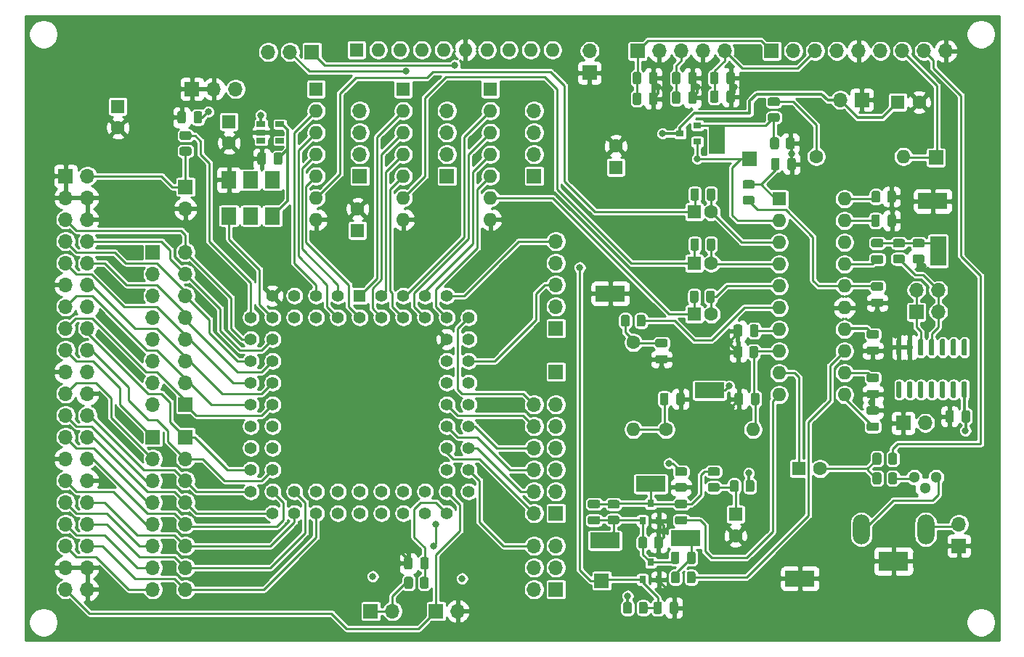
<source format=gbr>
%TF.GenerationSoftware,KiCad,Pcbnew,(5.1.10)-1*%
%TF.CreationDate,2021-06-15T10:49:33-05:00*%
%TF.ProjectId,gd VGC proto pcb,67642056-4743-4207-9072-6f746f207063,rev?*%
%TF.SameCoordinates,Original*%
%TF.FileFunction,Copper,L1,Top*%
%TF.FilePolarity,Positive*%
%FSLAX46Y46*%
G04 Gerber Fmt 4.6, Leading zero omitted, Abs format (unit mm)*
G04 Created by KiCad (PCBNEW (5.1.10)-1) date 2021-06-15 10:49:33*
%MOMM*%
%LPD*%
G01*
G04 APERTURE LIST*
%TA.AperFunction,ComponentPad*%
%ADD10C,1.300000*%
%TD*%
%TA.AperFunction,SMDPad,CuDef*%
%ADD11R,3.450000X1.850000*%
%TD*%
%TA.AperFunction,ComponentPad*%
%ADD12C,1.600000*%
%TD*%
%TA.AperFunction,ComponentPad*%
%ADD13R,1.600000X1.600000*%
%TD*%
%TA.AperFunction,ComponentPad*%
%ADD14O,1.700000X1.700000*%
%TD*%
%TA.AperFunction,ComponentPad*%
%ADD15R,1.700000X1.700000*%
%TD*%
%TA.AperFunction,ComponentPad*%
%ADD16C,1.422400*%
%TD*%
%TA.AperFunction,ComponentPad*%
%ADD17R,1.422400X1.422400*%
%TD*%
%TA.AperFunction,SMDPad,CuDef*%
%ADD18R,1.850000X3.450000*%
%TD*%
%TA.AperFunction,ComponentPad*%
%ADD19O,1.600000X1.600000*%
%TD*%
%TA.AperFunction,SMDPad,CuDef*%
%ADD20R,1.800000X2.000000*%
%TD*%
%TA.AperFunction,SMDPad,CuDef*%
%ADD21R,1.060000X0.650000*%
%TD*%
%TA.AperFunction,SMDPad,CuDef*%
%ADD22R,0.900000X0.800000*%
%TD*%
%TA.AperFunction,SMDPad,CuDef*%
%ADD23R,0.800000X0.900000*%
%TD*%
%TA.AperFunction,ComponentPad*%
%ADD24R,3.500000X2.300000*%
%TD*%
%TA.AperFunction,ComponentPad*%
%ADD25O,2.000000X3.500000*%
%TD*%
%TA.AperFunction,ViaPad*%
%ADD26C,0.800000*%
%TD*%
%TA.AperFunction,ViaPad*%
%ADD27C,0.457200*%
%TD*%
%TA.AperFunction,Conductor*%
%ADD28C,0.304800*%
%TD*%
%TA.AperFunction,Conductor*%
%ADD29C,0.254000*%
%TD*%
%TA.AperFunction,Conductor*%
%ADD30C,0.100000*%
%TD*%
G04 APERTURE END LIST*
D10*
%TO.P,TF1,1*%
%TO.N,/J11-1*%
X187833000Y-115189000D03*
%TO.P,TF1,3*%
%TO.N,/R8-2*%
X185293000Y-115189000D03*
%TO.P,TF1,2*%
%TO.N,GND*%
X186563000Y-116459000D03*
%TD*%
D11*
%TO.P,TP4,1*%
%TO.N,GND*%
X149860000Y-93726000D03*
%TD*%
%TO.P,TP3,1*%
%TO.N,GND*%
X187452000Y-82931000D03*
%TD*%
%TO.P,TP2,1*%
%TO.N,GND*%
X171958000Y-127000000D03*
%TD*%
%TO.P,C25,2*%
%TO.N,+12V*%
%TA.AperFunction,SMDPad,CuDef*%
G36*
G01*
X180942000Y-98991000D02*
X179992000Y-98991000D01*
G75*
G02*
X179742000Y-98741000I0J250000D01*
G01*
X179742000Y-98241000D01*
G75*
G02*
X179992000Y-97991000I250000J0D01*
G01*
X180942000Y-97991000D01*
G75*
G02*
X181192000Y-98241000I0J-250000D01*
G01*
X181192000Y-98741000D01*
G75*
G02*
X180942000Y-98991000I-250000J0D01*
G01*
G37*
%TD.AperFunction*%
%TO.P,C25,1*%
%TO.N,GND*%
%TA.AperFunction,SMDPad,CuDef*%
G36*
G01*
X180942000Y-100891000D02*
X179992000Y-100891000D01*
G75*
G02*
X179742000Y-100641000I0J250000D01*
G01*
X179742000Y-100141000D01*
G75*
G02*
X179992000Y-99891000I250000J0D01*
G01*
X180942000Y-99891000D01*
G75*
G02*
X181192000Y-100141000I0J-250000D01*
G01*
X181192000Y-100641000D01*
G75*
G02*
X180942000Y-100891000I-250000J0D01*
G01*
G37*
%TD.AperFunction*%
%TD*%
D12*
%TO.P,C24,2*%
%TO.N,GND*%
X185888000Y-71374000D03*
D13*
%TO.P,C24,1*%
%TO.N,+12V*%
X183388000Y-71374000D03*
%TD*%
%TO.P,C102,2*%
%TO.N,/COMP-BLUE*%
%TA.AperFunction,SMDPad,CuDef*%
G36*
G01*
X153474000Y-70518000D02*
X153474000Y-71468000D01*
G75*
G02*
X153224000Y-71718000I-250000J0D01*
G01*
X152724000Y-71718000D01*
G75*
G02*
X152474000Y-71468000I0J250000D01*
G01*
X152474000Y-70518000D01*
G75*
G02*
X152724000Y-70268000I250000J0D01*
G01*
X153224000Y-70268000D01*
G75*
G02*
X153474000Y-70518000I0J-250000D01*
G01*
G37*
%TD.AperFunction*%
%TO.P,C102,1*%
%TO.N,GND*%
%TA.AperFunction,SMDPad,CuDef*%
G36*
G01*
X155374000Y-70518000D02*
X155374000Y-71468000D01*
G75*
G02*
X155124000Y-71718000I-250000J0D01*
G01*
X154624000Y-71718000D01*
G75*
G02*
X154374000Y-71468000I0J250000D01*
G01*
X154374000Y-70518000D01*
G75*
G02*
X154624000Y-70268000I250000J0D01*
G01*
X155124000Y-70268000D01*
G75*
G02*
X155374000Y-70518000I0J-250000D01*
G01*
G37*
%TD.AperFunction*%
%TD*%
D14*
%TO.P,J28,2*%
%TO.N,-5V*%
X147447000Y-65405000D03*
D15*
%TO.P,J28,1*%
%TO.N,GND*%
X147447000Y-67945000D03*
%TD*%
D14*
%TO.P,J1,3*%
%TO.N,+5V*%
X106172000Y-69850000D03*
%TO.P,J1,2*%
%TO.N,GND*%
X103632000Y-69850000D03*
D15*
%TO.P,J1,1*%
X101092000Y-69850000D03*
%TD*%
D14*
%TO.P,J27,2*%
%TO.N,+12V*%
X176657000Y-71120000D03*
D15*
%TO.P,J27,1*%
%TO.N,GND*%
X179197000Y-71120000D03*
%TD*%
D12*
%TO.P,C22,2*%
%TO.N,GND*%
X120396000Y-83860000D03*
D13*
%TO.P,C22,1*%
%TO.N,+5V*%
X120396000Y-86360000D03*
%TD*%
D12*
%TO.P,C21,2*%
%TO.N,GND*%
X105410000Y-76160000D03*
D13*
%TO.P,C21,1*%
%TO.N,+5V*%
X105410000Y-73660000D03*
%TD*%
D16*
%TO.P,UF2,2*%
%TO.N,/VID8*%
X120650000Y-96520000D03*
%TO.P,UF2,4*%
%TO.N,/VID10*%
X118110000Y-96520000D03*
%TO.P,UF2,6*%
%TO.N,/COMP-SYN*%
X115570000Y-96520000D03*
%TO.P,UF2,8*%
%TO.N,+5V*%
X113030000Y-96520000D03*
%TO.P,UF2,68*%
%TO.N,/VID6*%
X123190000Y-96520000D03*
%TO.P,UF2,66*%
%TO.N,/VID4*%
X125730000Y-96520000D03*
%TO.P,UF2,64*%
%TO.N,/VID2*%
X128270000Y-96520000D03*
%TO.P,UF2,62*%
%TO.N,/VID0*%
X130810000Y-96520000D03*
D17*
%TO.P,UF2,1*%
%TO.N,/VID7*%
X120650000Y-93980000D03*
D16*
%TO.P,UF2,3*%
%TO.N,/VID9*%
X118110000Y-93980000D03*
%TO.P,UF2,5*%
%TO.N,/VID11*%
X115570000Y-93980000D03*
%TO.P,UF2,7*%
%TO.N,/MONO-COLOR*%
X113030000Y-93980000D03*
%TO.P,UF2,9*%
%TO.N,GND*%
X110490000Y-93980000D03*
%TO.P,UF2,67*%
%TO.N,/VID5*%
X123190000Y-93980000D03*
%TO.P,UF2,65*%
%TO.N,/VID3*%
X125730000Y-93980000D03*
%TO.P,UF2,63*%
%TO.N,/VID1*%
X128270000Y-93980000D03*
%TO.P,UF2,11*%
%TO.N,/28M*%
X110490000Y-96520000D03*
%TO.P,UF2,13*%
%TO.N,/ADBUS6*%
X110490000Y-99060000D03*
%TO.P,UF2,15*%
%TO.N,/ADBUS4*%
X110490000Y-101600000D03*
%TO.P,UF2,17*%
%TO.N,/ADBUS2*%
X110490000Y-104140000D03*
%TO.P,UF2,19*%
%TO.N,/ADBUS0*%
X110490000Y-106680000D03*
%TO.P,UF2,21*%
%TO.N,/RGB4.H*%
X110490000Y-109220000D03*
%TO.P,UF2,23*%
%TO.N,/RGB1.H*%
X110490000Y-111760000D03*
%TO.P,UF2,25*%
%TO.N,/MDBUS1*%
X110490000Y-114300000D03*
%TO.P,UF2,10*%
%TO.N,/14M.H*%
X107950000Y-96520000D03*
%TO.P,UF2,12*%
%TO.N,/ADBUS7*%
X107950000Y-99060000D03*
%TO.P,UF2,14*%
%TO.N,/ADBUS5*%
X107950000Y-101600000D03*
%TO.P,UF2,16*%
%TO.N,/ADBUS3*%
X107950000Y-104140000D03*
%TO.P,UF2,18*%
%TO.N,/ADBUS1*%
X107950000Y-106680000D03*
%TO.P,UF2,20*%
%TO.N,/RGB8.H*%
X107950000Y-109220000D03*
%TO.P,UF2,22*%
%TO.N,/RGB2.H*%
X107950000Y-111760000D03*
%TO.P,UF2,24*%
%TO.N,/MDBUS0*%
X107950000Y-114300000D03*
%TO.P,UF2,26*%
%TO.N,/MDBUS2*%
X107950000Y-116840000D03*
%TO.P,UF2,28*%
%TO.N,/MDBUS4*%
X110490000Y-116840000D03*
%TO.P,UF2,30*%
%TO.N,/MDBUS6*%
X113030000Y-116840000D03*
%TO.P,UF2,32*%
%TO.N,/RABUS0*%
X115570000Y-116840000D03*
%TO.P,UF2,34*%
%TO.N,/RABUS2*%
X118110000Y-116840000D03*
%TO.P,UF2,36*%
%TO.N,/RABUS4*%
X120650000Y-116840000D03*
%TO.P,UF2,38*%
%TO.N,/RABUS6*%
X123190000Y-116840000D03*
%TO.P,UF2,40*%
%TO.N,/UH2-40*%
X125730000Y-116840000D03*
%TO.P,UF2,42*%
%TO.N,/U18TEST*%
X128270000Y-116840000D03*
%TO.P,UF2,44*%
%TO.N,/UH2-44*%
X133350000Y-116840000D03*
%TO.P,UF2,27*%
%TO.N,/MDBUS3*%
X110490000Y-119380000D03*
%TO.P,UF2,29*%
%TO.N,/MDBUS5*%
X113030000Y-119380000D03*
%TO.P,UF2,31*%
%TO.N,/MDBUS7*%
X115570000Y-119380000D03*
%TO.P,UF2,33*%
%TO.N,/RABUS1*%
X118110000Y-119380000D03*
%TO.P,UF2,35*%
%TO.N,/RABUS3*%
X120650000Y-119380000D03*
%TO.P,UF2,37*%
%TO.N,/RABUS5*%
X123190000Y-119380000D03*
%TO.P,UF2,39*%
%TO.N,/RABUS7*%
X125730000Y-119380000D03*
%TO.P,UF2,41*%
%TO.N,/IRQ.L*%
X128270000Y-119380000D03*
%TO.P,UF2,43*%
%TO.N,/UH2-43*%
X130810000Y-119380000D03*
%TO.P,UF2,45*%
%TO.N,/PH0.H*%
X130810000Y-116840000D03*
%TO.P,UF2,47*%
%TO.N,/RESET.L*%
X130810000Y-114300000D03*
%TO.P,UF2,49*%
%TO.N,/FLIP6.H*%
X130810000Y-111760000D03*
%TO.P,UF2,51*%
%TO.N,/HDSEL.H*%
X130810000Y-109220000D03*
%TO.P,UF2,53*%
%TO.N,/M2SEL.L*%
X130810000Y-106680000D03*
%TO.P,UF2,55*%
%TO.N,/UG3-1*%
X130810000Y-104140000D03*
%TO.P,UF2,57*%
%TO.N,N/C*%
X130810000Y-101600000D03*
%TO.P,UF2,59*%
%TO.N,GND*%
X130810000Y-99060000D03*
%TO.P,UF2,61*%
%TO.N,/3.5DIK*%
X130810000Y-93980000D03*
%TO.P,UF2,46*%
%TO.N,/A2R-W.H*%
X133350000Y-114300000D03*
%TO.P,UF2,48*%
%TO.N,/FLIP7.H*%
X133350000Y-111760000D03*
%TO.P,UF2,50*%
%TO.N,/BABUS12*%
X133350000Y-109220000D03*
%TO.P,UF2,52*%
%TO.N,/VBL.L*%
X133350000Y-106680000D03*
%TO.P,UF2,54*%
%TO.N,/UG3-5*%
X133350000Y-104140000D03*
%TO.P,UF2,56*%
%TO.N,/UG3-7*%
X133350000Y-101600000D03*
%TO.P,UF2,58*%
%TO.N,+5V*%
X133350000Y-99060000D03*
%TO.P,UF2,60*%
%TO.N,/STRETCH.L*%
X133350000Y-96520000D03*
%TD*%
D12*
%TO.P,C61,2*%
%TO.N,GND*%
X150495000Y-76494000D03*
D13*
%TO.P,C61,1*%
%TO.N,+5V*%
X150495000Y-78994000D03*
%TD*%
D12*
%TO.P,C16,2*%
%TO.N,GND*%
X92456000Y-74382000D03*
D13*
%TO.P,C16,1*%
%TO.N,+5V*%
X92456000Y-71882000D03*
%TD*%
D12*
%TO.P,C6,2*%
%TO.N,/R54-1*%
X174331000Y-114173000D03*
D13*
%TO.P,C6,1*%
%TO.N,/UC2-9*%
X171831000Y-114173000D03*
%TD*%
D12*
%TO.P,C13,2*%
%TO.N,/UC2-3*%
X161639000Y-84201000D03*
D13*
%TO.P,C13,1*%
%TO.N,/H4-6*%
X159639000Y-84201000D03*
%TD*%
D12*
%TO.P,C5,2*%
%TO.N,/UC2-4*%
X161639000Y-90195400D03*
D13*
%TO.P,C5,1*%
%TO.N,/H3-6*%
X159639000Y-90195400D03*
%TD*%
D12*
%TO.P,C4,2*%
%TO.N,/UC2-5*%
X161639000Y-96139000D03*
D13*
%TO.P,C4,1*%
%TO.N,/H2-6*%
X159639000Y-96139000D03*
%TD*%
%TO.P,C6alt1,2*%
%TO.N,/H4-6*%
%TA.AperFunction,SMDPad,CuDef*%
G36*
G01*
X160205000Y-81694000D02*
X160205000Y-82644000D01*
G75*
G02*
X159955000Y-82894000I-250000J0D01*
G01*
X159455000Y-82894000D01*
G75*
G02*
X159205000Y-82644000I0J250000D01*
G01*
X159205000Y-81694000D01*
G75*
G02*
X159455000Y-81444000I250000J0D01*
G01*
X159955000Y-81444000D01*
G75*
G02*
X160205000Y-81694000I0J-250000D01*
G01*
G37*
%TD.AperFunction*%
%TO.P,C6alt1,1*%
%TO.N,/UC2-3*%
%TA.AperFunction,SMDPad,CuDef*%
G36*
G01*
X162105000Y-81694000D02*
X162105000Y-82644000D01*
G75*
G02*
X161855000Y-82894000I-250000J0D01*
G01*
X161355000Y-82894000D01*
G75*
G02*
X161105000Y-82644000I0J250000D01*
G01*
X161105000Y-81694000D01*
G75*
G02*
X161355000Y-81444000I250000J0D01*
G01*
X161855000Y-81444000D01*
G75*
G02*
X162105000Y-81694000I0J-250000D01*
G01*
G37*
%TD.AperFunction*%
%TD*%
%TO.P,C5alt1,2*%
%TO.N,/H3-6*%
%TA.AperFunction,SMDPad,CuDef*%
G36*
G01*
X160205000Y-87536000D02*
X160205000Y-88486000D01*
G75*
G02*
X159955000Y-88736000I-250000J0D01*
G01*
X159455000Y-88736000D01*
G75*
G02*
X159205000Y-88486000I0J250000D01*
G01*
X159205000Y-87536000D01*
G75*
G02*
X159455000Y-87286000I250000J0D01*
G01*
X159955000Y-87286000D01*
G75*
G02*
X160205000Y-87536000I0J-250000D01*
G01*
G37*
%TD.AperFunction*%
%TO.P,C5alt1,1*%
%TO.N,/UC2-4*%
%TA.AperFunction,SMDPad,CuDef*%
G36*
G01*
X162105000Y-87536000D02*
X162105000Y-88486000D01*
G75*
G02*
X161855000Y-88736000I-250000J0D01*
G01*
X161355000Y-88736000D01*
G75*
G02*
X161105000Y-88486000I0J250000D01*
G01*
X161105000Y-87536000D01*
G75*
G02*
X161355000Y-87286000I250000J0D01*
G01*
X161855000Y-87286000D01*
G75*
G02*
X162105000Y-87536000I0J-250000D01*
G01*
G37*
%TD.AperFunction*%
%TD*%
%TO.P,C4alt1,2*%
%TO.N,/H2-6*%
%TA.AperFunction,SMDPad,CuDef*%
G36*
G01*
X160139000Y-93632000D02*
X160139000Y-94582000D01*
G75*
G02*
X159889000Y-94832000I-250000J0D01*
G01*
X159389000Y-94832000D01*
G75*
G02*
X159139000Y-94582000I0J250000D01*
G01*
X159139000Y-93632000D01*
G75*
G02*
X159389000Y-93382000I250000J0D01*
G01*
X159889000Y-93382000D01*
G75*
G02*
X160139000Y-93632000I0J-250000D01*
G01*
G37*
%TD.AperFunction*%
%TO.P,C4alt1,1*%
%TO.N,/UC2-5*%
%TA.AperFunction,SMDPad,CuDef*%
G36*
G01*
X162039000Y-93632000D02*
X162039000Y-94582000D01*
G75*
G02*
X161789000Y-94832000I-250000J0D01*
G01*
X161289000Y-94832000D01*
G75*
G02*
X161039000Y-94582000I0J250000D01*
G01*
X161039000Y-93632000D01*
G75*
G02*
X161289000Y-93382000I250000J0D01*
G01*
X161789000Y-93382000D01*
G75*
G02*
X162039000Y-93632000I0J-250000D01*
G01*
G37*
%TD.AperFunction*%
%TD*%
%TO.P,C20,2*%
%TO.N,GND*%
%TA.AperFunction,SMDPad,CuDef*%
G36*
G01*
X189923000Y-107602000D02*
X189923000Y-108552000D01*
G75*
G02*
X189673000Y-108802000I-250000J0D01*
G01*
X189173000Y-108802000D01*
G75*
G02*
X188923000Y-108552000I0J250000D01*
G01*
X188923000Y-107602000D01*
G75*
G02*
X189173000Y-107352000I250000J0D01*
G01*
X189673000Y-107352000D01*
G75*
G02*
X189923000Y-107602000I0J-250000D01*
G01*
G37*
%TD.AperFunction*%
%TO.P,C20,1*%
%TO.N,+5V*%
%TA.AperFunction,SMDPad,CuDef*%
G36*
G01*
X191823000Y-107602000D02*
X191823000Y-108552000D01*
G75*
G02*
X191573000Y-108802000I-250000J0D01*
G01*
X191073000Y-108802000D01*
G75*
G02*
X190823000Y-108552000I0J250000D01*
G01*
X190823000Y-107602000D01*
G75*
G02*
X191073000Y-107352000I250000J0D01*
G01*
X191573000Y-107352000D01*
G75*
G02*
X191823000Y-107602000I0J-250000D01*
G01*
G37*
%TD.AperFunction*%
%TD*%
D12*
%TO.P,C60,2*%
%TO.N,GND*%
X164465000Y-122007000D03*
D13*
%TO.P,C60,1*%
%TO.N,/R14-2*%
X164465000Y-119507000D03*
%TD*%
D14*
%TO.P,J20,8*%
%TO.N,/RGB2.H*%
X96520000Y-106680000D03*
%TO.P,J20,7*%
X96520000Y-104140000D03*
%TO.P,J20,6*%
%TO.N,/RGB1.H*%
X96520000Y-101600000D03*
%TO.P,J20,5*%
X96520000Y-99060000D03*
%TO.P,J20,4*%
%TO.N,/RGB8.H*%
X96520000Y-96520000D03*
%TO.P,J20,3*%
X96520000Y-93980000D03*
%TO.P,J20,2*%
%TO.N,/RGB4.H*%
X96520000Y-91440000D03*
D15*
%TO.P,J20,1*%
X96520000Y-88900000D03*
%TD*%
D14*
%TO.P,J3,8*%
%TO.N,/ADBUS7*%
X100330000Y-88900000D03*
%TO.P,J3,7*%
%TO.N,/ADBUS6*%
X100330000Y-91440000D03*
%TO.P,J3,6*%
%TO.N,/ADBUS5*%
X100330000Y-93980000D03*
%TO.P,J3,5*%
%TO.N,/ADBUS4*%
X100330000Y-96520000D03*
%TO.P,J3,4*%
%TO.N,/ADBUS3*%
X100330000Y-99060000D03*
%TO.P,J3,3*%
%TO.N,/ADBUS2*%
X100330000Y-101600000D03*
%TO.P,J3,2*%
%TO.N,/ADBUS1*%
X100330000Y-104140000D03*
D15*
%TO.P,J3,1*%
%TO.N,/ADBUS0*%
X100330000Y-106680000D03*
%TD*%
D14*
%TO.P,J26,2*%
%TO.N,/SYNC.L*%
X124460000Y-130810000D03*
D15*
%TO.P,J26,1*%
X121920000Y-130810000D03*
%TD*%
D14*
%TO.P,J23,6*%
%TO.N,/A2R-W.H*%
X140970000Y-123190000D03*
%TO.P,J23,5*%
X143510000Y-123190000D03*
%TO.P,J23,4*%
%TO.N,/RESET.L*%
X140970000Y-125730000D03*
%TO.P,J23,3*%
X143510000Y-125730000D03*
%TO.P,J23,2*%
%TO.N,/IRQ.L*%
X140970000Y-128270000D03*
D15*
%TO.P,J23,1*%
X143510000Y-128270000D03*
%TD*%
D14*
%TO.P,J22,12*%
%TO.N,/STRETCH.L*%
X140970000Y-106680000D03*
%TO.P,J22,11*%
X143510000Y-106680000D03*
%TO.P,J22,10*%
%TO.N,/M2SEL.L*%
X140970000Y-109220000D03*
%TO.P,J22,9*%
X143510000Y-109220000D03*
%TO.P,J22,8*%
%TO.N,/BABUS12*%
X140970000Y-111760000D03*
%TO.P,J22,7*%
X143510000Y-111760000D03*
%TO.P,J22,6*%
%TO.N,/HDSEL.H*%
X140970000Y-114300000D03*
%TO.P,J22,5*%
X143510000Y-114300000D03*
%TO.P,J22,4*%
%TO.N,/FLIP7.H*%
X140970000Y-116840000D03*
%TO.P,J22,3*%
X143510000Y-116840000D03*
%TO.P,J22,2*%
%TO.N,/FLIP6.H*%
X140970000Y-119380000D03*
D15*
%TO.P,J22,1*%
X143510000Y-119380000D03*
%TD*%
D14*
%TO.P,J19,4*%
%TO.N,CREF.L*%
X188087000Y-93345000D03*
%TO.P,J19,3*%
X188087000Y-95885000D03*
%TO.P,J19,2*%
%TO.N,CREF.H*%
X185547000Y-93345000D03*
D15*
%TO.P,J19,1*%
X185547000Y-95885000D03*
%TD*%
D14*
%TO.P,J25,40*%
%TO.N,GND*%
X88900000Y-128270000D03*
%TO.P,J25,39*%
%TO.N,/PH0.H*%
X86360000Y-128270000D03*
%TO.P,J25,38*%
%TO.N,GND*%
X88900000Y-125730000D03*
%TO.P,J25,37*%
X86360000Y-125730000D03*
%TO.P,J25,36*%
%TO.N,/MDBUS7*%
X88900000Y-123190000D03*
%TO.P,J25,35*%
%TO.N,/RABUS7*%
X86360000Y-123190000D03*
%TO.P,J25,34*%
%TO.N,/MDBUS6*%
X88900000Y-120650000D03*
%TO.P,J25,33*%
%TO.N,/RABUS6*%
X86360000Y-120650000D03*
%TO.P,J25,32*%
%TO.N,/MDBUS5*%
X88900000Y-118110000D03*
%TO.P,J25,31*%
%TO.N,/RABUS5*%
X86360000Y-118110000D03*
%TO.P,J25,30*%
%TO.N,GND*%
X88900000Y-115570000D03*
%TO.P,J25,29*%
%TO.N,/RABUS4*%
X86360000Y-115570000D03*
%TO.P,J25,28*%
%TO.N,/MDBUS4*%
X88900000Y-113030000D03*
%TO.P,J25,27*%
%TO.N,GND*%
X86360000Y-113030000D03*
%TO.P,J25,26*%
%TO.N,/MDBUS3*%
X88900000Y-110490000D03*
%TO.P,J25,25*%
%TO.N,/RABUS3*%
X86360000Y-110490000D03*
%TO.P,J25,24*%
%TO.N,/MDBUS2*%
X88900000Y-107950000D03*
%TO.P,J25,23*%
%TO.N,/RABUS2*%
X86360000Y-107950000D03*
%TO.P,J25,22*%
%TO.N,GND*%
X88900000Y-105410000D03*
%TO.P,J25,21*%
%TO.N,/RABUS1*%
X86360000Y-105410000D03*
%TO.P,J25,20*%
%TO.N,Net-(J25-Pad20)*%
X88900000Y-102870000D03*
%TO.P,J25,19*%
%TO.N,GND*%
X86360000Y-102870000D03*
%TO.P,J25,18*%
%TO.N,/MDBUS1*%
X88900000Y-100330000D03*
%TO.P,J25,17*%
%TO.N,/RABUS0*%
X86360000Y-100330000D03*
%TO.P,J25,16*%
%TO.N,/MDBUS0*%
X88900000Y-97790000D03*
%TO.P,J25,15*%
%TO.N,/ADBUS0*%
X86360000Y-97790000D03*
%TO.P,J25,14*%
%TO.N,GND*%
X88900000Y-95250000D03*
%TO.P,J25,13*%
%TO.N,/ADBUS1*%
X86360000Y-95250000D03*
%TO.P,J25,12*%
%TO.N,/ADBUS2*%
X88900000Y-92710000D03*
%TO.P,J25,11*%
%TO.N,GND*%
X86360000Y-92710000D03*
%TO.P,J25,10*%
%TO.N,/ADBUS4*%
X88900000Y-90170000D03*
%TO.P,J25,9*%
%TO.N,/ADBUS3*%
X86360000Y-90170000D03*
%TO.P,J25,8*%
%TO.N,/ADBUS6*%
X88900000Y-87630000D03*
%TO.P,J25,7*%
%TO.N,/ADBUS5*%
X86360000Y-87630000D03*
%TO.P,J25,6*%
%TO.N,GND*%
X88900000Y-85090000D03*
%TO.P,J25,5*%
%TO.N,/ADBUS7*%
X86360000Y-85090000D03*
%TO.P,J25,4*%
%TO.N,GND*%
X88900000Y-82550000D03*
%TO.P,J25,3*%
X86360000Y-82550000D03*
%TO.P,J25,2*%
%TO.N,/14MD.H*%
X88900000Y-80010000D03*
D15*
%TO.P,J25,1*%
%TO.N,GND*%
X86360000Y-80010000D03*
%TD*%
D14*
%TO.P,J24,2*%
%TO.N,GND*%
X132080000Y-130810000D03*
D15*
%TO.P,J24,1*%
%TO.N,/PH0.H*%
X129540000Y-130810000D03*
%TD*%
D14*
%TO.P,J21,2*%
%TO.N,GND*%
X100330000Y-83820000D03*
D15*
%TO.P,J21,1*%
%TO.N,/14MD.H*%
X100330000Y-81280000D03*
%TD*%
D18*
%TO.P,TP127,1*%
%TO.N,/R114-1*%
X162306000Y-75692000D03*
%TD*%
%TO.P,TP67,1*%
%TO.N,/R135-1*%
X188087000Y-88773000D03*
%TD*%
D11*
%TO.P,TP61,1*%
%TO.N,/R17-1*%
X158623000Y-122301000D03*
%TD*%
%TO.P,TP60,1*%
%TO.N,/Q2-3*%
X154559000Y-115951000D03*
%TD*%
%TO.P,TP59,1*%
%TO.N,/R13-1*%
X149225000Y-122555000D03*
%TD*%
%TO.P,TP1,1*%
%TO.N,/UC2-9*%
X161417000Y-105029000D03*
%TD*%
%TO.P,R206,2*%
%TO.N,/14MD.H*%
%TA.AperFunction,SMDPad,CuDef*%
G36*
G01*
X99879999Y-76600000D02*
X100780001Y-76600000D01*
G75*
G02*
X101030000Y-76849999I0J-249999D01*
G01*
X101030000Y-77375001D01*
G75*
G02*
X100780001Y-77625000I-249999J0D01*
G01*
X99879999Y-77625000D01*
G75*
G02*
X99630000Y-77375001I0J249999D01*
G01*
X99630000Y-76849999D01*
G75*
G02*
X99879999Y-76600000I249999J0D01*
G01*
G37*
%TD.AperFunction*%
%TO.P,R206,1*%
%TO.N,/14M.H*%
%TA.AperFunction,SMDPad,CuDef*%
G36*
G01*
X99879999Y-74775000D02*
X100780001Y-74775000D01*
G75*
G02*
X101030000Y-75024999I0J-249999D01*
G01*
X101030000Y-75550001D01*
G75*
G02*
X100780001Y-75800000I-249999J0D01*
G01*
X99879999Y-75800000D01*
G75*
G02*
X99630000Y-75550001I0J249999D01*
G01*
X99630000Y-75024999D01*
G75*
G02*
X99879999Y-74775000I249999J0D01*
G01*
G37*
%TD.AperFunction*%
%TD*%
%TO.P,R193,2*%
%TO.N,+12V*%
%TA.AperFunction,SMDPad,CuDef*%
G36*
G01*
X165627000Y-116655001D02*
X165627000Y-115754999D01*
G75*
G02*
X165876999Y-115505000I249999J0D01*
G01*
X166402001Y-115505000D01*
G75*
G02*
X166652000Y-115754999I0J-249999D01*
G01*
X166652000Y-116655001D01*
G75*
G02*
X166402001Y-116905000I-249999J0D01*
G01*
X165876999Y-116905000D01*
G75*
G02*
X165627000Y-116655001I0J249999D01*
G01*
G37*
%TD.AperFunction*%
%TO.P,R193,1*%
%TO.N,/R14-2*%
%TA.AperFunction,SMDPad,CuDef*%
G36*
G01*
X163802000Y-116655001D02*
X163802000Y-115754999D01*
G75*
G02*
X164051999Y-115505000I249999J0D01*
G01*
X164577001Y-115505000D01*
G75*
G02*
X164827000Y-115754999I0J-249999D01*
G01*
X164827000Y-116655001D01*
G75*
G02*
X164577001Y-116905000I-249999J0D01*
G01*
X164051999Y-116905000D01*
G75*
G02*
X163802000Y-116655001I0J249999D01*
G01*
G37*
%TD.AperFunction*%
%TD*%
%TO.P,R191,2*%
%TO.N,/MONO-COLOR*%
%TA.AperFunction,SMDPad,CuDef*%
G36*
G01*
X153181000Y-130879001D02*
X153181000Y-129978999D01*
G75*
G02*
X153430999Y-129729000I249999J0D01*
G01*
X153956001Y-129729000D01*
G75*
G02*
X154206000Y-129978999I0J-249999D01*
G01*
X154206000Y-130879001D01*
G75*
G02*
X153956001Y-131129000I-249999J0D01*
G01*
X153430999Y-131129000D01*
G75*
G02*
X153181000Y-130879001I0J249999D01*
G01*
G37*
%TD.AperFunction*%
%TO.P,R191,1*%
%TO.N,+5V*%
%TA.AperFunction,SMDPad,CuDef*%
G36*
G01*
X151356000Y-130879001D02*
X151356000Y-129978999D01*
G75*
G02*
X151605999Y-129729000I249999J0D01*
G01*
X152131001Y-129729000D01*
G75*
G02*
X152381000Y-129978999I0J-249999D01*
G01*
X152381000Y-130879001D01*
G75*
G02*
X152131001Y-131129000I-249999J0D01*
G01*
X151605999Y-131129000D01*
G75*
G02*
X151356000Y-130879001I0J249999D01*
G01*
G37*
%TD.AperFunction*%
%TD*%
%TO.P,R138,2*%
%TO.N,/UC2-20*%
%TA.AperFunction,SMDPad,CuDef*%
G36*
G01*
X181337000Y-81972999D02*
X181337000Y-82873001D01*
G75*
G02*
X181087001Y-83123000I-249999J0D01*
G01*
X180561999Y-83123000D01*
G75*
G02*
X180312000Y-82873001I0J249999D01*
G01*
X180312000Y-81972999D01*
G75*
G02*
X180561999Y-81723000I249999J0D01*
G01*
X181087001Y-81723000D01*
G75*
G02*
X181337000Y-81972999I0J-249999D01*
G01*
G37*
%TD.AperFunction*%
%TO.P,R138,1*%
%TO.N,GND*%
%TA.AperFunction,SMDPad,CuDef*%
G36*
G01*
X183162000Y-81972999D02*
X183162000Y-82873001D01*
G75*
G02*
X182912001Y-83123000I-249999J0D01*
G01*
X182386999Y-83123000D01*
G75*
G02*
X182137000Y-82873001I0J249999D01*
G01*
X182137000Y-81972999D01*
G75*
G02*
X182386999Y-81723000I249999J0D01*
G01*
X182912001Y-81723000D01*
G75*
G02*
X183162000Y-81972999I0J-249999D01*
G01*
G37*
%TD.AperFunction*%
%TD*%
%TO.P,R135,2*%
%TO.N,GND*%
%TA.AperFunction,SMDPad,CuDef*%
G36*
G01*
X185350999Y-89173000D02*
X186251001Y-89173000D01*
G75*
G02*
X186501000Y-89422999I0J-249999D01*
G01*
X186501000Y-89948001D01*
G75*
G02*
X186251001Y-90198000I-249999J0D01*
G01*
X185350999Y-90198000D01*
G75*
G02*
X185101000Y-89948001I0J249999D01*
G01*
X185101000Y-89422999D01*
G75*
G02*
X185350999Y-89173000I249999J0D01*
G01*
G37*
%TD.AperFunction*%
%TO.P,R135,1*%
%TO.N,/R135-1*%
%TA.AperFunction,SMDPad,CuDef*%
G36*
G01*
X185350999Y-87348000D02*
X186251001Y-87348000D01*
G75*
G02*
X186501000Y-87597999I0J-249999D01*
G01*
X186501000Y-88123001D01*
G75*
G02*
X186251001Y-88373000I-249999J0D01*
G01*
X185350999Y-88373000D01*
G75*
G02*
X185101000Y-88123001I0J249999D01*
G01*
X185101000Y-87597999D01*
G75*
G02*
X185350999Y-87348000I249999J0D01*
G01*
G37*
%TD.AperFunction*%
%TD*%
%TO.P,R114,2*%
%TO.N,/R114-2*%
%TA.AperFunction,SMDPad,CuDef*%
G36*
G01*
X169360001Y-71863000D02*
X168459999Y-71863000D01*
G75*
G02*
X168210000Y-71613001I0J249999D01*
G01*
X168210000Y-71087999D01*
G75*
G02*
X168459999Y-70838000I249999J0D01*
G01*
X169360001Y-70838000D01*
G75*
G02*
X169610000Y-71087999I0J-249999D01*
G01*
X169610000Y-71613001D01*
G75*
G02*
X169360001Y-71863000I-249999J0D01*
G01*
G37*
%TD.AperFunction*%
%TO.P,R114,1*%
%TO.N,/R114-1*%
%TA.AperFunction,SMDPad,CuDef*%
G36*
G01*
X169360001Y-73688000D02*
X168459999Y-73688000D01*
G75*
G02*
X168210000Y-73438001I0J249999D01*
G01*
X168210000Y-72912999D01*
G75*
G02*
X168459999Y-72663000I249999J0D01*
G01*
X169360001Y-72663000D01*
G75*
G02*
X169610000Y-72912999I0J-249999D01*
G01*
X169610000Y-73438001D01*
G75*
G02*
X169360001Y-73688000I-249999J0D01*
G01*
G37*
%TD.AperFunction*%
%TD*%
%TO.P,R54,2*%
%TO.N,/R54-2*%
%TA.AperFunction,SMDPad,CuDef*%
G36*
G01*
X182264000Y-113480001D02*
X182264000Y-112579999D01*
G75*
G02*
X182513999Y-112330000I249999J0D01*
G01*
X183039001Y-112330000D01*
G75*
G02*
X183289000Y-112579999I0J-249999D01*
G01*
X183289000Y-113480001D01*
G75*
G02*
X183039001Y-113730000I-249999J0D01*
G01*
X182513999Y-113730000D01*
G75*
G02*
X182264000Y-113480001I0J249999D01*
G01*
G37*
%TD.AperFunction*%
%TO.P,R54,1*%
%TO.N,/R54-1*%
%TA.AperFunction,SMDPad,CuDef*%
G36*
G01*
X180439000Y-113480001D02*
X180439000Y-112579999D01*
G75*
G02*
X180688999Y-112330000I249999J0D01*
G01*
X181214001Y-112330000D01*
G75*
G02*
X181464000Y-112579999I0J-249999D01*
G01*
X181464000Y-113480001D01*
G75*
G02*
X181214001Y-113730000I-249999J0D01*
G01*
X180688999Y-113730000D01*
G75*
G02*
X180439000Y-113480001I0J249999D01*
G01*
G37*
%TD.AperFunction*%
%TD*%
%TO.P,R30,2*%
%TO.N,/SYNC.L*%
%TA.AperFunction,SMDPad,CuDef*%
G36*
G01*
X126854000Y-127057999D02*
X126854000Y-127958001D01*
G75*
G02*
X126604001Y-128208000I-249999J0D01*
G01*
X126078999Y-128208000D01*
G75*
G02*
X125829000Y-127958001I0J249999D01*
G01*
X125829000Y-127057999D01*
G75*
G02*
X126078999Y-126808000I249999J0D01*
G01*
X126604001Y-126808000D01*
G75*
G02*
X126854000Y-127057999I0J-249999D01*
G01*
G37*
%TD.AperFunction*%
%TO.P,R30,1*%
%TO.N,/UH2-43*%
%TA.AperFunction,SMDPad,CuDef*%
G36*
G01*
X128679000Y-127057999D02*
X128679000Y-127958001D01*
G75*
G02*
X128429001Y-128208000I-249999J0D01*
G01*
X127903999Y-128208000D01*
G75*
G02*
X127654000Y-127958001I0J249999D01*
G01*
X127654000Y-127057999D01*
G75*
G02*
X127903999Y-126808000I249999J0D01*
G01*
X128429001Y-126808000D01*
G75*
G02*
X128679000Y-127057999I0J-249999D01*
G01*
G37*
%TD.AperFunction*%
%TD*%
%TO.P,R19,2*%
%TO.N,/UC2-8*%
%TA.AperFunction,SMDPad,CuDef*%
G36*
G01*
X166064200Y-101008601D02*
X166064200Y-100108599D01*
G75*
G02*
X166314199Y-99858600I249999J0D01*
G01*
X166839201Y-99858600D01*
G75*
G02*
X167089200Y-100108599I0J-249999D01*
G01*
X167089200Y-101008601D01*
G75*
G02*
X166839201Y-101258600I-249999J0D01*
G01*
X166314199Y-101258600D01*
G75*
G02*
X166064200Y-101008601I0J249999D01*
G01*
G37*
%TD.AperFunction*%
%TO.P,R19,1*%
%TO.N,GND*%
%TA.AperFunction,SMDPad,CuDef*%
G36*
G01*
X164239200Y-101008601D02*
X164239200Y-100108599D01*
G75*
G02*
X164489199Y-99858600I249999J0D01*
G01*
X165014201Y-99858600D01*
G75*
G02*
X165264200Y-100108599I0J-249999D01*
G01*
X165264200Y-101008601D01*
G75*
G02*
X165014201Y-101258600I-249999J0D01*
G01*
X164489199Y-101258600D01*
G75*
G02*
X164239200Y-101008601I0J249999D01*
G01*
G37*
%TD.AperFunction*%
%TD*%
%TO.P,R18,2*%
%TO.N,/L3-1*%
%TA.AperFunction,SMDPad,CuDef*%
G36*
G01*
X152127000Y-96450999D02*
X152127000Y-97351001D01*
G75*
G02*
X151877001Y-97601000I-249999J0D01*
G01*
X151351999Y-97601000D01*
G75*
G02*
X151102000Y-97351001I0J249999D01*
G01*
X151102000Y-96450999D01*
G75*
G02*
X151351999Y-96201000I249999J0D01*
G01*
X151877001Y-96201000D01*
G75*
G02*
X152127000Y-96450999I0J-249999D01*
G01*
G37*
%TD.AperFunction*%
%TO.P,R18,1*%
%TO.N,/UC2-6*%
%TA.AperFunction,SMDPad,CuDef*%
G36*
G01*
X153952000Y-96450999D02*
X153952000Y-97351001D01*
G75*
G02*
X153702001Y-97601000I-249999J0D01*
G01*
X153176999Y-97601000D01*
G75*
G02*
X152927000Y-97351001I0J249999D01*
G01*
X152927000Y-96450999D01*
G75*
G02*
X153176999Y-96201000I249999J0D01*
G01*
X153702001Y-96201000D01*
G75*
G02*
X153952000Y-96450999I0J-249999D01*
G01*
G37*
%TD.AperFunction*%
%TD*%
%TO.P,R17,2*%
%TO.N,/UC2-13*%
%TA.AperFunction,SMDPad,CuDef*%
G36*
G01*
X158769000Y-127323001D02*
X158769000Y-126422999D01*
G75*
G02*
X159018999Y-126173000I249999J0D01*
G01*
X159544001Y-126173000D01*
G75*
G02*
X159794000Y-126422999I0J-249999D01*
G01*
X159794000Y-127323001D01*
G75*
G02*
X159544001Y-127573000I-249999J0D01*
G01*
X159018999Y-127573000D01*
G75*
G02*
X158769000Y-127323001I0J249999D01*
G01*
G37*
%TD.AperFunction*%
%TO.P,R17,1*%
%TO.N,/R17-1*%
%TA.AperFunction,SMDPad,CuDef*%
G36*
G01*
X156944000Y-127323001D02*
X156944000Y-126422999D01*
G75*
G02*
X157193999Y-126173000I249999J0D01*
G01*
X157719001Y-126173000D01*
G75*
G02*
X157969000Y-126422999I0J-249999D01*
G01*
X157969000Y-127323001D01*
G75*
G02*
X157719001Y-127573000I-249999J0D01*
G01*
X157193999Y-127573000D01*
G75*
G02*
X156944000Y-127323001I0J249999D01*
G01*
G37*
%TD.AperFunction*%
%TD*%
%TO.P,R16,2*%
%TO.N,Net-(C8-Pad2)*%
%TA.AperFunction,SMDPad,CuDef*%
G36*
G01*
X166439001Y-81515000D02*
X165538999Y-81515000D01*
G75*
G02*
X165289000Y-81265001I0J249999D01*
G01*
X165289000Y-80739999D01*
G75*
G02*
X165538999Y-80490000I249999J0D01*
G01*
X166439001Y-80490000D01*
G75*
G02*
X166689000Y-80739999I0J-249999D01*
G01*
X166689000Y-81265001D01*
G75*
G02*
X166439001Y-81515000I-249999J0D01*
G01*
G37*
%TD.AperFunction*%
%TO.P,R16,1*%
%TO.N,/UC2-16*%
%TA.AperFunction,SMDPad,CuDef*%
G36*
G01*
X166439001Y-83340000D02*
X165538999Y-83340000D01*
G75*
G02*
X165289000Y-83090001I0J249999D01*
G01*
X165289000Y-82564999D01*
G75*
G02*
X165538999Y-82315000I249999J0D01*
G01*
X166439001Y-82315000D01*
G75*
G02*
X166689000Y-82564999I0J-249999D01*
G01*
X166689000Y-83090001D01*
G75*
G02*
X166439001Y-83340000I-249999J0D01*
G01*
G37*
%TD.AperFunction*%
%TD*%
%TO.P,R15,2*%
%TO.N,CREF.L*%
%TA.AperFunction,SMDPad,CuDef*%
G36*
G01*
X183064999Y-89173000D02*
X183965001Y-89173000D01*
G75*
G02*
X184215000Y-89422999I0J-249999D01*
G01*
X184215000Y-89948001D01*
G75*
G02*
X183965001Y-90198000I-249999J0D01*
G01*
X183064999Y-90198000D01*
G75*
G02*
X182815000Y-89948001I0J249999D01*
G01*
X182815000Y-89422999D01*
G75*
G02*
X183064999Y-89173000I249999J0D01*
G01*
G37*
%TD.AperFunction*%
%TO.P,R15,1*%
%TO.N,/R135-1*%
%TA.AperFunction,SMDPad,CuDef*%
G36*
G01*
X183064999Y-87348000D02*
X183965001Y-87348000D01*
G75*
G02*
X184215000Y-87597999I0J-249999D01*
G01*
X184215000Y-88123001D01*
G75*
G02*
X183965001Y-88373000I-249999J0D01*
G01*
X183064999Y-88373000D01*
G75*
G02*
X182815000Y-88123001I0J249999D01*
G01*
X182815000Y-87597999D01*
G75*
G02*
X183064999Y-87348000I249999J0D01*
G01*
G37*
%TD.AperFunction*%
%TD*%
%TO.P,R14,2*%
%TO.N,/Q2-3*%
%TA.AperFunction,SMDPad,CuDef*%
G36*
G01*
X162375001Y-115043000D02*
X161474999Y-115043000D01*
G75*
G02*
X161225000Y-114793001I0J249999D01*
G01*
X161225000Y-114267999D01*
G75*
G02*
X161474999Y-114018000I249999J0D01*
G01*
X162375001Y-114018000D01*
G75*
G02*
X162625000Y-114267999I0J-249999D01*
G01*
X162625000Y-114793001D01*
G75*
G02*
X162375001Y-115043000I-249999J0D01*
G01*
G37*
%TD.AperFunction*%
%TO.P,R14,1*%
%TO.N,/R14-2*%
%TA.AperFunction,SMDPad,CuDef*%
G36*
G01*
X162375001Y-116868000D02*
X161474999Y-116868000D01*
G75*
G02*
X161225000Y-116618001I0J249999D01*
G01*
X161225000Y-116092999D01*
G75*
G02*
X161474999Y-115843000I249999J0D01*
G01*
X162375001Y-115843000D01*
G75*
G02*
X162625000Y-116092999I0J-249999D01*
G01*
X162625000Y-116618001D01*
G75*
G02*
X162375001Y-116868000I-249999J0D01*
G01*
G37*
%TD.AperFunction*%
%TD*%
%TO.P,R13,2*%
%TO.N,/R13-1*%
%TA.AperFunction,SMDPad,CuDef*%
G36*
G01*
X149790999Y-119653000D02*
X150691001Y-119653000D01*
G75*
G02*
X150941000Y-119902999I0J-249999D01*
G01*
X150941000Y-120428001D01*
G75*
G02*
X150691001Y-120678000I-249999J0D01*
G01*
X149790999Y-120678000D01*
G75*
G02*
X149541000Y-120428001I0J249999D01*
G01*
X149541000Y-119902999D01*
G75*
G02*
X149790999Y-119653000I249999J0D01*
G01*
G37*
%TD.AperFunction*%
%TO.P,R13,1*%
%TO.N,/Q2-3*%
%TA.AperFunction,SMDPad,CuDef*%
G36*
G01*
X149790999Y-117828000D02*
X150691001Y-117828000D01*
G75*
G02*
X150941000Y-118077999I0J-249999D01*
G01*
X150941000Y-118603001D01*
G75*
G02*
X150691001Y-118853000I-249999J0D01*
G01*
X149790999Y-118853000D01*
G75*
G02*
X149541000Y-118603001I0J249999D01*
G01*
X149541000Y-118077999D01*
G75*
G02*
X149790999Y-117828000I249999J0D01*
G01*
G37*
%TD.AperFunction*%
%TD*%
%TO.P,R12,2*%
%TO.N,GND*%
%TA.AperFunction,SMDPad,CuDef*%
G36*
G01*
X154959000Y-123259001D02*
X154959000Y-122358999D01*
G75*
G02*
X155208999Y-122109000I249999J0D01*
G01*
X155734001Y-122109000D01*
G75*
G02*
X155984000Y-122358999I0J-249999D01*
G01*
X155984000Y-123259001D01*
G75*
G02*
X155734001Y-123509000I-249999J0D01*
G01*
X155208999Y-123509000D01*
G75*
G02*
X154959000Y-123259001I0J249999D01*
G01*
G37*
%TD.AperFunction*%
%TO.P,R12,1*%
%TO.N,/R13-1*%
%TA.AperFunction,SMDPad,CuDef*%
G36*
G01*
X153134000Y-123259001D02*
X153134000Y-122358999D01*
G75*
G02*
X153383999Y-122109000I249999J0D01*
G01*
X153909001Y-122109000D01*
G75*
G02*
X154159000Y-122358999I0J-249999D01*
G01*
X154159000Y-123259001D01*
G75*
G02*
X153909001Y-123509000I-249999J0D01*
G01*
X153383999Y-123509000D01*
G75*
G02*
X153134000Y-123259001I0J249999D01*
G01*
G37*
%TD.AperFunction*%
%TD*%
%TO.P,R10,2*%
%TO.N,GND*%
%TA.AperFunction,SMDPad,CuDef*%
G36*
G01*
X170326000Y-76650001D02*
X170326000Y-75749999D01*
G75*
G02*
X170575999Y-75500000I249999J0D01*
G01*
X171101001Y-75500000D01*
G75*
G02*
X171351000Y-75749999I0J-249999D01*
G01*
X171351000Y-76650001D01*
G75*
G02*
X171101001Y-76900000I-249999J0D01*
G01*
X170575999Y-76900000D01*
G75*
G02*
X170326000Y-76650001I0J249999D01*
G01*
G37*
%TD.AperFunction*%
%TO.P,R10,1*%
%TO.N,/R114-1*%
%TA.AperFunction,SMDPad,CuDef*%
G36*
G01*
X168501000Y-76650001D02*
X168501000Y-75749999D01*
G75*
G02*
X168750999Y-75500000I249999J0D01*
G01*
X169276001Y-75500000D01*
G75*
G02*
X169526000Y-75749999I0J-249999D01*
G01*
X169526000Y-76650001D01*
G75*
G02*
X169276001Y-76900000I-249999J0D01*
G01*
X168750999Y-76900000D01*
G75*
G02*
X168501000Y-76650001I0J249999D01*
G01*
G37*
%TD.AperFunction*%
%TD*%
%TO.P,R8,2*%
%TO.N,/R8-2*%
%TA.AperFunction,SMDPad,CuDef*%
G36*
G01*
X182264000Y-115766001D02*
X182264000Y-114865999D01*
G75*
G02*
X182513999Y-114616000I249999J0D01*
G01*
X183039001Y-114616000D01*
G75*
G02*
X183289000Y-114865999I0J-249999D01*
G01*
X183289000Y-115766001D01*
G75*
G02*
X183039001Y-116016000I-249999J0D01*
G01*
X182513999Y-116016000D01*
G75*
G02*
X182264000Y-115766001I0J249999D01*
G01*
G37*
%TD.AperFunction*%
%TO.P,R8,1*%
%TO.N,/R54-1*%
%TA.AperFunction,SMDPad,CuDef*%
G36*
G01*
X180439000Y-115766001D02*
X180439000Y-114865999D01*
G75*
G02*
X180688999Y-114616000I249999J0D01*
G01*
X181214001Y-114616000D01*
G75*
G02*
X181464000Y-114865999I0J-249999D01*
G01*
X181464000Y-115766001D01*
G75*
G02*
X181214001Y-116016000I-249999J0D01*
G01*
X180688999Y-116016000D01*
G75*
G02*
X180439000Y-115766001I0J249999D01*
G01*
G37*
%TD.AperFunction*%
%TD*%
%TO.P,R1,2*%
%TO.N,GND*%
%TA.AperFunction,SMDPad,CuDef*%
G36*
G01*
X157664999Y-115843000D02*
X158565001Y-115843000D01*
G75*
G02*
X158815000Y-116092999I0J-249999D01*
G01*
X158815000Y-116618001D01*
G75*
G02*
X158565001Y-116868000I-249999J0D01*
G01*
X157664999Y-116868000D01*
G75*
G02*
X157415000Y-116618001I0J249999D01*
G01*
X157415000Y-116092999D01*
G75*
G02*
X157664999Y-115843000I249999J0D01*
G01*
G37*
%TD.AperFunction*%
%TO.P,R1,1*%
%TO.N,/M2SEL.L*%
%TA.AperFunction,SMDPad,CuDef*%
G36*
G01*
X157664999Y-114018000D02*
X158565001Y-114018000D01*
G75*
G02*
X158815000Y-114267999I0J-249999D01*
G01*
X158815000Y-114793001D01*
G75*
G02*
X158565001Y-115043000I-249999J0D01*
G01*
X157664999Y-115043000D01*
G75*
G02*
X157415000Y-114793001I0J249999D01*
G01*
X157415000Y-114267999D01*
G75*
G02*
X157664999Y-114018000I249999J0D01*
G01*
G37*
%TD.AperFunction*%
%TD*%
D19*
%TO.P,L12,2*%
%TO.N,/COMSYNC*%
X184023000Y-77724000D03*
D12*
%TO.P,L12,1*%
%TO.N,/R114-2*%
X173863000Y-77724000D03*
%TD*%
D14*
%TO.P,J18,2*%
%TO.N,/J11-1*%
X186563000Y-108839000D03*
D15*
%TO.P,J18,1*%
%TO.N,GND*%
X184023000Y-108839000D03*
%TD*%
D14*
%TO.P,J17,2*%
%TO.N,Net-(J11-Pad3)*%
X190500000Y-120650000D03*
D15*
%TO.P,J17,1*%
%TO.N,GND*%
X190500000Y-123190000D03*
%TD*%
D14*
%TO.P,J16,5*%
%TO.N,/3.5DIK*%
X143510000Y-87630000D03*
%TO.P,J16,4*%
%TO.N,/UG3-1*%
X143510000Y-90170000D03*
%TO.P,J16,3*%
%TO.N,/UG3-7*%
X143510000Y-92710000D03*
%TO.P,J16,2*%
%TO.N,/UG3-6*%
X143510000Y-95250000D03*
D15*
%TO.P,J16,1*%
%TO.N,/UG3-5*%
X143510000Y-97790000D03*
%TD*%
%TO.P,J15,1*%
%TO.N,/VBL.L*%
X143510000Y-102870000D03*
%TD*%
%TO.P,J14,1*%
%TO.N,/MONO-COLOR*%
X148844000Y-127254000D03*
%TD*%
%TO.P,J13,1*%
%TO.N,/COMSYNC*%
X187833000Y-77851000D03*
%TD*%
D14*
%TO.P,J12,8*%
%TO.N,/MDBUS7*%
X100330000Y-128270000D03*
%TO.P,J12,7*%
%TO.N,/MDBUS6*%
X100330000Y-125730000D03*
%TO.P,J12,6*%
%TO.N,/MDBUS5*%
X100330000Y-123190000D03*
%TO.P,J12,5*%
%TO.N,/MDBUS4*%
X100330000Y-120650000D03*
%TO.P,J12,4*%
%TO.N,/MDBUS3*%
X100330000Y-118110000D03*
%TO.P,J12,3*%
%TO.N,/MDBUS2*%
X100330000Y-115570000D03*
%TO.P,J12,2*%
%TO.N,/MDBUS1*%
X100330000Y-113030000D03*
D15*
%TO.P,J12,1*%
%TO.N,/MDBUS0*%
X100330000Y-110490000D03*
%TD*%
D14*
%TO.P,J10,9*%
%TO.N,GND*%
X188976000Y-65405000D03*
%TO.P,J10,8*%
%TO.N,/R54-2*%
X186436000Y-65405000D03*
%TO.P,J10,7*%
%TO.N,/COMSYNC*%
X183896000Y-65405000D03*
%TO.P,J10,6*%
%TO.N,Net-(J10-Pad6)*%
X181356000Y-65405000D03*
%TO.P,J10,5*%
%TO.N,GND*%
X178816000Y-65405000D03*
%TO.P,J10,4*%
%TO.N,Net-(J10-Pad4)*%
X176276000Y-65405000D03*
%TO.P,J10,3*%
%TO.N,/COMP-RED*%
X173736000Y-65405000D03*
%TO.P,J10,2*%
%TO.N,/COMP-GREEN*%
X171196000Y-65405000D03*
D15*
%TO.P,J10,1*%
%TO.N,/COMP-BLUE*%
X168656000Y-65405000D03*
%TD*%
%TO.P,J9,1*%
%TO.N,/COMP-SYN*%
X166116000Y-77978000D03*
%TD*%
D14*
%TO.P,J8,8*%
%TO.N,/RABUS7*%
X96520000Y-128270000D03*
%TO.P,J8,7*%
%TO.N,/RABUS6*%
X96520000Y-125730000D03*
%TO.P,J8,6*%
%TO.N,/RABUS5*%
X96520000Y-123190000D03*
%TO.P,J8,5*%
%TO.N,/RABUS4*%
X96520000Y-120650000D03*
%TO.P,J8,4*%
%TO.N,/RABUS3*%
X96520000Y-118110000D03*
%TO.P,J8,3*%
%TO.N,/RABUS2*%
X96520000Y-115570000D03*
%TO.P,J8,2*%
%TO.N,/RABUS1*%
X96520000Y-113030000D03*
D15*
%TO.P,J8,1*%
%TO.N,/RABUS0*%
X96520000Y-110490000D03*
%TD*%
D14*
%TO.P,J7,4*%
%TO.N,/VID11*%
X120650000Y-72390000D03*
%TO.P,J7,3*%
%TO.N,/VID10*%
X120650000Y-74930000D03*
%TO.P,J7,2*%
%TO.N,/VID9*%
X120650000Y-77470000D03*
D15*
%TO.P,J7,1*%
%TO.N,/VID8*%
X120650000Y-80010000D03*
%TD*%
D14*
%TO.P,J6,5*%
%TO.N,/COMP-RED*%
X163195000Y-65428000D03*
%TO.P,J6,4*%
%TO.N,GND*%
X160655000Y-65428000D03*
%TO.P,J6,3*%
%TO.N,/COMP-GREEN*%
X158115000Y-65428000D03*
%TO.P,J6,2*%
%TO.N,GND*%
X155575000Y-65428000D03*
D15*
%TO.P,J6,1*%
%TO.N,/COMP-BLUE*%
X153035000Y-65428000D03*
%TD*%
D14*
%TO.P,J5,4*%
%TO.N,/VID7*%
X130810000Y-72390000D03*
%TO.P,J5,3*%
%TO.N,/VID6*%
X130810000Y-74930000D03*
%TO.P,J5,2*%
%TO.N,/VID5*%
X130810000Y-77470000D03*
D15*
%TO.P,J5,1*%
%TO.N,/VID4*%
X130810000Y-80010000D03*
%TD*%
D14*
%TO.P,J4,3*%
%TO.N,/H4-1*%
X109982000Y-65532000D03*
%TO.P,J4,2*%
%TO.N,/H3-1*%
X112522000Y-65532000D03*
D15*
%TO.P,J4,1*%
%TO.N,/H2-1*%
X115062000Y-65532000D03*
%TD*%
D14*
%TO.P,J2,4*%
%TO.N,/VID3*%
X140970000Y-72390000D03*
%TO.P,J2,3*%
%TO.N,/VID2*%
X140970000Y-74930000D03*
%TO.P,J2,2*%
%TO.N,/VID1*%
X140970000Y-77470000D03*
D15*
%TO.P,J2,1*%
%TO.N,/VID0*%
X140970000Y-80010000D03*
%TD*%
%TO.P,C101,2*%
%TO.N,/COMP-GREEN*%
%TA.AperFunction,SMDPad,CuDef*%
G36*
G01*
X158046000Y-70391000D02*
X158046000Y-71341000D01*
G75*
G02*
X157796000Y-71591000I-250000J0D01*
G01*
X157296000Y-71591000D01*
G75*
G02*
X157046000Y-71341000I0J250000D01*
G01*
X157046000Y-70391000D01*
G75*
G02*
X157296000Y-70141000I250000J0D01*
G01*
X157796000Y-70141000D01*
G75*
G02*
X158046000Y-70391000I0J-250000D01*
G01*
G37*
%TD.AperFunction*%
%TO.P,C101,1*%
%TO.N,GND*%
%TA.AperFunction,SMDPad,CuDef*%
G36*
G01*
X159946000Y-70391000D02*
X159946000Y-71341000D01*
G75*
G02*
X159696000Y-71591000I-250000J0D01*
G01*
X159196000Y-71591000D01*
G75*
G02*
X158946000Y-71341000I0J250000D01*
G01*
X158946000Y-70391000D01*
G75*
G02*
X159196000Y-70141000I250000J0D01*
G01*
X159696000Y-70141000D01*
G75*
G02*
X159946000Y-70391000I0J-250000D01*
G01*
G37*
%TD.AperFunction*%
%TD*%
%TO.P,C100,2*%
%TO.N,/COMP-RED*%
%TA.AperFunction,SMDPad,CuDef*%
G36*
G01*
X162491000Y-70264000D02*
X162491000Y-71214000D01*
G75*
G02*
X162241000Y-71464000I-250000J0D01*
G01*
X161741000Y-71464000D01*
G75*
G02*
X161491000Y-71214000I0J250000D01*
G01*
X161491000Y-70264000D01*
G75*
G02*
X161741000Y-70014000I250000J0D01*
G01*
X162241000Y-70014000D01*
G75*
G02*
X162491000Y-70264000I0J-250000D01*
G01*
G37*
%TD.AperFunction*%
%TO.P,C100,1*%
%TO.N,GND*%
%TA.AperFunction,SMDPad,CuDef*%
G36*
G01*
X164391000Y-70264000D02*
X164391000Y-71214000D01*
G75*
G02*
X164141000Y-71464000I-250000J0D01*
G01*
X163641000Y-71464000D01*
G75*
G02*
X163391000Y-71214000I0J250000D01*
G01*
X163391000Y-70264000D01*
G75*
G02*
X163641000Y-70014000I250000J0D01*
G01*
X164141000Y-70014000D01*
G75*
G02*
X164391000Y-70264000I0J-250000D01*
G01*
G37*
%TD.AperFunction*%
%TD*%
%TO.P,C33,2*%
%TO.N,/UC2-17*%
%TA.AperFunction,SMDPad,CuDef*%
G36*
G01*
X180500000Y-89243000D02*
X181450000Y-89243000D01*
G75*
G02*
X181700000Y-89493000I0J-250000D01*
G01*
X181700000Y-89993000D01*
G75*
G02*
X181450000Y-90243000I-250000J0D01*
G01*
X180500000Y-90243000D01*
G75*
G02*
X180250000Y-89993000I0J250000D01*
G01*
X180250000Y-89493000D01*
G75*
G02*
X180500000Y-89243000I250000J0D01*
G01*
G37*
%TD.AperFunction*%
%TO.P,C33,1*%
%TO.N,/R135-1*%
%TA.AperFunction,SMDPad,CuDef*%
G36*
G01*
X180500000Y-87343000D02*
X181450000Y-87343000D01*
G75*
G02*
X181700000Y-87593000I0J-250000D01*
G01*
X181700000Y-88093000D01*
G75*
G02*
X181450000Y-88343000I-250000J0D01*
G01*
X180500000Y-88343000D01*
G75*
G02*
X180250000Y-88093000I0J250000D01*
G01*
X180250000Y-87593000D01*
G75*
G02*
X180500000Y-87343000I250000J0D01*
G01*
G37*
%TD.AperFunction*%
%TD*%
%TO.P,C32,2*%
%TO.N,GND*%
%TA.AperFunction,SMDPad,CuDef*%
G36*
G01*
X163391000Y-69055000D02*
X163391000Y-68105000D01*
G75*
G02*
X163641000Y-67855000I250000J0D01*
G01*
X164141000Y-67855000D01*
G75*
G02*
X164391000Y-68105000I0J-250000D01*
G01*
X164391000Y-69055000D01*
G75*
G02*
X164141000Y-69305000I-250000J0D01*
G01*
X163641000Y-69305000D01*
G75*
G02*
X163391000Y-69055000I0J250000D01*
G01*
G37*
%TD.AperFunction*%
%TO.P,C32,1*%
%TO.N,/COMP-RED*%
%TA.AperFunction,SMDPad,CuDef*%
G36*
G01*
X161491000Y-69055000D02*
X161491000Y-68105000D01*
G75*
G02*
X161741000Y-67855000I250000J0D01*
G01*
X162241000Y-67855000D01*
G75*
G02*
X162491000Y-68105000I0J-250000D01*
G01*
X162491000Y-69055000D01*
G75*
G02*
X162241000Y-69305000I-250000J0D01*
G01*
X161741000Y-69305000D01*
G75*
G02*
X161491000Y-69055000I0J250000D01*
G01*
G37*
%TD.AperFunction*%
%TD*%
%TO.P,C31,2*%
%TO.N,GND*%
%TA.AperFunction,SMDPad,CuDef*%
G36*
G01*
X158946000Y-69055000D02*
X158946000Y-68105000D01*
G75*
G02*
X159196000Y-67855000I250000J0D01*
G01*
X159696000Y-67855000D01*
G75*
G02*
X159946000Y-68105000I0J-250000D01*
G01*
X159946000Y-69055000D01*
G75*
G02*
X159696000Y-69305000I-250000J0D01*
G01*
X159196000Y-69305000D01*
G75*
G02*
X158946000Y-69055000I0J250000D01*
G01*
G37*
%TD.AperFunction*%
%TO.P,C31,1*%
%TO.N,/COMP-GREEN*%
%TA.AperFunction,SMDPad,CuDef*%
G36*
G01*
X157046000Y-69055000D02*
X157046000Y-68105000D01*
G75*
G02*
X157296000Y-67855000I250000J0D01*
G01*
X157796000Y-67855000D01*
G75*
G02*
X158046000Y-68105000I0J-250000D01*
G01*
X158046000Y-69055000D01*
G75*
G02*
X157796000Y-69305000I-250000J0D01*
G01*
X157296000Y-69305000D01*
G75*
G02*
X157046000Y-69055000I0J250000D01*
G01*
G37*
%TD.AperFunction*%
%TD*%
%TO.P,C30,2*%
%TO.N,/UH2-43*%
%TA.AperFunction,SMDPad,CuDef*%
G36*
G01*
X127704000Y-125697000D02*
X127704000Y-124747000D01*
G75*
G02*
X127954000Y-124497000I250000J0D01*
G01*
X128454000Y-124497000D01*
G75*
G02*
X128704000Y-124747000I0J-250000D01*
G01*
X128704000Y-125697000D01*
G75*
G02*
X128454000Y-125947000I-250000J0D01*
G01*
X127954000Y-125947000D01*
G75*
G02*
X127704000Y-125697000I0J250000D01*
G01*
G37*
%TD.AperFunction*%
%TO.P,C30,1*%
%TO.N,GND*%
%TA.AperFunction,SMDPad,CuDef*%
G36*
G01*
X125804000Y-125697000D02*
X125804000Y-124747000D01*
G75*
G02*
X126054000Y-124497000I250000J0D01*
G01*
X126554000Y-124497000D01*
G75*
G02*
X126804000Y-124747000I0J-250000D01*
G01*
X126804000Y-125697000D01*
G75*
G02*
X126554000Y-125947000I-250000J0D01*
G01*
X126054000Y-125947000D01*
G75*
G02*
X125804000Y-125697000I0J250000D01*
G01*
G37*
%TD.AperFunction*%
%TD*%
%TO.P,C29,2*%
%TO.N,GND*%
%TA.AperFunction,SMDPad,CuDef*%
G36*
G01*
X154374000Y-69055000D02*
X154374000Y-68105000D01*
G75*
G02*
X154624000Y-67855000I250000J0D01*
G01*
X155124000Y-67855000D01*
G75*
G02*
X155374000Y-68105000I0J-250000D01*
G01*
X155374000Y-69055000D01*
G75*
G02*
X155124000Y-69305000I-250000J0D01*
G01*
X154624000Y-69305000D01*
G75*
G02*
X154374000Y-69055000I0J250000D01*
G01*
G37*
%TD.AperFunction*%
%TO.P,C29,1*%
%TO.N,/COMP-BLUE*%
%TA.AperFunction,SMDPad,CuDef*%
G36*
G01*
X152474000Y-69055000D02*
X152474000Y-68105000D01*
G75*
G02*
X152724000Y-67855000I250000J0D01*
G01*
X153224000Y-67855000D01*
G75*
G02*
X153474000Y-68105000I0J-250000D01*
G01*
X153474000Y-69055000D01*
G75*
G02*
X153224000Y-69305000I-250000J0D01*
G01*
X152724000Y-69305000D01*
G75*
G02*
X152474000Y-69055000I0J250000D01*
G01*
G37*
%TD.AperFunction*%
%TD*%
%TO.P,C23,2*%
%TO.N,/R13-1*%
%TA.AperFunction,SMDPad,CuDef*%
G36*
G01*
X157919000Y-124112000D02*
X157919000Y-125062000D01*
G75*
G02*
X157669000Y-125312000I-250000J0D01*
G01*
X157169000Y-125312000D01*
G75*
G02*
X156919000Y-125062000I0J250000D01*
G01*
X156919000Y-124112000D01*
G75*
G02*
X157169000Y-123862000I250000J0D01*
G01*
X157669000Y-123862000D01*
G75*
G02*
X157919000Y-124112000I0J-250000D01*
G01*
G37*
%TD.AperFunction*%
%TO.P,C23,1*%
%TO.N,/R17-1*%
%TA.AperFunction,SMDPad,CuDef*%
G36*
G01*
X159819000Y-124112000D02*
X159819000Y-125062000D01*
G75*
G02*
X159569000Y-125312000I-250000J0D01*
G01*
X159069000Y-125312000D01*
G75*
G02*
X158819000Y-125062000I0J250000D01*
G01*
X158819000Y-124112000D01*
G75*
G02*
X159069000Y-123862000I250000J0D01*
G01*
X159569000Y-123862000D01*
G75*
G02*
X159819000Y-124112000I0J-250000D01*
G01*
G37*
%TD.AperFunction*%
%TD*%
%TO.P,C19,2*%
%TO.N,/Q2-3*%
%TA.AperFunction,SMDPad,CuDef*%
G36*
G01*
X158590000Y-118803000D02*
X157640000Y-118803000D01*
G75*
G02*
X157390000Y-118553000I0J250000D01*
G01*
X157390000Y-118053000D01*
G75*
G02*
X157640000Y-117803000I250000J0D01*
G01*
X158590000Y-117803000D01*
G75*
G02*
X158840000Y-118053000I0J-250000D01*
G01*
X158840000Y-118553000D01*
G75*
G02*
X158590000Y-118803000I-250000J0D01*
G01*
G37*
%TD.AperFunction*%
%TO.P,C19,1*%
%TO.N,/UC2-10*%
%TA.AperFunction,SMDPad,CuDef*%
G36*
G01*
X158590000Y-120703000D02*
X157640000Y-120703000D01*
G75*
G02*
X157390000Y-120453000I0J250000D01*
G01*
X157390000Y-119953000D01*
G75*
G02*
X157640000Y-119703000I250000J0D01*
G01*
X158590000Y-119703000D01*
G75*
G02*
X158840000Y-119953000I0J-250000D01*
G01*
X158840000Y-120453000D01*
G75*
G02*
X158590000Y-120703000I-250000J0D01*
G01*
G37*
%TD.AperFunction*%
%TD*%
%TO.P,C18,2*%
%TO.N,/R13-1*%
%TA.AperFunction,SMDPad,CuDef*%
G36*
G01*
X147480000Y-119703000D02*
X148430000Y-119703000D01*
G75*
G02*
X148680000Y-119953000I0J-250000D01*
G01*
X148680000Y-120453000D01*
G75*
G02*
X148430000Y-120703000I-250000J0D01*
G01*
X147480000Y-120703000D01*
G75*
G02*
X147230000Y-120453000I0J250000D01*
G01*
X147230000Y-119953000D01*
G75*
G02*
X147480000Y-119703000I250000J0D01*
G01*
G37*
%TD.AperFunction*%
%TO.P,C18,1*%
%TO.N,/Q2-3*%
%TA.AperFunction,SMDPad,CuDef*%
G36*
G01*
X147480000Y-117803000D02*
X148430000Y-117803000D01*
G75*
G02*
X148680000Y-118053000I0J-250000D01*
G01*
X148680000Y-118553000D01*
G75*
G02*
X148430000Y-118803000I-250000J0D01*
G01*
X147480000Y-118803000D01*
G75*
G02*
X147230000Y-118553000I0J250000D01*
G01*
X147230000Y-118053000D01*
G75*
G02*
X147480000Y-117803000I250000J0D01*
G01*
G37*
%TD.AperFunction*%
%TD*%
%TO.P,C17,2*%
%TO.N,/MONO-COLOR*%
%TA.AperFunction,SMDPad,CuDef*%
G36*
G01*
X155887000Y-129954000D02*
X155887000Y-130904000D01*
G75*
G02*
X155637000Y-131154000I-250000J0D01*
G01*
X155137000Y-131154000D01*
G75*
G02*
X154887000Y-130904000I0J250000D01*
G01*
X154887000Y-129954000D01*
G75*
G02*
X155137000Y-129704000I250000J0D01*
G01*
X155637000Y-129704000D01*
G75*
G02*
X155887000Y-129954000I0J-250000D01*
G01*
G37*
%TD.AperFunction*%
%TO.P,C17,1*%
%TO.N,GND*%
%TA.AperFunction,SMDPad,CuDef*%
G36*
G01*
X157787000Y-129954000D02*
X157787000Y-130904000D01*
G75*
G02*
X157537000Y-131154000I-250000J0D01*
G01*
X157037000Y-131154000D01*
G75*
G02*
X156787000Y-130904000I0J250000D01*
G01*
X156787000Y-129954000D01*
G75*
G02*
X157037000Y-129704000I250000J0D01*
G01*
X157537000Y-129704000D01*
G75*
G02*
X157787000Y-129954000I0J-250000D01*
G01*
G37*
%TD.AperFunction*%
%TD*%
%TO.P,C12,2*%
%TO.N,GND*%
%TA.AperFunction,SMDPad,CuDef*%
G36*
G01*
X182187000Y-85692000D02*
X182187000Y-84742000D01*
G75*
G02*
X182437000Y-84492000I250000J0D01*
G01*
X182937000Y-84492000D01*
G75*
G02*
X183187000Y-84742000I0J-250000D01*
G01*
X183187000Y-85692000D01*
G75*
G02*
X182937000Y-85942000I-250000J0D01*
G01*
X182437000Y-85942000D01*
G75*
G02*
X182187000Y-85692000I0J250000D01*
G01*
G37*
%TD.AperFunction*%
%TO.P,C12,1*%
%TO.N,/UC2-19*%
%TA.AperFunction,SMDPad,CuDef*%
G36*
G01*
X180287000Y-85692000D02*
X180287000Y-84742000D01*
G75*
G02*
X180537000Y-84492000I250000J0D01*
G01*
X181037000Y-84492000D01*
G75*
G02*
X181287000Y-84742000I0J-250000D01*
G01*
X181287000Y-85692000D01*
G75*
G02*
X181037000Y-85942000I-250000J0D01*
G01*
X180537000Y-85942000D01*
G75*
G02*
X180287000Y-85692000I0J250000D01*
G01*
G37*
%TD.AperFunction*%
%TD*%
%TO.P,C11,2*%
%TO.N,GND*%
%TA.AperFunction,SMDPad,CuDef*%
G36*
G01*
X165234200Y-97594400D02*
X165234200Y-98544400D01*
G75*
G02*
X164984200Y-98794400I-250000J0D01*
G01*
X164484200Y-98794400D01*
G75*
G02*
X164234200Y-98544400I0J250000D01*
G01*
X164234200Y-97594400D01*
G75*
G02*
X164484200Y-97344400I250000J0D01*
G01*
X164984200Y-97344400D01*
G75*
G02*
X165234200Y-97594400I0J-250000D01*
G01*
G37*
%TD.AperFunction*%
%TO.P,C11,1*%
%TO.N,/UC2-7*%
%TA.AperFunction,SMDPad,CuDef*%
G36*
G01*
X167134200Y-97594400D02*
X167134200Y-98544400D01*
G75*
G02*
X166884200Y-98794400I-250000J0D01*
G01*
X166384200Y-98794400D01*
G75*
G02*
X166134200Y-98544400I0J250000D01*
G01*
X166134200Y-97594400D01*
G75*
G02*
X166384200Y-97344400I250000J0D01*
G01*
X166884200Y-97344400D01*
G75*
G02*
X167134200Y-97594400I0J-250000D01*
G01*
G37*
%TD.AperFunction*%
%TD*%
%TO.P,C10,2*%
%TO.N,GND*%
%TA.AperFunction,SMDPad,CuDef*%
G36*
G01*
X179992000Y-104971000D02*
X180942000Y-104971000D01*
G75*
G02*
X181192000Y-105221000I0J-250000D01*
G01*
X181192000Y-105721000D01*
G75*
G02*
X180942000Y-105971000I-250000J0D01*
G01*
X179992000Y-105971000D01*
G75*
G02*
X179742000Y-105721000I0J250000D01*
G01*
X179742000Y-105221000D01*
G75*
G02*
X179992000Y-104971000I250000J0D01*
G01*
G37*
%TD.AperFunction*%
%TO.P,C10,1*%
%TO.N,/UC2-12*%
%TA.AperFunction,SMDPad,CuDef*%
G36*
G01*
X179992000Y-103071000D02*
X180942000Y-103071000D01*
G75*
G02*
X181192000Y-103321000I0J-250000D01*
G01*
X181192000Y-103821000D01*
G75*
G02*
X180942000Y-104071000I-250000J0D01*
G01*
X179992000Y-104071000D01*
G75*
G02*
X179742000Y-103821000I0J250000D01*
G01*
X179742000Y-103321000D01*
G75*
G02*
X179992000Y-103071000I250000J0D01*
G01*
G37*
%TD.AperFunction*%
%TD*%
%TO.P,C9,2*%
%TO.N,GND*%
%TA.AperFunction,SMDPad,CuDef*%
G36*
G01*
X180942000Y-107881000D02*
X179992000Y-107881000D01*
G75*
G02*
X179742000Y-107631000I0J250000D01*
G01*
X179742000Y-107131000D01*
G75*
G02*
X179992000Y-106881000I250000J0D01*
G01*
X180942000Y-106881000D01*
G75*
G02*
X181192000Y-107131000I0J-250000D01*
G01*
X181192000Y-107631000D01*
G75*
G02*
X180942000Y-107881000I-250000J0D01*
G01*
G37*
%TD.AperFunction*%
%TO.P,C9,1*%
%TO.N,/UC2-11*%
%TA.AperFunction,SMDPad,CuDef*%
G36*
G01*
X180942000Y-109781000D02*
X179992000Y-109781000D01*
G75*
G02*
X179742000Y-109531000I0J250000D01*
G01*
X179742000Y-109031000D01*
G75*
G02*
X179992000Y-108781000I250000J0D01*
G01*
X180942000Y-108781000D01*
G75*
G02*
X181192000Y-109031000I0J-250000D01*
G01*
X181192000Y-109531000D01*
G75*
G02*
X180942000Y-109781000I-250000J0D01*
G01*
G37*
%TD.AperFunction*%
%TD*%
%TO.P,C8,2*%
%TO.N,Net-(C8-Pad2)*%
%TA.AperFunction,SMDPad,CuDef*%
G36*
G01*
X169603000Y-78138000D02*
X169603000Y-79088000D01*
G75*
G02*
X169353000Y-79338000I-250000J0D01*
G01*
X168853000Y-79338000D01*
G75*
G02*
X168603000Y-79088000I0J250000D01*
G01*
X168603000Y-78138000D01*
G75*
G02*
X168853000Y-77888000I250000J0D01*
G01*
X169353000Y-77888000D01*
G75*
G02*
X169603000Y-78138000I0J-250000D01*
G01*
G37*
%TD.AperFunction*%
%TO.P,C8,1*%
%TO.N,GND*%
%TA.AperFunction,SMDPad,CuDef*%
G36*
G01*
X171503000Y-78138000D02*
X171503000Y-79088000D01*
G75*
G02*
X171253000Y-79338000I-250000J0D01*
G01*
X170753000Y-79338000D01*
G75*
G02*
X170503000Y-79088000I0J250000D01*
G01*
X170503000Y-78138000D01*
G75*
G02*
X170753000Y-77888000I250000J0D01*
G01*
X171253000Y-77888000D01*
G75*
G02*
X171503000Y-78138000I0J-250000D01*
G01*
G37*
%TD.AperFunction*%
%TD*%
%TO.P,C7,2*%
%TO.N,GND*%
%TA.AperFunction,SMDPad,CuDef*%
G36*
G01*
X180500000Y-94303000D02*
X181450000Y-94303000D01*
G75*
G02*
X181700000Y-94553000I0J-250000D01*
G01*
X181700000Y-95053000D01*
G75*
G02*
X181450000Y-95303000I-250000J0D01*
G01*
X180500000Y-95303000D01*
G75*
G02*
X180250000Y-95053000I0J250000D01*
G01*
X180250000Y-94553000D01*
G75*
G02*
X180500000Y-94303000I250000J0D01*
G01*
G37*
%TD.AperFunction*%
%TO.P,C7,1*%
%TO.N,/UC2-16*%
%TA.AperFunction,SMDPad,CuDef*%
G36*
G01*
X180500000Y-92403000D02*
X181450000Y-92403000D01*
G75*
G02*
X181700000Y-92653000I0J-250000D01*
G01*
X181700000Y-93153000D01*
G75*
G02*
X181450000Y-93403000I-250000J0D01*
G01*
X180500000Y-93403000D01*
G75*
G02*
X180250000Y-93153000I0J250000D01*
G01*
X180250000Y-92653000D01*
G75*
G02*
X180500000Y-92403000I250000J0D01*
G01*
G37*
%TD.AperFunction*%
%TD*%
%TO.P,C3,2*%
%TO.N,GND*%
%TA.AperFunction,SMDPad,CuDef*%
G36*
G01*
X155354000Y-100907000D02*
X156304000Y-100907000D01*
G75*
G02*
X156554000Y-101157000I0J-250000D01*
G01*
X156554000Y-101657000D01*
G75*
G02*
X156304000Y-101907000I-250000J0D01*
G01*
X155354000Y-101907000D01*
G75*
G02*
X155104000Y-101657000I0J250000D01*
G01*
X155104000Y-101157000D01*
G75*
G02*
X155354000Y-100907000I250000J0D01*
G01*
G37*
%TD.AperFunction*%
%TO.P,C3,1*%
%TO.N,/L3-1*%
%TA.AperFunction,SMDPad,CuDef*%
G36*
G01*
X155354000Y-99007000D02*
X156304000Y-99007000D01*
G75*
G02*
X156554000Y-99257000I0J-250000D01*
G01*
X156554000Y-99757000D01*
G75*
G02*
X156304000Y-100007000I-250000J0D01*
G01*
X155354000Y-100007000D01*
G75*
G02*
X155104000Y-99757000I0J250000D01*
G01*
X155104000Y-99257000D01*
G75*
G02*
X155354000Y-99007000I250000J0D01*
G01*
G37*
%TD.AperFunction*%
%TD*%
%TO.P,C2,2*%
%TO.N,GND*%
%TA.AperFunction,SMDPad,CuDef*%
G36*
G01*
X165351000Y-105570000D02*
X165351000Y-106520000D01*
G75*
G02*
X165101000Y-106770000I-250000J0D01*
G01*
X164601000Y-106770000D01*
G75*
G02*
X164351000Y-106520000I0J250000D01*
G01*
X164351000Y-105570000D01*
G75*
G02*
X164601000Y-105320000I250000J0D01*
G01*
X165101000Y-105320000D01*
G75*
G02*
X165351000Y-105570000I0J-250000D01*
G01*
G37*
%TD.AperFunction*%
%TO.P,C2,1*%
%TO.N,/UC2-8*%
%TA.AperFunction,SMDPad,CuDef*%
G36*
G01*
X167251000Y-105570000D02*
X167251000Y-106520000D01*
G75*
G02*
X167001000Y-106770000I-250000J0D01*
G01*
X166501000Y-106770000D01*
G75*
G02*
X166251000Y-106520000I0J250000D01*
G01*
X166251000Y-105570000D01*
G75*
G02*
X166501000Y-105320000I250000J0D01*
G01*
X167001000Y-105320000D01*
G75*
G02*
X167251000Y-105570000I0J-250000D01*
G01*
G37*
%TD.AperFunction*%
%TD*%
%TO.P,C1,2*%
%TO.N,GND*%
%TA.AperFunction,SMDPad,CuDef*%
G36*
G01*
X157549000Y-106520000D02*
X157549000Y-105570000D01*
G75*
G02*
X157799000Y-105320000I250000J0D01*
G01*
X158299000Y-105320000D01*
G75*
G02*
X158549000Y-105570000I0J-250000D01*
G01*
X158549000Y-106520000D01*
G75*
G02*
X158299000Y-106770000I-250000J0D01*
G01*
X157799000Y-106770000D01*
G75*
G02*
X157549000Y-106520000I0J250000D01*
G01*
G37*
%TD.AperFunction*%
%TO.P,C1,1*%
%TO.N,/L4-1*%
%TA.AperFunction,SMDPad,CuDef*%
G36*
G01*
X155649000Y-106520000D02*
X155649000Y-105570000D01*
G75*
G02*
X155899000Y-105320000I250000J0D01*
G01*
X156399000Y-105320000D01*
G75*
G02*
X156649000Y-105570000I0J-250000D01*
G01*
X156649000Y-106520000D01*
G75*
G02*
X156399000Y-106770000I-250000J0D01*
G01*
X155899000Y-106770000D01*
G75*
G02*
X155649000Y-106520000I0J250000D01*
G01*
G37*
%TD.AperFunction*%
%TD*%
%TO.P,UE7-1,14*%
%TO.N,+5V*%
%TA.AperFunction,SMDPad,CuDef*%
G36*
G01*
X190985000Y-103989000D02*
X191285000Y-103989000D01*
G75*
G02*
X191435000Y-104139000I0J-150000D01*
G01*
X191435000Y-105789000D01*
G75*
G02*
X191285000Y-105939000I-150000J0D01*
G01*
X190985000Y-105939000D01*
G75*
G02*
X190835000Y-105789000I0J150000D01*
G01*
X190835000Y-104139000D01*
G75*
G02*
X190985000Y-103989000I150000J0D01*
G01*
G37*
%TD.AperFunction*%
%TO.P,UE7-1,13*%
%TO.N,N/C*%
%TA.AperFunction,SMDPad,CuDef*%
G36*
G01*
X189715000Y-103989000D02*
X190015000Y-103989000D01*
G75*
G02*
X190165000Y-104139000I0J-150000D01*
G01*
X190165000Y-105789000D01*
G75*
G02*
X190015000Y-105939000I-150000J0D01*
G01*
X189715000Y-105939000D01*
G75*
G02*
X189565000Y-105789000I0J150000D01*
G01*
X189565000Y-104139000D01*
G75*
G02*
X189715000Y-103989000I150000J0D01*
G01*
G37*
%TD.AperFunction*%
%TO.P,UE7-1,12*%
%TA.AperFunction,SMDPad,CuDef*%
G36*
G01*
X188445000Y-103989000D02*
X188745000Y-103989000D01*
G75*
G02*
X188895000Y-104139000I0J-150000D01*
G01*
X188895000Y-105789000D01*
G75*
G02*
X188745000Y-105939000I-150000J0D01*
G01*
X188445000Y-105939000D01*
G75*
G02*
X188295000Y-105789000I0J150000D01*
G01*
X188295000Y-104139000D01*
G75*
G02*
X188445000Y-103989000I150000J0D01*
G01*
G37*
%TD.AperFunction*%
%TO.P,UE7-1,11*%
%TA.AperFunction,SMDPad,CuDef*%
G36*
G01*
X187175000Y-103989000D02*
X187475000Y-103989000D01*
G75*
G02*
X187625000Y-104139000I0J-150000D01*
G01*
X187625000Y-105789000D01*
G75*
G02*
X187475000Y-105939000I-150000J0D01*
G01*
X187175000Y-105939000D01*
G75*
G02*
X187025000Y-105789000I0J150000D01*
G01*
X187025000Y-104139000D01*
G75*
G02*
X187175000Y-103989000I150000J0D01*
G01*
G37*
%TD.AperFunction*%
%TO.P,UE7-1,10*%
%TA.AperFunction,SMDPad,CuDef*%
G36*
G01*
X185905000Y-103989000D02*
X186205000Y-103989000D01*
G75*
G02*
X186355000Y-104139000I0J-150000D01*
G01*
X186355000Y-105789000D01*
G75*
G02*
X186205000Y-105939000I-150000J0D01*
G01*
X185905000Y-105939000D01*
G75*
G02*
X185755000Y-105789000I0J150000D01*
G01*
X185755000Y-104139000D01*
G75*
G02*
X185905000Y-103989000I150000J0D01*
G01*
G37*
%TD.AperFunction*%
%TO.P,UE7-1,9*%
%TA.AperFunction,SMDPad,CuDef*%
G36*
G01*
X184635000Y-103989000D02*
X184935000Y-103989000D01*
G75*
G02*
X185085000Y-104139000I0J-150000D01*
G01*
X185085000Y-105789000D01*
G75*
G02*
X184935000Y-105939000I-150000J0D01*
G01*
X184635000Y-105939000D01*
G75*
G02*
X184485000Y-105789000I0J150000D01*
G01*
X184485000Y-104139000D01*
G75*
G02*
X184635000Y-103989000I150000J0D01*
G01*
G37*
%TD.AperFunction*%
%TO.P,UE7-1,8*%
%TA.AperFunction,SMDPad,CuDef*%
G36*
G01*
X183365000Y-103989000D02*
X183665000Y-103989000D01*
G75*
G02*
X183815000Y-104139000I0J-150000D01*
G01*
X183815000Y-105789000D01*
G75*
G02*
X183665000Y-105939000I-150000J0D01*
G01*
X183365000Y-105939000D01*
G75*
G02*
X183215000Y-105789000I0J150000D01*
G01*
X183215000Y-104139000D01*
G75*
G02*
X183365000Y-103989000I150000J0D01*
G01*
G37*
%TD.AperFunction*%
%TO.P,UE7-1,7*%
%TO.N,GND*%
%TA.AperFunction,SMDPad,CuDef*%
G36*
G01*
X183365000Y-99039000D02*
X183665000Y-99039000D01*
G75*
G02*
X183815000Y-99189000I0J-150000D01*
G01*
X183815000Y-100839000D01*
G75*
G02*
X183665000Y-100989000I-150000J0D01*
G01*
X183365000Y-100989000D01*
G75*
G02*
X183215000Y-100839000I0J150000D01*
G01*
X183215000Y-99189000D01*
G75*
G02*
X183365000Y-99039000I150000J0D01*
G01*
G37*
%TD.AperFunction*%
%TO.P,UE7-1,6*%
%TA.AperFunction,SMDPad,CuDef*%
G36*
G01*
X184635000Y-99039000D02*
X184935000Y-99039000D01*
G75*
G02*
X185085000Y-99189000I0J-150000D01*
G01*
X185085000Y-100839000D01*
G75*
G02*
X184935000Y-100989000I-150000J0D01*
G01*
X184635000Y-100989000D01*
G75*
G02*
X184485000Y-100839000I0J150000D01*
G01*
X184485000Y-99189000D01*
G75*
G02*
X184635000Y-99039000I150000J0D01*
G01*
G37*
%TD.AperFunction*%
%TO.P,UE7-1,5*%
%TO.N,CREF.H*%
%TA.AperFunction,SMDPad,CuDef*%
G36*
G01*
X185905000Y-99039000D02*
X186205000Y-99039000D01*
G75*
G02*
X186355000Y-99189000I0J-150000D01*
G01*
X186355000Y-100839000D01*
G75*
G02*
X186205000Y-100989000I-150000J0D01*
G01*
X185905000Y-100989000D01*
G75*
G02*
X185755000Y-100839000I0J150000D01*
G01*
X185755000Y-99189000D01*
G75*
G02*
X185905000Y-99039000I150000J0D01*
G01*
G37*
%TD.AperFunction*%
%TO.P,UE7-1,4*%
%TO.N,CREF.L*%
%TA.AperFunction,SMDPad,CuDef*%
G36*
G01*
X187175000Y-99039000D02*
X187475000Y-99039000D01*
G75*
G02*
X187625000Y-99189000I0J-150000D01*
G01*
X187625000Y-100839000D01*
G75*
G02*
X187475000Y-100989000I-150000J0D01*
G01*
X187175000Y-100989000D01*
G75*
G02*
X187025000Y-100839000I0J150000D01*
G01*
X187025000Y-99189000D01*
G75*
G02*
X187175000Y-99039000I150000J0D01*
G01*
G37*
%TD.AperFunction*%
%TO.P,UE7-1,3*%
%TO.N,N/C*%
%TA.AperFunction,SMDPad,CuDef*%
G36*
G01*
X188445000Y-99039000D02*
X188745000Y-99039000D01*
G75*
G02*
X188895000Y-99189000I0J-150000D01*
G01*
X188895000Y-100839000D01*
G75*
G02*
X188745000Y-100989000I-150000J0D01*
G01*
X188445000Y-100989000D01*
G75*
G02*
X188295000Y-100839000I0J150000D01*
G01*
X188295000Y-99189000D01*
G75*
G02*
X188445000Y-99039000I150000J0D01*
G01*
G37*
%TD.AperFunction*%
%TO.P,UE7-1,2*%
%TA.AperFunction,SMDPad,CuDef*%
G36*
G01*
X189715000Y-99039000D02*
X190015000Y-99039000D01*
G75*
G02*
X190165000Y-99189000I0J-150000D01*
G01*
X190165000Y-100839000D01*
G75*
G02*
X190015000Y-100989000I-150000J0D01*
G01*
X189715000Y-100989000D01*
G75*
G02*
X189565000Y-100839000I0J150000D01*
G01*
X189565000Y-99189000D01*
G75*
G02*
X189715000Y-99039000I150000J0D01*
G01*
G37*
%TD.AperFunction*%
%TO.P,UE7-1,1*%
%TA.AperFunction,SMDPad,CuDef*%
G36*
G01*
X190985000Y-99039000D02*
X191285000Y-99039000D01*
G75*
G02*
X191435000Y-99189000I0J-150000D01*
G01*
X191435000Y-100839000D01*
G75*
G02*
X191285000Y-100989000I-150000J0D01*
G01*
X190985000Y-100989000D01*
G75*
G02*
X190835000Y-100839000I0J150000D01*
G01*
X190835000Y-99189000D01*
G75*
G02*
X190985000Y-99039000I150000J0D01*
G01*
G37*
%TD.AperFunction*%
%TD*%
D19*
%TO.P,UB2,20*%
%TO.N,/UC2-20*%
X177165000Y-82677000D03*
%TO.P,UB2,10*%
%TO.N,/UC2-10*%
X169545000Y-105537000D03*
%TO.P,UB2,19*%
%TO.N,/UC2-19*%
X177165000Y-85217000D03*
%TO.P,UB2,9*%
%TO.N,/UC2-9*%
X169545000Y-102997000D03*
%TO.P,UB2,18*%
%TO.N,Net-(UB2-Pad18)*%
X177165000Y-87757000D03*
%TO.P,UB2,8*%
%TO.N,/UC2-8*%
X169545000Y-100457000D03*
%TO.P,UB2,17*%
%TO.N,/UC2-17*%
X177165000Y-90297000D03*
%TO.P,UB2,7*%
%TO.N,/UC2-7*%
X169545000Y-97917000D03*
%TO.P,UB2,16*%
%TO.N,/UC2-16*%
X177165000Y-92837000D03*
%TO.P,UB2,6*%
%TO.N,/UC2-6*%
X169545000Y-95377000D03*
%TO.P,UB2,15*%
%TO.N,GND*%
X177165000Y-95377000D03*
%TO.P,UB2,5*%
%TO.N,/UC2-5*%
X169545000Y-92837000D03*
%TO.P,UB2,14*%
%TO.N,+12V*%
X177165000Y-97917000D03*
%TO.P,UB2,4*%
%TO.N,/UC2-4*%
X169545000Y-90297000D03*
%TO.P,UB2,13*%
%TO.N,/UC2-13*%
X177165000Y-100457000D03*
%TO.P,UB2,3*%
%TO.N,/UC2-3*%
X169545000Y-87757000D03*
%TO.P,UB2,12*%
%TO.N,/UC2-12*%
X177165000Y-102997000D03*
%TO.P,UB2,2*%
%TO.N,/COMP-SYN*%
X169545000Y-85217000D03*
%TO.P,UB2,11*%
%TO.N,/UC2-11*%
X177165000Y-105537000D03*
D13*
%TO.P,UB2,1*%
%TO.N,Net-(C8-Pad2)*%
X169545000Y-82677000D03*
%TD*%
D20*
%TO.P,U2,1*%
%TO.N,Net-(U2-Pad1)*%
X110490000Y-80450000D03*
%TO.P,U2,3*%
%TO.N,GND*%
X105410000Y-80450000D03*
%TO.P,U2,4*%
%TO.N,/28M*%
X105410000Y-84650000D03*
%TO.P,U2,6*%
%TO.N,+3V3*%
X110490000Y-84650000D03*
%TO.P,U2,2*%
%TO.N,Net-(U2-Pad2)*%
X107950000Y-80450000D03*
%TO.P,U2,5*%
%TO.N,Net-(U2-Pad5)*%
X107950000Y-84650000D03*
%TD*%
D21*
%TO.P,U1,5*%
%TO.N,+3V3*%
X111336000Y-73980000D03*
%TO.P,U1,4*%
%TO.N,Net-(U1-Pad4)*%
X111336000Y-75880000D03*
%TO.P,U1,3*%
%TO.N,Net-(U1-Pad3)*%
X109136000Y-75880000D03*
%TO.P,U1,2*%
%TO.N,GND*%
X109136000Y-74930000D03*
%TO.P,U1,1*%
%TO.N,+5V*%
X109136000Y-73980000D03*
%TD*%
D22*
%TO.P,Q3,3*%
%TO.N,+12V*%
X158004000Y-75057000D03*
%TO.P,Q3,2*%
%TO.N,/R114-1*%
X160004000Y-74107000D03*
%TO.P,Q3,1*%
%TO.N,/COMP-SYN*%
X160004000Y-76007000D03*
%TD*%
D23*
%TO.P,Q2,3*%
%TO.N,/Q2-3*%
X154559000Y-118253000D03*
%TO.P,Q2,2*%
%TO.N,GND*%
X155509000Y-120253000D03*
%TO.P,Q2,1*%
%TO.N,/R13-1*%
X153609000Y-120253000D03*
%TD*%
%TO.P,Q1,3*%
%TO.N,/R13-1*%
X154559000Y-125111000D03*
%TO.P,Q1,2*%
%TO.N,GND*%
X155509000Y-127111000D03*
%TO.P,Q1,1*%
%TO.N,/MONO-COLOR*%
X153609000Y-127111000D03*
%TD*%
D19*
%TO.P,L4,2*%
%TO.N,/UC2-8*%
X166497000Y-109601000D03*
D12*
%TO.P,L4,1*%
%TO.N,/L4-1*%
X156337000Y-109601000D03*
%TD*%
D19*
%TO.P,L3,2*%
%TO.N,/L4-1*%
X152545000Y-109601000D03*
D12*
%TO.P,L3,1*%
%TO.N,/L3-1*%
X152545000Y-99441000D03*
%TD*%
D24*
%TO.P,J11,1*%
%TO.N,GND*%
X182880000Y-124968000D03*
D25*
%TO.P,J11,2*%
%TO.N,/J11-1*%
X179130000Y-121268000D03*
%TO.P,J11,3*%
%TO.N,Net-(J11-Pad3)*%
X186630000Y-121268000D03*
%TD*%
D19*
%TO.P,H4,7*%
%TO.N,GND*%
X115570000Y-85090000D03*
%TO.P,H4,6*%
%TO.N,/H4-6*%
X115570000Y-82550000D03*
%TO.P,H4,5*%
%TO.N,/VID8*%
X115570000Y-80010000D03*
%TO.P,H4,4*%
%TO.N,/VID9*%
X115570000Y-77470000D03*
%TO.P,H4,3*%
%TO.N,/VID10*%
X115570000Y-74930000D03*
%TO.P,H4,2*%
%TO.N,/VID11*%
X115570000Y-72390000D03*
D13*
%TO.P,H4,1*%
%TO.N,/H4-1*%
X115570000Y-69850000D03*
%TD*%
D19*
%TO.P,H3,7*%
%TO.N,GND*%
X125730000Y-85090000D03*
%TO.P,H3,6*%
%TO.N,/H3-6*%
X125730000Y-82550000D03*
%TO.P,H3,5*%
%TO.N,/VID4*%
X125730000Y-80010000D03*
%TO.P,H3,4*%
%TO.N,/VID5*%
X125730000Y-77470000D03*
%TO.P,H3,3*%
%TO.N,/VID6*%
X125730000Y-74930000D03*
%TO.P,H3,2*%
%TO.N,/VID7*%
X125730000Y-72390000D03*
D13*
%TO.P,H3,1*%
%TO.N,/H3-1*%
X125730000Y-69850000D03*
%TD*%
D19*
%TO.P,H2,7*%
%TO.N,GND*%
X135890000Y-85090000D03*
%TO.P,H2,6*%
%TO.N,/H2-6*%
X135890000Y-82550000D03*
%TO.P,H2,5*%
%TO.N,/VID0*%
X135890000Y-80010000D03*
%TO.P,H2,4*%
%TO.N,/VID1*%
X135890000Y-77470000D03*
%TO.P,H2,3*%
%TO.N,/VID2*%
X135890000Y-74930000D03*
%TO.P,H2,2*%
%TO.N,/VID3*%
X135890000Y-72390000D03*
D13*
%TO.P,H2,1*%
%TO.N,/H2-1*%
X135890000Y-69850000D03*
%TD*%
D19*
%TO.P,H1,10*%
%TO.N,+5V*%
X143129000Y-65278000D03*
%TO.P,H1,9*%
%TO.N,/COMP-BLUE*%
X140589000Y-65278000D03*
%TO.P,H1,8*%
%TO.N,-5V*%
X138049000Y-65278000D03*
%TO.P,H1,7*%
%TO.N,/H2-1*%
X135509000Y-65278000D03*
%TO.P,H1,6*%
%TO.N,GND*%
X132969000Y-65278000D03*
%TO.P,H1,5*%
%TO.N,/H3-1*%
X130429000Y-65278000D03*
%TO.P,H1,4*%
%TO.N,/COMP-GREEN*%
X127889000Y-65278000D03*
%TO.P,H1,3*%
%TO.N,/COMP-SYN*%
X125349000Y-65278000D03*
%TO.P,H1,2*%
%TO.N,/H4-1*%
X122809000Y-65278000D03*
D13*
%TO.P,H1,1*%
%TO.N,/COMP-RED*%
X120269000Y-65278000D03*
%TD*%
%TO.P,C15,2*%
%TO.N,GND*%
%TA.AperFunction,SMDPad,CuDef*%
G36*
G01*
X109720000Y-77503000D02*
X109720000Y-78453000D01*
G75*
G02*
X109470000Y-78703000I-250000J0D01*
G01*
X108970000Y-78703000D01*
G75*
G02*
X108720000Y-78453000I0J250000D01*
G01*
X108720000Y-77503000D01*
G75*
G02*
X108970000Y-77253000I250000J0D01*
G01*
X109470000Y-77253000D01*
G75*
G02*
X109720000Y-77503000I0J-250000D01*
G01*
G37*
%TD.AperFunction*%
%TO.P,C15,1*%
%TO.N,+3V3*%
%TA.AperFunction,SMDPad,CuDef*%
G36*
G01*
X111620000Y-77503000D02*
X111620000Y-78453000D01*
G75*
G02*
X111370000Y-78703000I-250000J0D01*
G01*
X110870000Y-78703000D01*
G75*
G02*
X110620000Y-78453000I0J250000D01*
G01*
X110620000Y-77503000D01*
G75*
G02*
X110870000Y-77253000I250000J0D01*
G01*
X111370000Y-77253000D01*
G75*
G02*
X111620000Y-77503000I0J-250000D01*
G01*
G37*
%TD.AperFunction*%
%TD*%
%TO.P,C14,2*%
%TO.N,+5V*%
%TA.AperFunction,SMDPad,CuDef*%
G36*
G01*
X101288000Y-73627000D02*
X101288000Y-72677000D01*
G75*
G02*
X101538000Y-72427000I250000J0D01*
G01*
X102038000Y-72427000D01*
G75*
G02*
X102288000Y-72677000I0J-250000D01*
G01*
X102288000Y-73627000D01*
G75*
G02*
X102038000Y-73877000I-250000J0D01*
G01*
X101538000Y-73877000D01*
G75*
G02*
X101288000Y-73627000I0J250000D01*
G01*
G37*
%TD.AperFunction*%
%TO.P,C14,1*%
%TO.N,GND*%
%TA.AperFunction,SMDPad,CuDef*%
G36*
G01*
X99388000Y-73627000D02*
X99388000Y-72677000D01*
G75*
G02*
X99638000Y-72427000I250000J0D01*
G01*
X100138000Y-72427000D01*
G75*
G02*
X100388000Y-72677000I0J-250000D01*
G01*
X100388000Y-73627000D01*
G75*
G02*
X100138000Y-73877000I-250000J0D01*
G01*
X99638000Y-73877000D01*
G75*
G02*
X99388000Y-73627000I0J250000D01*
G01*
G37*
%TD.AperFunction*%
%TD*%
D26*
%TO.N,+5V*%
X151892000Y-129032000D03*
X132588000Y-127000000D03*
X122174000Y-126746000D03*
X102997000Y-72517000D03*
X109093000Y-72898000D03*
X191262000Y-109728000D03*
%TO.N,GND*%
X156083000Y-121539000D03*
X158623000Y-130429000D03*
X155829000Y-102489000D03*
X158115000Y-104775000D03*
X163957000Y-107061000D03*
X180975000Y-95885000D03*
X186309000Y-90551000D03*
X182753000Y-83947000D03*
X159619990Y-116713000D03*
X125222000Y-123698000D03*
X135382000Y-108966000D03*
X107823000Y-74930000D03*
X98806000Y-73152000D03*
X105410000Y-78613000D03*
X107950000Y-77978000D03*
X180340000Y-101854000D03*
X180340000Y-106426000D03*
X189484000Y-109728000D03*
X183134000Y-98552000D03*
X171003000Y-77409000D03*
X164338000Y-69596000D03*
X160020000Y-69596000D03*
X155448000Y-69596000D03*
X163830000Y-99314000D03*
X163576000Y-102362000D03*
X114300000Y-125730000D03*
X114173000Y-128270000D03*
X116840000Y-104140000D03*
X124460000Y-104140000D03*
X124460000Y-109220000D03*
X116840000Y-109220000D03*
X98425000Y-128206500D03*
X98425000Y-125666500D03*
X98425000Y-123190000D03*
X98425000Y-120586500D03*
X98425000Y-118046500D03*
X98425000Y-115506500D03*
X98425000Y-112966500D03*
X117094000Y-123126500D03*
X104330500Y-111379000D03*
X102933500Y-95250000D03*
X103632000Y-93408500D03*
X104457500Y-90995500D03*
X107188000Y-87185500D03*
X108267500Y-88265000D03*
X109220000Y-89344500D03*
X105473500Y-88582500D03*
X106680000Y-89852500D03*
X107632500Y-90805000D03*
X98615500Y-87249000D03*
X93345000Y-88646000D03*
X93408500Y-91376500D03*
X93345000Y-93726000D03*
X93154500Y-98996500D03*
X103759000Y-118364000D03*
D27*
X105346500Y-127571500D03*
X105346500Y-125095000D03*
X103314500Y-120205500D03*
X93535500Y-101790500D03*
X93281500Y-110998000D03*
X93662500Y-108966000D03*
D26*
%TO.N,/H2-1*%
X131699000Y-67056000D03*
%TO.N,/H3-1*%
X126037454Y-67786210D03*
%TO.N,/COMP-SYN*%
X160004000Y-77994000D03*
%TO.N,/MONO-COLOR*%
X146304000Y-90678000D03*
%TO.N,+12V*%
X155956000Y-75057000D03*
X165989000Y-114681000D03*
%TO.N,/UC2-9*%
X163703000Y-104521000D03*
%TO.N,/M2SEL.L*%
X156718000Y-113538000D03*
%TO.N,/U18TEST*%
X129540000Y-120650000D03*
X129286000Y-123190000D03*
%TD*%
D28*
%TO.N,+5V*%
X191135000Y-107889000D02*
X191323000Y-108077000D01*
X191135000Y-106553000D02*
X191135000Y-107889000D01*
X191135000Y-104964000D02*
X191135000Y-106553000D01*
X102362000Y-73152000D02*
X102997000Y-72517000D01*
X101788000Y-73152000D02*
X102362000Y-73152000D01*
X109136000Y-72941000D02*
X109093000Y-72898000D01*
X109136000Y-73980000D02*
X109136000Y-72941000D01*
X151892000Y-130405500D02*
X151868500Y-130429000D01*
X151892000Y-129032000D02*
X151892000Y-130405500D01*
X191323000Y-109667000D02*
X191262000Y-109728000D01*
X191323000Y-108077000D02*
X191323000Y-109667000D01*
%TO.N,GND*%
X177546000Y-94996000D02*
X177165000Y-95377000D01*
X156083000Y-122197500D02*
X155471500Y-122809000D01*
X156083000Y-121539000D02*
X156083000Y-122197500D01*
X156083000Y-120827000D02*
X155509000Y-120253000D01*
X156083000Y-121539000D02*
X156083000Y-120827000D01*
X155509000Y-127111000D02*
X155509000Y-127315000D01*
X157287000Y-129093000D02*
X157287000Y-130429000D01*
X155509000Y-127315000D02*
X157287000Y-129093000D01*
X157287000Y-130429000D02*
X158623000Y-130429000D01*
X155829000Y-101407000D02*
X155829000Y-102489000D01*
X158049000Y-104841000D02*
X158115000Y-104775000D01*
X158049000Y-106045000D02*
X158049000Y-104841000D01*
X164851000Y-106167000D02*
X163957000Y-107061000D01*
X164851000Y-106045000D02*
X164851000Y-106167000D01*
X180975000Y-94803000D02*
X180975000Y-95885000D01*
X185801000Y-90043000D02*
X186309000Y-90551000D01*
X185801000Y-89685500D02*
X185801000Y-90043000D01*
X182687000Y-85217000D02*
X182687000Y-84013000D01*
X182753000Y-83947000D02*
X182687000Y-84013000D01*
X182753000Y-82526500D02*
X182649500Y-82423000D01*
X182753000Y-83947000D02*
X182753000Y-82526500D01*
X158115000Y-116355500D02*
X159262490Y-116355500D01*
X159262490Y-116355500D02*
X159619990Y-116713000D01*
X126304000Y-124780000D02*
X125222000Y-123698000D01*
X126304000Y-125222000D02*
X126304000Y-124780000D01*
X109136000Y-74930000D02*
X107823000Y-74930000D01*
X99888000Y-73152000D02*
X98806000Y-73152000D01*
X105410000Y-80450000D02*
X105410000Y-78613000D01*
X109220000Y-77978000D02*
X107950000Y-77978000D01*
X180467000Y-101727000D02*
X180340000Y-101854000D01*
X180467000Y-100391000D02*
X180467000Y-101727000D01*
X180467000Y-105471000D02*
X180533000Y-105471000D01*
X180340000Y-105664000D02*
X180340000Y-106426000D01*
X180533000Y-105471000D02*
X180340000Y-105664000D01*
X180340000Y-107254000D02*
X180467000Y-107381000D01*
X180340000Y-106426000D02*
X180340000Y-107254000D01*
X189423000Y-109667000D02*
X189484000Y-109728000D01*
X189423000Y-108077000D02*
X189423000Y-109667000D01*
X184785000Y-100014000D02*
X183515000Y-100014000D01*
X183515000Y-98933000D02*
X183134000Y-98552000D01*
X183515000Y-100014000D02*
X183515000Y-98933000D01*
X171003000Y-76364500D02*
X170838500Y-76200000D01*
X171003000Y-78613000D02*
X171003000Y-77409000D01*
X171003000Y-77409000D02*
X171003000Y-76364500D01*
X154874000Y-69022000D02*
X155448000Y-69596000D01*
X154874000Y-68580000D02*
X154874000Y-69022000D01*
X155448000Y-70419000D02*
X154874000Y-70993000D01*
X155448000Y-69596000D02*
X155448000Y-70419000D01*
X159446000Y-69022000D02*
X160020000Y-69596000D01*
X159446000Y-68580000D02*
X159446000Y-69022000D01*
X160020000Y-70292000D02*
X159446000Y-70866000D01*
X160020000Y-69596000D02*
X160020000Y-70292000D01*
X163891000Y-69149000D02*
X164338000Y-69596000D01*
X163891000Y-68580000D02*
X163891000Y-69149000D01*
X164338000Y-70292000D02*
X163891000Y-70739000D01*
X164338000Y-69596000D02*
X164338000Y-70292000D01*
X164734200Y-98409800D02*
X163830000Y-99314000D01*
X164734200Y-98069400D02*
X164734200Y-98409800D01*
X163830000Y-99636900D02*
X164751700Y-100558600D01*
X163830000Y-99314000D02*
X163830000Y-99636900D01*
%TO.N,+3V3*%
X112268000Y-74658000D02*
X111590000Y-73980000D01*
X112272401Y-75229879D02*
X112268000Y-75225478D01*
X112272401Y-76530121D02*
X112272401Y-75229879D01*
X112268000Y-75225478D02*
X112268000Y-74658000D01*
X112268000Y-76534522D02*
X112272401Y-76530121D01*
X110490000Y-84650000D02*
X112268000Y-82872000D01*
X112268000Y-76830000D02*
X112268000Y-76708000D01*
X111120000Y-77978000D02*
X112268000Y-76830000D01*
X112268000Y-76708000D02*
X112268000Y-76534522D01*
X112268000Y-82872000D02*
X112268000Y-76708000D01*
D29*
%TO.N,/COMP-BLUE*%
X140782000Y-65085000D02*
X140589000Y-65278000D01*
X153035000Y-68519000D02*
X152974000Y-68580000D01*
X153035000Y-65428000D02*
X153035000Y-68519000D01*
X152974000Y-68580000D02*
X152974000Y-70993000D01*
X154266001Y-64196999D02*
X153035000Y-65428000D01*
X167447999Y-64196999D02*
X154266001Y-64196999D01*
X168656000Y-65405000D02*
X167447999Y-64196999D01*
%TO.N,/H2-1*%
X116586000Y-67056000D02*
X115062000Y-65532000D01*
X131699000Y-67056000D02*
X116586000Y-67056000D01*
%TO.N,/H3-1*%
X114776210Y-67786210D02*
X126037454Y-67786210D01*
X112522000Y-65532000D02*
X114776210Y-67786210D01*
%TO.N,/COMP-GREEN*%
X127828000Y-65217000D02*
X127889000Y-65278000D01*
X158115000Y-65428000D02*
X158115000Y-66548000D01*
X157546000Y-67117000D02*
X157546000Y-68580000D01*
X158115000Y-66548000D02*
X157546000Y-67117000D01*
X157546000Y-68580000D02*
X157546000Y-70866000D01*
%TO.N,/COMP-SYN*%
X160004000Y-76007000D02*
X160004000Y-77994000D01*
X160020000Y-77978000D02*
X160004000Y-77994000D01*
X166116000Y-77978000D02*
X160020000Y-77978000D01*
X166116000Y-77978000D02*
X165100000Y-77978000D01*
X165100000Y-77978000D02*
X164084000Y-78994000D01*
X164084000Y-78994000D02*
X164084000Y-84582000D01*
X164719000Y-85217000D02*
X169545000Y-85217000D01*
X164084000Y-84582000D02*
X164719000Y-85217000D01*
X160004000Y-77994000D02*
X160004000Y-77994000D01*
%TO.N,/COMP-RED*%
X120335000Y-65212000D02*
X120269000Y-65278000D01*
X161991000Y-70739000D02*
X161991000Y-68580000D01*
X162052000Y-68519000D02*
X161991000Y-68580000D01*
X162052000Y-67691000D02*
X162052000Y-68519000D01*
X163195000Y-66548000D02*
X162052000Y-67691000D01*
X163195000Y-65428000D02*
X163195000Y-66548000D01*
X165204000Y-67437000D02*
X163195000Y-65428000D01*
X171704000Y-67437000D02*
X165204000Y-67437000D01*
X173736000Y-65405000D02*
X171704000Y-67437000D01*
%TO.N,/H2-6*%
X159639000Y-96139000D02*
X159639000Y-94107000D01*
X156718000Y-96139000D02*
X159639000Y-96139000D01*
X143129000Y-82550000D02*
X156718000Y-96139000D01*
X135890000Y-82550000D02*
X143129000Y-82550000D01*
%TO.N,/VID0*%
X134366000Y-81534000D02*
X135890000Y-80010000D01*
X134366000Y-88392000D02*
X134366000Y-81534000D01*
X129540000Y-93218000D02*
X134366000Y-88392000D01*
X129540000Y-95250000D02*
X129540000Y-93218000D01*
X130810000Y-96520000D02*
X129540000Y-95250000D01*
%TO.N,/VID1*%
X133858000Y-79502000D02*
X135890000Y-77470000D01*
X133858000Y-87884000D02*
X133858000Y-79502000D01*
X128270000Y-93472000D02*
X133858000Y-87884000D01*
X128270000Y-93980000D02*
X128270000Y-93472000D01*
%TO.N,/VID2*%
X133350000Y-77470000D02*
X135890000Y-74930000D01*
X127000000Y-93708726D02*
X133350000Y-87358726D01*
X133350000Y-87358726D02*
X133350000Y-77470000D01*
X127000000Y-95250000D02*
X127000000Y-93708726D01*
X128270000Y-96520000D02*
X127000000Y-95250000D01*
%TO.N,/VID3*%
X132842000Y-75438000D02*
X135890000Y-72390000D01*
X132842000Y-87122000D02*
X132842000Y-75438000D01*
X125984000Y-93980000D02*
X132842000Y-87122000D01*
X125730000Y-93980000D02*
X125984000Y-93980000D01*
%TO.N,/H3-6*%
X159639000Y-88077000D02*
X159705000Y-88011000D01*
X159639000Y-90195400D02*
X159639000Y-88077000D01*
X152298400Y-90195400D02*
X159639000Y-90195400D01*
X143637000Y-81534000D02*
X152298400Y-90195400D01*
X142240000Y-68453000D02*
X143637000Y-69850000D01*
X130683000Y-68453000D02*
X142240000Y-68453000D01*
X143637000Y-69850000D02*
X143637000Y-81534000D01*
X128270000Y-70866000D02*
X130683000Y-68453000D01*
X128270000Y-80010000D02*
X128270000Y-70866000D01*
X125730000Y-82550000D02*
X128270000Y-80010000D01*
%TO.N,/VID4*%
X124206000Y-81534000D02*
X125730000Y-80010000D01*
X124460000Y-93708726D02*
X124206000Y-93454726D01*
X124460000Y-95250000D02*
X124460000Y-93708726D01*
X124206000Y-93454726D02*
X124206000Y-81534000D01*
X125730000Y-96520000D02*
X124460000Y-95250000D01*
%TO.N,/VID5*%
X123698000Y-79502000D02*
X125730000Y-77470000D01*
X123698000Y-93472000D02*
X123698000Y-79502000D01*
X123190000Y-93980000D02*
X123698000Y-93472000D01*
%TO.N,/VID6*%
X123190000Y-77470000D02*
X125730000Y-74930000D01*
X123190000Y-92086592D02*
X123190000Y-77470000D01*
X122148599Y-93127993D02*
X123190000Y-92086592D01*
X122148599Y-95478599D02*
X122148599Y-93127993D01*
X123190000Y-96520000D02*
X122148599Y-95478599D01*
%TO.N,/VID7*%
X122682000Y-75438000D02*
X125730000Y-72390000D01*
X122682000Y-91948000D02*
X122682000Y-75438000D01*
X120650000Y-93980000D02*
X122682000Y-91948000D01*
%TO.N,/H4-6*%
X159705000Y-84135000D02*
X159639000Y-84201000D01*
X159705000Y-82169000D02*
X159705000Y-84135000D01*
X148082000Y-84201000D02*
X159639000Y-84201000D01*
X129159000Y-67818000D02*
X142875000Y-67818000D01*
X144526000Y-69469000D02*
X144526000Y-80645000D01*
X142875000Y-67818000D02*
X144526000Y-69469000D01*
X120205588Y-68516412D02*
X128460588Y-68516412D01*
X144526000Y-80645000D02*
X148082000Y-84201000D01*
X118364000Y-70358000D02*
X120205588Y-68516412D01*
X118364000Y-79756000D02*
X118364000Y-70358000D01*
X128460588Y-68516412D02*
X129159000Y-67818000D01*
X115570000Y-82550000D02*
X118364000Y-79756000D01*
%TO.N,/VID8*%
X114388999Y-81191001D02*
X115570000Y-80010000D01*
X119380000Y-92710000D02*
X114388999Y-87718999D01*
X119380000Y-95250000D02*
X119380000Y-92710000D01*
X114388999Y-87718999D02*
X114388999Y-81191001D01*
X120650000Y-96520000D02*
X119380000Y-95250000D01*
%TO.N,/VID9*%
X113931788Y-79108212D02*
X115570000Y-77470000D01*
X113931788Y-88531788D02*
X113931788Y-79108212D01*
X118110000Y-92710000D02*
X113931788Y-88531788D01*
X118110000Y-93980000D02*
X118110000Y-92710000D01*
%TO.N,/VID10*%
X113474577Y-77025423D02*
X115570000Y-74930000D01*
X113474577Y-89344577D02*
X113474577Y-77025423D01*
X116840000Y-92710000D02*
X113474577Y-89344577D01*
X116840000Y-95250000D02*
X116840000Y-92710000D01*
X118110000Y-96520000D02*
X116840000Y-95250000D01*
%TO.N,/VID11*%
X113017366Y-74942634D02*
X115570000Y-72390000D01*
X113017366Y-90157366D02*
X113017366Y-74942634D01*
X115570000Y-92710000D02*
X113017366Y-90157366D01*
X115570000Y-93980000D02*
X115570000Y-92710000D01*
%TO.N,/J11-1*%
X179130000Y-121268000D02*
X179468000Y-121268000D01*
X179468000Y-121268000D02*
X182880000Y-117856000D01*
X182880000Y-117856000D02*
X187452000Y-117856000D01*
X187452000Y-117856000D02*
X188087000Y-117221000D01*
X188087000Y-115443000D02*
X187833000Y-115189000D01*
X188087000Y-117221000D02*
X188087000Y-115443000D01*
%TO.N,Net-(J11-Pad3)*%
X190246000Y-120904000D02*
X190500000Y-120650000D01*
X186994000Y-120904000D02*
X190246000Y-120904000D01*
X186630000Y-121268000D02*
X186994000Y-120904000D01*
%TO.N,/L4-1*%
X156149000Y-109413000D02*
X156337000Y-109601000D01*
X156149000Y-106045000D02*
X156149000Y-109413000D01*
X156337000Y-109601000D02*
X152545000Y-109601000D01*
%TO.N,/L3-1*%
X152611000Y-99507000D02*
X152545000Y-99441000D01*
X155829000Y-99507000D02*
X152611000Y-99507000D01*
X152545000Y-99441000D02*
X152545000Y-99205000D01*
X151614500Y-98274500D02*
X151614500Y-96901000D01*
X152545000Y-99205000D02*
X151614500Y-98274500D01*
%TO.N,/UC2-8*%
X166678300Y-100457000D02*
X166576700Y-100558600D01*
X169545000Y-100457000D02*
X166678300Y-100457000D01*
X166576700Y-105870700D02*
X166751000Y-106045000D01*
X166576700Y-100558600D02*
X166576700Y-105870700D01*
X166751000Y-109347000D02*
X166497000Y-109601000D01*
X166751000Y-106045000D02*
X166751000Y-109347000D01*
%TO.N,/R13-1*%
X153521500Y-120165500D02*
X153609000Y-120253000D01*
X150241000Y-120165500D02*
X153521500Y-120165500D01*
X153609000Y-122771500D02*
X153646500Y-122809000D01*
X153609000Y-120253000D02*
X153609000Y-122771500D01*
X153646500Y-124198500D02*
X154559000Y-125111000D01*
X153646500Y-122809000D02*
X153646500Y-124198500D01*
X156895000Y-125111000D02*
X157419000Y-124587000D01*
X154559000Y-125111000D02*
X156895000Y-125111000D01*
X150241000Y-121539000D02*
X149225000Y-122555000D01*
X150241000Y-120165500D02*
X150241000Y-121539000D01*
X147992500Y-120165500D02*
X147955000Y-120203000D01*
X150241000Y-120165500D02*
X147992500Y-120165500D01*
%TO.N,/MONO-COLOR*%
X153609000Y-127111000D02*
X153609000Y-127447000D01*
X155387000Y-129225000D02*
X155387000Y-130429000D01*
X153609000Y-127447000D02*
X155387000Y-129225000D01*
X155387000Y-130429000D02*
X153693500Y-130429000D01*
X148971000Y-127127000D02*
X148844000Y-127254000D01*
X153593000Y-127127000D02*
X148971000Y-127127000D01*
X153609000Y-127111000D02*
X153593000Y-127127000D01*
X148844000Y-127254000D02*
X147574000Y-127254000D01*
X146304000Y-125984000D02*
X146304000Y-90678000D01*
X147574000Y-127254000D02*
X146304000Y-125984000D01*
%TO.N,/Q2-3*%
X154609000Y-118303000D02*
X154559000Y-118253000D01*
X158115000Y-118303000D02*
X154609000Y-118303000D01*
X150328500Y-118253000D02*
X150241000Y-118340500D01*
X154559000Y-118253000D02*
X150328500Y-118253000D01*
X154559000Y-118253000D02*
X154559000Y-115951000D01*
X158115000Y-118303000D02*
X159319000Y-118303000D01*
X159319000Y-118303000D02*
X160401000Y-117221000D01*
X160401000Y-117221000D02*
X160401000Y-114935000D01*
X160805500Y-114530500D02*
X161925000Y-114530500D01*
X160401000Y-114935000D02*
X160805500Y-114530500D01*
X150203500Y-118303000D02*
X150241000Y-118340500D01*
X147955000Y-118303000D02*
X150203500Y-118303000D01*
D28*
%TO.N,+12V*%
X158004000Y-75057000D02*
X155956000Y-75057000D01*
X165989000Y-116054500D02*
X166139500Y-116205000D01*
X165989000Y-114681000D02*
X165989000Y-116054500D01*
X158004000Y-74352200D02*
X159648700Y-72707500D01*
X158004000Y-75057000D02*
X158004000Y-74352200D01*
X159648700Y-72707500D02*
X166116000Y-72707500D01*
X166116000Y-72707500D02*
X166116000Y-71247000D01*
X166931410Y-70431590D02*
X174508090Y-70431590D01*
X166116000Y-71247000D02*
X166931410Y-70431590D01*
X180467000Y-98491000D02*
X179766000Y-97790000D01*
X177292000Y-97790000D02*
X177165000Y-97917000D01*
X179766000Y-97790000D02*
X177292000Y-97790000D01*
X175196500Y-71120000D02*
X174508090Y-70431590D01*
X176657000Y-71120000D02*
X175196500Y-71120000D01*
X178689000Y-73152000D02*
X176657000Y-71120000D01*
X181610000Y-73152000D02*
X178689000Y-73152000D01*
X183388000Y-71374000D02*
X181610000Y-73152000D01*
D29*
%TO.N,/R114-1*%
X167978500Y-74107000D02*
X168910000Y-73175500D01*
X160004000Y-74107000D02*
X167978500Y-74107000D01*
X168910000Y-75668500D02*
X168910000Y-73175500D01*
X160004000Y-74107000D02*
X161605000Y-74107000D01*
X162306000Y-74808000D02*
X162306000Y-75692000D01*
X161605000Y-74107000D02*
X162306000Y-74808000D01*
%TO.N,/R8-2*%
X185166000Y-115316000D02*
X185293000Y-115189000D01*
X182776500Y-115316000D02*
X185166000Y-115316000D01*
%TO.N,/28M*%
X108966000Y-94996000D02*
X110490000Y-96520000D01*
X108966000Y-90932000D02*
X108966000Y-94996000D01*
X105410000Y-87376000D02*
X108966000Y-90932000D01*
X105410000Y-84650000D02*
X105410000Y-87376000D01*
%TO.N,/UC2-20*%
X180570500Y-82677000D02*
X180824500Y-82423000D01*
X177165000Y-82677000D02*
X180570500Y-82677000D01*
%TO.N,/UC2-10*%
X158181000Y-120269000D02*
X158115000Y-120203000D01*
X160335000Y-120203000D02*
X158115000Y-120203000D01*
X160909000Y-120777000D02*
X160335000Y-120203000D01*
X161671000Y-124587000D02*
X160909000Y-123825000D01*
X165735000Y-124587000D02*
X161671000Y-124587000D01*
X168783000Y-121539000D02*
X165735000Y-124587000D01*
X168783000Y-106299000D02*
X168783000Y-121539000D01*
X160909000Y-123825000D02*
X160909000Y-120777000D01*
X169545000Y-105537000D02*
X168783000Y-106299000D01*
%TO.N,/UC2-19*%
X180787000Y-85217000D02*
X177165000Y-85217000D01*
%TO.N,/UC2-9*%
X163195000Y-105029000D02*
X163703000Y-104521000D01*
X161417000Y-105029000D02*
X163195000Y-105029000D01*
X169545000Y-102997000D02*
X171323000Y-102997000D01*
X171831000Y-103505000D02*
X171831000Y-114173000D01*
X171323000Y-102997000D02*
X171831000Y-103505000D01*
%TO.N,/UC2-17*%
X180421000Y-90297000D02*
X180975000Y-89743000D01*
X177165000Y-90297000D02*
X180421000Y-90297000D01*
%TO.N,/UC2-7*%
X169392600Y-98069400D02*
X169545000Y-97917000D01*
X166634200Y-98069400D02*
X169392600Y-98069400D01*
%TO.N,/UC2-16*%
X180909000Y-92837000D02*
X180975000Y-92903000D01*
X177165000Y-92837000D02*
X180909000Y-92837000D01*
X174117000Y-92837000D02*
X177165000Y-92837000D01*
X173482000Y-87122000D02*
X173482000Y-92202000D01*
X173482000Y-92202000D02*
X174117000Y-92837000D01*
X170307000Y-83947000D02*
X173482000Y-87122000D01*
X167005000Y-83947000D02*
X170307000Y-83947000D01*
X165989000Y-82931000D02*
X167005000Y-83947000D01*
X165989000Y-82827500D02*
X165989000Y-82931000D01*
%TO.N,/UC2-6*%
X165481000Y-95377000D02*
X169545000Y-95377000D01*
X161671000Y-99187000D02*
X165481000Y-95377000D01*
X159639000Y-99187000D02*
X161671000Y-99187000D01*
X157353000Y-96901000D02*
X159639000Y-99187000D01*
X153439500Y-96901000D02*
X157353000Y-96901000D01*
%TO.N,/UC2-5*%
X161639000Y-94207000D02*
X161539000Y-94107000D01*
X161639000Y-96139000D02*
X161639000Y-94207000D01*
X161539000Y-94107000D02*
X162179000Y-94107000D01*
X163449000Y-92837000D02*
X169545000Y-92837000D01*
X162179000Y-94107000D02*
X163449000Y-92837000D01*
%TO.N,/UC2-4*%
X161639000Y-88045000D02*
X161605000Y-88011000D01*
X161639000Y-90195400D02*
X161639000Y-88045000D01*
X161740600Y-90297000D02*
X161639000Y-90195400D01*
X169545000Y-90297000D02*
X161740600Y-90297000D01*
%TO.N,/UC2-13*%
X159319000Y-126835500D02*
X159281500Y-126873000D01*
X175461201Y-102160799D02*
X175461201Y-106224799D01*
X177165000Y-100457000D02*
X175461201Y-102160799D01*
X172961201Y-108724799D02*
X172961201Y-119646799D01*
X175461201Y-106224799D02*
X172961201Y-108724799D01*
X165735000Y-126873000D02*
X159281500Y-126873000D01*
X172961201Y-119646799D02*
X165735000Y-126873000D01*
%TO.N,/UC2-3*%
X165195000Y-87757000D02*
X161639000Y-84201000D01*
X169545000Y-87757000D02*
X165195000Y-87757000D01*
X161639000Y-82203000D02*
X161605000Y-82169000D01*
X161639000Y-84201000D02*
X161639000Y-82203000D01*
%TO.N,/UC2-12*%
X179893000Y-102997000D02*
X180467000Y-103571000D01*
X177165000Y-102997000D02*
X179893000Y-102997000D01*
%TO.N,/UC2-11*%
X177165000Y-105979000D02*
X180467000Y-109281000D01*
X177165000Y-105537000D02*
X177165000Y-105979000D01*
%TO.N,Net-(C8-Pad2)*%
X165989000Y-81002500D02*
X167409500Y-81002500D01*
X169103000Y-79309000D02*
X169103000Y-78613000D01*
X167409500Y-81002500D02*
X169103000Y-79309000D01*
X169084000Y-82677000D02*
X167409500Y-81002500D01*
X169545000Y-82677000D02*
X169084000Y-82677000D01*
%TO.N,CREF.H*%
X185547000Y-93345000D02*
X185547000Y-95885000D01*
X185547000Y-95885000D02*
X185547000Y-97663000D01*
X186055000Y-98171000D02*
X186055000Y-100014000D01*
X185547000Y-97663000D02*
X186055000Y-98171000D01*
%TO.N,CREF.L*%
X188087000Y-95885000D02*
X188087000Y-93345000D01*
X188087000Y-97663000D02*
X188087000Y-95885000D01*
X187325000Y-98425000D02*
X188087000Y-97663000D01*
X187325000Y-100014000D02*
X187325000Y-98425000D01*
X185396500Y-91567000D02*
X183515000Y-89685500D01*
X186309000Y-91567000D02*
X185396500Y-91567000D01*
X188087000Y-93345000D02*
X186309000Y-91567000D01*
%TO.N,/STRETCH.L*%
X139700000Y-105410000D02*
X140970000Y-106680000D01*
X132588000Y-105410000D02*
X139700000Y-105410000D01*
X132080000Y-104902000D02*
X132588000Y-105410000D01*
X132080000Y-97790000D02*
X132080000Y-104902000D01*
X133350000Y-96520000D02*
X132080000Y-97790000D01*
%TO.N,/UG3-7*%
X133350000Y-101600000D02*
X136398000Y-101600000D01*
X136398000Y-101600000D02*
X141224000Y-96774000D01*
X141224000Y-96774000D02*
X141224000Y-93726000D01*
X142240000Y-92710000D02*
X143510000Y-92710000D01*
X141224000Y-93726000D02*
X142240000Y-92710000D01*
%TO.N,/BABUS12*%
X134112000Y-109220000D02*
X133350000Y-109220000D01*
X136652000Y-111760000D02*
X134112000Y-109220000D01*
X140970000Y-111760000D02*
X136652000Y-111760000D01*
%TO.N,/FLIP7.H*%
X134355788Y-111760000D02*
X133350000Y-111760000D01*
X140970000Y-116840000D02*
X139435788Y-116840000D01*
X139435788Y-116840000D02*
X134355788Y-111760000D01*
%TO.N,/A2R-W.H*%
X140970000Y-123190000D02*
X137414000Y-123190000D01*
X137414000Y-123190000D02*
X134620000Y-120396000D01*
X134620000Y-115570000D02*
X133350000Y-114300000D01*
X134620000Y-120396000D02*
X134620000Y-115570000D01*
%TO.N,/3.5DIK*%
X130810000Y-93980000D02*
X132842000Y-93980000D01*
X132842000Y-93980000D02*
X139192000Y-87630000D01*
X139192000Y-87630000D02*
X143510000Y-87630000D01*
%TO.N,/M2SEL.L*%
X132080000Y-107950000D02*
X130810000Y-106680000D01*
X139700000Y-107950000D02*
X132080000Y-107950000D01*
X140970000Y-109220000D02*
X139700000Y-107950000D01*
X157122500Y-113538000D02*
X158115000Y-114530500D01*
X156718000Y-113538000D02*
X157122500Y-113538000D01*
%TO.N,/HDSEL.H*%
X132080000Y-110490000D02*
X130810000Y-109220000D01*
X134366000Y-110490000D02*
X132080000Y-110490000D01*
X138176000Y-114300000D02*
X134366000Y-110490000D01*
X140970000Y-114300000D02*
X138176000Y-114300000D01*
%TO.N,/FLIP6.H*%
X130810000Y-112268000D02*
X130810000Y-111760000D01*
X131572000Y-113030000D02*
X130810000Y-112268000D01*
X134620000Y-113030000D02*
X131572000Y-113030000D01*
X140970000Y-119380000D02*
X134620000Y-113030000D01*
%TO.N,/PH0.H*%
X119126000Y-132842000D02*
X127508000Y-132842000D01*
X117348000Y-131064000D02*
X119126000Y-132842000D01*
X89154000Y-131064000D02*
X117348000Y-131064000D01*
X127508000Y-132842000D02*
X129540000Y-130810000D01*
X86360000Y-128270000D02*
X89154000Y-131064000D01*
X132334000Y-118364000D02*
X130810000Y-116840000D01*
X132334000Y-121412000D02*
X132334000Y-118364000D01*
X129540000Y-124206000D02*
X132334000Y-121412000D01*
X129540000Y-130810000D02*
X129540000Y-124206000D01*
%TO.N,/UH2-43*%
X128204000Y-127470500D02*
X128166500Y-127508000D01*
X128204000Y-125222000D02*
X128204000Y-127470500D01*
X128204000Y-123378000D02*
X128204000Y-125222000D01*
X127000000Y-122174000D02*
X128204000Y-123378000D01*
X127762000Y-118110000D02*
X127000000Y-118872000D01*
X127000000Y-118872000D02*
X127000000Y-122174000D01*
X129540000Y-118110000D02*
X127762000Y-118110000D01*
X130810000Y-119380000D02*
X129540000Y-118110000D01*
%TO.N,/RABUS7*%
X93726000Y-128270000D02*
X96520000Y-128270000D01*
X89916000Y-124460000D02*
X93726000Y-128270000D01*
X87630000Y-124460000D02*
X89916000Y-124460000D01*
X86360000Y-123190000D02*
X87630000Y-124460000D01*
%TO.N,/RABUS5*%
X94996000Y-123190000D02*
X96520000Y-123190000D01*
X87630000Y-119380000D02*
X91186000Y-119380000D01*
X91186000Y-119380000D02*
X94996000Y-123190000D01*
X86360000Y-118110000D02*
X87630000Y-119380000D01*
%TO.N,/RABUS3*%
X96012000Y-118110000D02*
X96520000Y-118110000D01*
X89662000Y-111760000D02*
X96012000Y-118110000D01*
X87630000Y-111760000D02*
X89662000Y-111760000D01*
X86360000Y-110490000D02*
X87630000Y-111760000D01*
%TO.N,/RABUS1*%
X89916000Y-104140000D02*
X87630000Y-104140000D01*
X91694000Y-105918000D02*
X89916000Y-104140000D01*
X87630000Y-104140000D02*
X86360000Y-105410000D01*
X91694000Y-108204000D02*
X91694000Y-105918000D01*
X96520000Y-113030000D02*
X91694000Y-108204000D01*
%TO.N,/MDBUS7*%
X99060000Y-127000000D02*
X100330000Y-128270000D01*
X94488000Y-127000000D02*
X99060000Y-127000000D01*
X90678000Y-123190000D02*
X94488000Y-127000000D01*
X88900000Y-123190000D02*
X90678000Y-123190000D01*
X115570000Y-122174000D02*
X109474000Y-128270000D01*
X109474000Y-128270000D02*
X100330000Y-128270000D01*
X115570000Y-119380000D02*
X115570000Y-122174000D01*
%TO.N,/MDBUS5*%
X99060000Y-121920000D02*
X100330000Y-123190000D01*
X94742000Y-121920000D02*
X99060000Y-121920000D01*
X90932000Y-118110000D02*
X94742000Y-121920000D01*
X88900000Y-118110000D02*
X90932000Y-118110000D01*
X110236000Y-123190000D02*
X100330000Y-123190000D01*
X113030000Y-120396000D02*
X110236000Y-123190000D01*
X113030000Y-119380000D02*
X113030000Y-120396000D01*
%TO.N,/MDBUS3*%
X101600000Y-119380000D02*
X100330000Y-118110000D01*
X110490000Y-119380000D02*
X101600000Y-119380000D01*
X99060000Y-116840000D02*
X100330000Y-118110000D01*
X95896592Y-116840000D02*
X99060000Y-116840000D01*
X89546592Y-110490000D02*
X95896592Y-116840000D01*
X88900000Y-110490000D02*
X89546592Y-110490000D01*
%TO.N,/U18TEST*%
X129540000Y-122936000D02*
X129286000Y-123190000D01*
X129540000Y-120650000D02*
X129540000Y-122936000D01*
%TO.N,/RABUS6*%
X90932000Y-121920000D02*
X94742000Y-125730000D01*
X87630000Y-121920000D02*
X90932000Y-121920000D01*
X94742000Y-125730000D02*
X96520000Y-125730000D01*
X86360000Y-120650000D02*
X87630000Y-121920000D01*
%TO.N,/RABUS4*%
X95758000Y-120650000D02*
X96520000Y-120650000D01*
X91948000Y-116840000D02*
X95758000Y-120650000D01*
X87630000Y-116840000D02*
X91948000Y-116840000D01*
X86360000Y-115570000D02*
X87630000Y-116840000D01*
%TO.N,/RABUS2*%
X87630000Y-109220000D02*
X86360000Y-107950000D01*
X89376698Y-109220000D02*
X87630000Y-109220000D01*
X95726698Y-115570000D02*
X89376698Y-109220000D01*
X96520000Y-115570000D02*
X95726698Y-115570000D01*
%TO.N,/RABUS0*%
X89523408Y-101600000D02*
X87630000Y-101600000D01*
X92710000Y-104786592D02*
X89523408Y-101600000D01*
X87630000Y-101600000D02*
X86360000Y-100330000D01*
X92710000Y-106680000D02*
X92710000Y-104786592D01*
X96520000Y-110490000D02*
X92710000Y-106680000D01*
%TO.N,/MDBUS6*%
X99060000Y-124460000D02*
X100330000Y-125730000D01*
X94996000Y-124460000D02*
X99060000Y-124460000D01*
X91186000Y-120650000D02*
X94996000Y-124460000D01*
X88900000Y-120650000D02*
X91186000Y-120650000D01*
X110236000Y-125730000D02*
X100330000Y-125730000D01*
X114300000Y-121666000D02*
X110236000Y-125730000D01*
X114300000Y-118110000D02*
X114300000Y-121666000D01*
X113030000Y-116840000D02*
X114300000Y-118110000D01*
%TO.N,/MDBUS4*%
X99060000Y-119380000D02*
X100330000Y-120650000D01*
X95896592Y-119380000D02*
X99060000Y-119380000D01*
X89546592Y-113030000D02*
X95896592Y-119380000D01*
X88900000Y-113030000D02*
X89546592Y-113030000D01*
X100584000Y-120904000D02*
X100330000Y-120650000D01*
X110998000Y-120904000D02*
X100584000Y-120904000D01*
X111760000Y-118110000D02*
X111760000Y-120142000D01*
X111760000Y-120142000D02*
X110998000Y-120904000D01*
X110490000Y-116840000D02*
X111760000Y-118110000D01*
%TO.N,/MDBUS2*%
X101600000Y-116840000D02*
X100330000Y-115570000D01*
X107950000Y-116840000D02*
X101600000Y-116840000D01*
X99060000Y-114300000D02*
X100330000Y-115570000D01*
X95504000Y-114300000D02*
X99060000Y-114300000D01*
X89154000Y-107950000D02*
X95504000Y-114300000D01*
X88900000Y-107950000D02*
X89154000Y-107950000D01*
%TO.N,/MDBUS0*%
X101434000Y-110490000D02*
X100330000Y-110490000D01*
X107950000Y-114300000D02*
X105244000Y-114300000D01*
X105244000Y-114300000D02*
X101434000Y-110490000D01*
X88900000Y-98298000D02*
X88900000Y-97790000D01*
X96012000Y-105410000D02*
X88900000Y-98298000D01*
X97536000Y-105410000D02*
X96012000Y-105410000D01*
X98552000Y-106426000D02*
X97536000Y-105410000D01*
X98552000Y-108712000D02*
X98552000Y-106426000D01*
X100330000Y-110490000D02*
X98552000Y-108712000D01*
%TO.N,/ADBUS1*%
X100838000Y-104140000D02*
X100330000Y-104140000D01*
X103378000Y-106680000D02*
X100838000Y-104140000D01*
X107950000Y-106680000D02*
X103378000Y-106680000D01*
X95801882Y-100330000D02*
X89451882Y-93980000D01*
X87630000Y-93980000D02*
X86360000Y-95250000D01*
X100330000Y-104140000D02*
X100330000Y-103663302D01*
X100330000Y-103663302D02*
X96996698Y-100330000D01*
X96996698Y-100330000D02*
X95801882Y-100330000D01*
X89451882Y-93980000D02*
X87630000Y-93980000D01*
%TO.N,/ADBUS3*%
X100457000Y-99060000D02*
X100330000Y-99060000D01*
X100838000Y-99060000D02*
X100330000Y-99060000D01*
X105918000Y-104140000D02*
X100838000Y-99060000D01*
X107950000Y-104140000D02*
X105918000Y-104140000D01*
X89376698Y-91440000D02*
X87630000Y-91440000D01*
X87630000Y-91440000D02*
X86360000Y-90170000D01*
X93186698Y-95250000D02*
X89376698Y-91440000D01*
X96996698Y-95250000D02*
X93186698Y-95250000D01*
X100330000Y-98583302D02*
X96996698Y-95250000D01*
X100330000Y-99060000D02*
X100330000Y-98583302D01*
%TO.N,/ADBUS5*%
X107188000Y-101600000D02*
X107950000Y-101600000D01*
X87630000Y-88900000D02*
X86360000Y-87630000D01*
X92086592Y-88900000D02*
X87630000Y-88900000D01*
X93356592Y-90170000D02*
X92086592Y-88900000D01*
X96996698Y-90170000D02*
X93356592Y-90170000D01*
X100330000Y-93503302D02*
X96996698Y-90170000D01*
X100330000Y-93980000D02*
X100330000Y-93503302D01*
X106426000Y-101600000D02*
X107950000Y-101600000D01*
X103124000Y-96774000D02*
X103124000Y-98298000D01*
X103124000Y-98298000D02*
X106426000Y-101600000D01*
X100330000Y-93980000D02*
X103124000Y-96774000D01*
%TO.N,/ADBUS7*%
X105664000Y-94234000D02*
X100330000Y-88900000D01*
X105664000Y-97790000D02*
X105664000Y-94234000D01*
X106934000Y-99060000D02*
X105664000Y-97790000D01*
X107950000Y-99060000D02*
X106934000Y-99060000D01*
X100330000Y-86868000D02*
X100330000Y-88900000D01*
X99822000Y-86360000D02*
X100330000Y-86868000D01*
X87630000Y-86360000D02*
X99822000Y-86360000D01*
X86360000Y-85090000D02*
X87630000Y-86360000D01*
%TO.N,/14M.H*%
X101449500Y-75287500D02*
X100330000Y-75287500D01*
X102108000Y-75946000D02*
X101449500Y-75287500D01*
X102108000Y-77470000D02*
X102108000Y-75946000D01*
X103124000Y-78486000D02*
X102108000Y-77470000D01*
X103124000Y-87630000D02*
X103124000Y-78486000D01*
X107950000Y-92456000D02*
X103124000Y-87630000D01*
X107950000Y-96520000D02*
X107950000Y-92456000D01*
%TO.N,/MDBUS1*%
X102362000Y-113030000D02*
X100330000Y-113030000D01*
X104902000Y-115570000D02*
X102362000Y-113030000D01*
X109220000Y-115570000D02*
X104902000Y-115570000D01*
X110490000Y-114300000D02*
X109220000Y-115570000D01*
X93726000Y-104648000D02*
X89408000Y-100330000D01*
X93726000Y-106172000D02*
X93726000Y-104648000D01*
X89408000Y-100330000D02*
X88900000Y-100330000D01*
X96012000Y-108458000D02*
X93726000Y-106172000D01*
X97028000Y-108458000D02*
X96012000Y-108458000D01*
X98298000Y-109728000D02*
X97028000Y-108458000D01*
X98298000Y-110998000D02*
X98298000Y-109728000D01*
X100330000Y-113030000D02*
X98298000Y-110998000D01*
%TO.N,/ADBUS0*%
X101600000Y-107950000D02*
X100330000Y-106680000D01*
X109220000Y-107950000D02*
X101600000Y-107950000D01*
X110490000Y-106680000D02*
X109220000Y-107950000D01*
X100330000Y-106680000D02*
X100330000Y-106203302D01*
X100330000Y-106203302D02*
X96996698Y-102870000D01*
X96996698Y-102870000D02*
X95758000Y-102870000D01*
X95758000Y-102870000D02*
X89497799Y-96609799D01*
X89497799Y-96609799D02*
X87540201Y-96609799D01*
X87540201Y-96609799D02*
X86360000Y-97790000D01*
%TO.N,/ADBUS2*%
X100584000Y-101600000D02*
X100330000Y-101600000D01*
X100838000Y-101600000D02*
X100330000Y-101600000D01*
X104648000Y-105410000D02*
X100838000Y-101600000D01*
X109220000Y-105410000D02*
X104648000Y-105410000D01*
X110490000Y-104140000D02*
X109220000Y-105410000D01*
X100330000Y-101123302D02*
X100330000Y-101600000D01*
X96996698Y-97790000D02*
X100330000Y-101123302D01*
X94488000Y-97790000D02*
X96996698Y-97790000D01*
X89408000Y-92710000D02*
X94488000Y-97790000D01*
X88900000Y-92710000D02*
X89408000Y-92710000D01*
%TO.N,/ADBUS4*%
X100330000Y-96774000D02*
X100330000Y-96520000D01*
X106426000Y-102870000D02*
X100330000Y-96774000D01*
X109220000Y-102870000D02*
X106426000Y-102870000D01*
X110490000Y-101600000D02*
X109220000Y-102870000D01*
X90424000Y-90170000D02*
X88900000Y-90170000D01*
X90932000Y-90170000D02*
X90424000Y-90170000D01*
X97028000Y-92710000D02*
X93472000Y-92710000D01*
X93472000Y-92710000D02*
X90932000Y-90170000D01*
X100330000Y-96012000D02*
X97028000Y-92710000D01*
X100330000Y-96520000D02*
X100330000Y-96012000D01*
%TO.N,/ADBUS6*%
X97544362Y-87630000D02*
X88900000Y-87630000D01*
X98552000Y-88637638D02*
X97544362Y-87630000D01*
X98552000Y-89662000D02*
X98552000Y-88637638D01*
X100330000Y-91440000D02*
X98552000Y-89662000D01*
X104394000Y-95504000D02*
X100330000Y-91440000D01*
X104394000Y-98044000D02*
X104394000Y-95504000D01*
X106680000Y-100330000D02*
X104394000Y-98044000D01*
X109220000Y-100330000D02*
X106680000Y-100330000D01*
X110490000Y-99060000D02*
X109220000Y-100330000D01*
%TO.N,/R54-1*%
X174331000Y-114173000D02*
X179808500Y-114173000D01*
X180951500Y-113030000D02*
X179808500Y-114173000D01*
X179808500Y-114276500D02*
X179808500Y-114173000D01*
X180848000Y-115316000D02*
X179808500Y-114276500D01*
X180951500Y-115316000D02*
X180848000Y-115316000D01*
%TO.N,/R17-1*%
X159319000Y-122997000D02*
X158623000Y-122301000D01*
X159319000Y-124587000D02*
X159319000Y-122997000D01*
X157456500Y-126449500D02*
X159319000Y-124587000D01*
X157456500Y-126873000D02*
X157456500Y-126449500D01*
%TO.N,/R135-1*%
X188087000Y-88773000D02*
X188087000Y-89281000D01*
X188087000Y-89281000D02*
X187682500Y-89685500D01*
X183497500Y-87843000D02*
X183515000Y-87860500D01*
X180975000Y-87843000D02*
X183497500Y-87843000D01*
X183515000Y-87860500D02*
X185801000Y-87860500D01*
X187174500Y-87860500D02*
X188087000Y-88773000D01*
X185801000Y-87860500D02*
X187174500Y-87860500D01*
%TO.N,/R14-2*%
X164465000Y-116355500D02*
X164314500Y-116205000D01*
X164465000Y-119507000D02*
X164465000Y-116355500D01*
X164361500Y-119610500D02*
X164465000Y-119507000D01*
X164164000Y-116355500D02*
X164314500Y-116205000D01*
X161925000Y-116355500D02*
X164164000Y-116355500D01*
%TO.N,/R54-2*%
X187526212Y-66495212D02*
X187526212Y-67384212D01*
X186436000Y-65405000D02*
X187526212Y-66495212D01*
X187526212Y-67384212D02*
X190754000Y-70612000D01*
X190754000Y-89350362D02*
X193040000Y-91636362D01*
X190754000Y-70612000D02*
X190754000Y-89350362D01*
X182776500Y-113030000D02*
X182776500Y-111863500D01*
X182776500Y-111863500D02*
X183388000Y-111252000D01*
X183388000Y-111252000D02*
X193040000Y-111252000D01*
X193040000Y-91636362D02*
X193040000Y-111252000D01*
%TO.N,/COMSYNC*%
X184150000Y-77851000D02*
X184023000Y-77724000D01*
X187833000Y-77851000D02*
X184150000Y-77851000D01*
X187960000Y-77724000D02*
X187833000Y-77851000D01*
X187960000Y-69469000D02*
X187960000Y-77724000D01*
X183896000Y-65405000D02*
X187960000Y-69469000D01*
%TO.N,/R114-2*%
X168910000Y-71350500D02*
X171172500Y-71350500D01*
X173863000Y-74041000D02*
X173863000Y-77724000D01*
X171172500Y-71350500D02*
X173863000Y-74041000D01*
%TO.N,/SYNC.L*%
X126341500Y-127508000D02*
X125984000Y-127508000D01*
X124460000Y-129032000D02*
X124460000Y-130810000D01*
X125984000Y-127508000D02*
X124460000Y-129032000D01*
X124460000Y-130810000D02*
X121920000Y-130810000D01*
%TO.N,/14MD.H*%
X100330000Y-77112500D02*
X100330000Y-81280000D01*
X100330000Y-81280000D02*
X98806000Y-81280000D01*
X97536000Y-80010000D02*
X88900000Y-80010000D01*
X98806000Y-81280000D02*
X97536000Y-80010000D01*
%TD*%
%TO.N,GND*%
X195174001Y-134214000D02*
X81686000Y-134214000D01*
X81686000Y-131949511D01*
X82049000Y-131949511D01*
X82049000Y-132290489D01*
X82115521Y-132624914D01*
X82246007Y-132939936D01*
X82435444Y-133223448D01*
X82676552Y-133464556D01*
X82960064Y-133653993D01*
X83275086Y-133784479D01*
X83609511Y-133851000D01*
X83950489Y-133851000D01*
X84284914Y-133784479D01*
X84599936Y-133653993D01*
X84883448Y-133464556D01*
X85124556Y-133223448D01*
X85313993Y-132939936D01*
X85444479Y-132624914D01*
X85511000Y-132290489D01*
X85511000Y-131949511D01*
X85444479Y-131615086D01*
X85313993Y-131300064D01*
X85124556Y-131016552D01*
X84883448Y-130775444D01*
X84599936Y-130586007D01*
X84284914Y-130455521D01*
X83950489Y-130389000D01*
X83609511Y-130389000D01*
X83275086Y-130455521D01*
X82960064Y-130586007D01*
X82676552Y-130775444D01*
X82435444Y-131016552D01*
X82246007Y-131300064D01*
X82115521Y-131615086D01*
X82049000Y-131949511D01*
X81686000Y-131949511D01*
X81686000Y-126086890D01*
X84918524Y-126086890D01*
X84963175Y-126234099D01*
X85088359Y-126496920D01*
X85262412Y-126730269D01*
X85478645Y-126925178D01*
X85728748Y-127074157D01*
X85891168Y-127131772D01*
X85776903Y-127179102D01*
X85575283Y-127313820D01*
X85403820Y-127485283D01*
X85269102Y-127686903D01*
X85176307Y-127910931D01*
X85129000Y-128148757D01*
X85129000Y-128391243D01*
X85176307Y-128629069D01*
X85269102Y-128853097D01*
X85403820Y-129054717D01*
X85575283Y-129226180D01*
X85776903Y-129360898D01*
X86000931Y-129453693D01*
X86238757Y-129501000D01*
X86481243Y-129501000D01*
X86719069Y-129453693D01*
X86794167Y-129422587D01*
X88777145Y-131405565D01*
X88793052Y-131424948D01*
X88870405Y-131488429D01*
X88958657Y-131535601D01*
X89054415Y-131564649D01*
X89129053Y-131572000D01*
X89129056Y-131572000D01*
X89154000Y-131574457D01*
X89178944Y-131572000D01*
X117137580Y-131572000D01*
X118749145Y-133183565D01*
X118765052Y-133202948D01*
X118842405Y-133266429D01*
X118930657Y-133313601D01*
X119026415Y-133342649D01*
X119101053Y-133350000D01*
X119101056Y-133350000D01*
X119126000Y-133352457D01*
X119150944Y-133350000D01*
X127483056Y-133350000D01*
X127508000Y-133352457D01*
X127532944Y-133350000D01*
X127532947Y-133350000D01*
X127607585Y-133342649D01*
X127703343Y-133313601D01*
X127791595Y-133266429D01*
X127868948Y-133202948D01*
X127884855Y-133183565D01*
X129025578Y-132042843D01*
X130390000Y-132042843D01*
X130464689Y-132035487D01*
X130536508Y-132013701D01*
X130602696Y-131978322D01*
X130660711Y-131930711D01*
X130708322Y-131872696D01*
X130743701Y-131806508D01*
X130765487Y-131734689D01*
X130772843Y-131660000D01*
X130772843Y-131503367D01*
X130884822Y-131691355D01*
X131079731Y-131907588D01*
X131313080Y-132081641D01*
X131575901Y-132206825D01*
X131723110Y-132251476D01*
X131953000Y-132130155D01*
X131953000Y-130937000D01*
X132207000Y-130937000D01*
X132207000Y-132130155D01*
X132436890Y-132251476D01*
X132584099Y-132206825D01*
X132846920Y-132081641D01*
X133024063Y-131949511D01*
X191349000Y-131949511D01*
X191349000Y-132290489D01*
X191415521Y-132624914D01*
X191546007Y-132939936D01*
X191735444Y-133223448D01*
X191976552Y-133464556D01*
X192260064Y-133653993D01*
X192575086Y-133784479D01*
X192909511Y-133851000D01*
X193250489Y-133851000D01*
X193584914Y-133784479D01*
X193899936Y-133653993D01*
X194183448Y-133464556D01*
X194424556Y-133223448D01*
X194613993Y-132939936D01*
X194744479Y-132624914D01*
X194811000Y-132290489D01*
X194811000Y-131949511D01*
X194744479Y-131615086D01*
X194613993Y-131300064D01*
X194424556Y-131016552D01*
X194183448Y-130775444D01*
X193899936Y-130586007D01*
X193584914Y-130455521D01*
X193250489Y-130389000D01*
X192909511Y-130389000D01*
X192575086Y-130455521D01*
X192260064Y-130586007D01*
X191976552Y-130775444D01*
X191735444Y-131016552D01*
X191546007Y-131300064D01*
X191415521Y-131615086D01*
X191349000Y-131949511D01*
X133024063Y-131949511D01*
X133080269Y-131907588D01*
X133275178Y-131691355D01*
X133424157Y-131441252D01*
X133521481Y-131166891D01*
X133400814Y-130937000D01*
X132207000Y-130937000D01*
X131953000Y-130937000D01*
X131933000Y-130937000D01*
X131933000Y-130683000D01*
X131953000Y-130683000D01*
X131953000Y-129489845D01*
X132207000Y-129489845D01*
X132207000Y-130683000D01*
X133400814Y-130683000D01*
X133521481Y-130453109D01*
X133424157Y-130178748D01*
X133305173Y-129978999D01*
X150973157Y-129978999D01*
X150973157Y-130879001D01*
X150985317Y-131002462D01*
X151021329Y-131121179D01*
X151079810Y-131230589D01*
X151158512Y-131326488D01*
X151254411Y-131405190D01*
X151363821Y-131463671D01*
X151482538Y-131499683D01*
X151605999Y-131511843D01*
X152131001Y-131511843D01*
X152254462Y-131499683D01*
X152373179Y-131463671D01*
X152482589Y-131405190D01*
X152578488Y-131326488D01*
X152657190Y-131230589D01*
X152715671Y-131121179D01*
X152751683Y-131002462D01*
X152763843Y-130879001D01*
X152763843Y-129978999D01*
X152751683Y-129855538D01*
X152715671Y-129736821D01*
X152657190Y-129627411D01*
X152578488Y-129531512D01*
X152526206Y-129488606D01*
X152584113Y-129401942D01*
X152642987Y-129259809D01*
X152673000Y-129108922D01*
X152673000Y-128955078D01*
X152642987Y-128804191D01*
X152584113Y-128662058D01*
X152498642Y-128534141D01*
X152389859Y-128425358D01*
X152261942Y-128339887D01*
X152119809Y-128281013D01*
X151968922Y-128251000D01*
X151815078Y-128251000D01*
X151664191Y-128281013D01*
X151522058Y-128339887D01*
X151394141Y-128425358D01*
X151285358Y-128534141D01*
X151199887Y-128662058D01*
X151141013Y-128804191D01*
X151111000Y-128955078D01*
X151111000Y-129108922D01*
X151141013Y-129259809D01*
X151199887Y-129401942D01*
X151241148Y-129463694D01*
X151158512Y-129531512D01*
X151079810Y-129627411D01*
X151021329Y-129736821D01*
X150985317Y-129855538D01*
X150973157Y-129978999D01*
X133305173Y-129978999D01*
X133275178Y-129928645D01*
X133080269Y-129712412D01*
X132846920Y-129538359D01*
X132584099Y-129413175D01*
X132436890Y-129368524D01*
X132207000Y-129489845D01*
X131953000Y-129489845D01*
X131723110Y-129368524D01*
X131575901Y-129413175D01*
X131313080Y-129538359D01*
X131079731Y-129712412D01*
X130884822Y-129928645D01*
X130772843Y-130116633D01*
X130772843Y-129960000D01*
X130765487Y-129885311D01*
X130743701Y-129813492D01*
X130708322Y-129747304D01*
X130660711Y-129689289D01*
X130602696Y-129641678D01*
X130536508Y-129606299D01*
X130464689Y-129584513D01*
X130390000Y-129577157D01*
X130048000Y-129577157D01*
X130048000Y-128148757D01*
X139739000Y-128148757D01*
X139739000Y-128391243D01*
X139786307Y-128629069D01*
X139879102Y-128853097D01*
X140013820Y-129054717D01*
X140185283Y-129226180D01*
X140386903Y-129360898D01*
X140610931Y-129453693D01*
X140848757Y-129501000D01*
X141091243Y-129501000D01*
X141329069Y-129453693D01*
X141553097Y-129360898D01*
X141754717Y-129226180D01*
X141926180Y-129054717D01*
X142060898Y-128853097D01*
X142153693Y-128629069D01*
X142201000Y-128391243D01*
X142201000Y-128148757D01*
X142153693Y-127910931D01*
X142060898Y-127686903D01*
X141926180Y-127485283D01*
X141860897Y-127420000D01*
X142277157Y-127420000D01*
X142277157Y-129120000D01*
X142284513Y-129194689D01*
X142306299Y-129266508D01*
X142341678Y-129332696D01*
X142389289Y-129390711D01*
X142447304Y-129438322D01*
X142513492Y-129473701D01*
X142585311Y-129495487D01*
X142660000Y-129502843D01*
X144360000Y-129502843D01*
X144434689Y-129495487D01*
X144506508Y-129473701D01*
X144572696Y-129438322D01*
X144630711Y-129390711D01*
X144678322Y-129332696D01*
X144713701Y-129266508D01*
X144735487Y-129194689D01*
X144742843Y-129120000D01*
X144742843Y-127420000D01*
X144735487Y-127345311D01*
X144713701Y-127273492D01*
X144678322Y-127207304D01*
X144630711Y-127149289D01*
X144572696Y-127101678D01*
X144506508Y-127066299D01*
X144434689Y-127044513D01*
X144360000Y-127037157D01*
X142660000Y-127037157D01*
X142585311Y-127044513D01*
X142513492Y-127066299D01*
X142447304Y-127101678D01*
X142389289Y-127149289D01*
X142341678Y-127207304D01*
X142306299Y-127273492D01*
X142284513Y-127345311D01*
X142277157Y-127420000D01*
X141860897Y-127420000D01*
X141754717Y-127313820D01*
X141553097Y-127179102D01*
X141329069Y-127086307D01*
X141091243Y-127039000D01*
X140848757Y-127039000D01*
X140610931Y-127086307D01*
X140386903Y-127179102D01*
X140185283Y-127313820D01*
X140013820Y-127485283D01*
X139879102Y-127686903D01*
X139786307Y-127910931D01*
X139739000Y-128148757D01*
X130048000Y-128148757D01*
X130048000Y-126923078D01*
X131807000Y-126923078D01*
X131807000Y-127076922D01*
X131837013Y-127227809D01*
X131895887Y-127369942D01*
X131981358Y-127497859D01*
X132090141Y-127606642D01*
X132218058Y-127692113D01*
X132360191Y-127750987D01*
X132511078Y-127781000D01*
X132664922Y-127781000D01*
X132815809Y-127750987D01*
X132957942Y-127692113D01*
X133085859Y-127606642D01*
X133194642Y-127497859D01*
X133280113Y-127369942D01*
X133338987Y-127227809D01*
X133369000Y-127076922D01*
X133369000Y-126923078D01*
X133338987Y-126772191D01*
X133280113Y-126630058D01*
X133194642Y-126502141D01*
X133085859Y-126393358D01*
X132957942Y-126307887D01*
X132815809Y-126249013D01*
X132664922Y-126219000D01*
X132511078Y-126219000D01*
X132360191Y-126249013D01*
X132218058Y-126307887D01*
X132090141Y-126393358D01*
X131981358Y-126502141D01*
X131895887Y-126630058D01*
X131837013Y-126772191D01*
X131807000Y-126923078D01*
X130048000Y-126923078D01*
X130048000Y-125608757D01*
X139739000Y-125608757D01*
X139739000Y-125851243D01*
X139786307Y-126089069D01*
X139879102Y-126313097D01*
X140013820Y-126514717D01*
X140185283Y-126686180D01*
X140386903Y-126820898D01*
X140610931Y-126913693D01*
X140848757Y-126961000D01*
X141091243Y-126961000D01*
X141329069Y-126913693D01*
X141553097Y-126820898D01*
X141754717Y-126686180D01*
X141926180Y-126514717D01*
X142060898Y-126313097D01*
X142153693Y-126089069D01*
X142201000Y-125851243D01*
X142201000Y-125608757D01*
X142279000Y-125608757D01*
X142279000Y-125851243D01*
X142326307Y-126089069D01*
X142419102Y-126313097D01*
X142553820Y-126514717D01*
X142725283Y-126686180D01*
X142926903Y-126820898D01*
X143150931Y-126913693D01*
X143388757Y-126961000D01*
X143631243Y-126961000D01*
X143869069Y-126913693D01*
X144093097Y-126820898D01*
X144294717Y-126686180D01*
X144466180Y-126514717D01*
X144600898Y-126313097D01*
X144693693Y-126089069D01*
X144741000Y-125851243D01*
X144741000Y-125608757D01*
X144693693Y-125370931D01*
X144600898Y-125146903D01*
X144466180Y-124945283D01*
X144294717Y-124773820D01*
X144093097Y-124639102D01*
X143869069Y-124546307D01*
X143631243Y-124499000D01*
X143388757Y-124499000D01*
X143150931Y-124546307D01*
X142926903Y-124639102D01*
X142725283Y-124773820D01*
X142553820Y-124945283D01*
X142419102Y-125146903D01*
X142326307Y-125370931D01*
X142279000Y-125608757D01*
X142201000Y-125608757D01*
X142153693Y-125370931D01*
X142060898Y-125146903D01*
X141926180Y-124945283D01*
X141754717Y-124773820D01*
X141553097Y-124639102D01*
X141329069Y-124546307D01*
X141091243Y-124499000D01*
X140848757Y-124499000D01*
X140610931Y-124546307D01*
X140386903Y-124639102D01*
X140185283Y-124773820D01*
X140013820Y-124945283D01*
X139879102Y-125146903D01*
X139786307Y-125370931D01*
X139739000Y-125608757D01*
X130048000Y-125608757D01*
X130048000Y-124416420D01*
X132675565Y-121788855D01*
X132694948Y-121772948D01*
X132758429Y-121695595D01*
X132805601Y-121607343D01*
X132834649Y-121511585D01*
X132842000Y-121436947D01*
X132842000Y-121436944D01*
X132844457Y-121412000D01*
X132842000Y-121387056D01*
X132842000Y-118388943D01*
X132844457Y-118363999D01*
X132838680Y-118305344D01*
X132834649Y-118264415D01*
X132805601Y-118168657D01*
X132798041Y-118154513D01*
X132758429Y-118080404D01*
X132710850Y-118022429D01*
X132694948Y-118003052D01*
X132675571Y-117987150D01*
X131856355Y-117167934D01*
X131860228Y-117158583D01*
X131902200Y-116947572D01*
X131902200Y-116732428D01*
X131860228Y-116521417D01*
X131777895Y-116322649D01*
X131658367Y-116143763D01*
X131506237Y-115991633D01*
X131327351Y-115872105D01*
X131128583Y-115789772D01*
X130917572Y-115747800D01*
X130702428Y-115747800D01*
X130491417Y-115789772D01*
X130292649Y-115872105D01*
X130113763Y-115991633D01*
X129961633Y-116143763D01*
X129842105Y-116322649D01*
X129759772Y-116521417D01*
X129717800Y-116732428D01*
X129717800Y-116947572D01*
X129759772Y-117158583D01*
X129842105Y-117357351D01*
X129961633Y-117536237D01*
X130113763Y-117688367D01*
X130292649Y-117807895D01*
X130491417Y-117890228D01*
X130702428Y-117932200D01*
X130917572Y-117932200D01*
X131128583Y-117890228D01*
X131137934Y-117886355D01*
X131826001Y-118574422D01*
X131826001Y-118978786D01*
X131777895Y-118862649D01*
X131658367Y-118683763D01*
X131506237Y-118531633D01*
X131327351Y-118412105D01*
X131128583Y-118329772D01*
X130917572Y-118287800D01*
X130702428Y-118287800D01*
X130491417Y-118329772D01*
X130482066Y-118333645D01*
X129916855Y-117768435D01*
X129900948Y-117749052D01*
X129823595Y-117685571D01*
X129735343Y-117638399D01*
X129639585Y-117609351D01*
X129564947Y-117602000D01*
X129564944Y-117602000D01*
X129540000Y-117599543D01*
X129515056Y-117602000D01*
X129052604Y-117602000D01*
X129118367Y-117536237D01*
X129237895Y-117357351D01*
X129320228Y-117158583D01*
X129362200Y-116947572D01*
X129362200Y-116732428D01*
X129320228Y-116521417D01*
X129237895Y-116322649D01*
X129118367Y-116143763D01*
X128966237Y-115991633D01*
X128787351Y-115872105D01*
X128588583Y-115789772D01*
X128377572Y-115747800D01*
X128162428Y-115747800D01*
X127951417Y-115789772D01*
X127752649Y-115872105D01*
X127573763Y-115991633D01*
X127421633Y-116143763D01*
X127302105Y-116322649D01*
X127219772Y-116521417D01*
X127177800Y-116732428D01*
X127177800Y-116947572D01*
X127219772Y-117158583D01*
X127302105Y-117357351D01*
X127421633Y-117536237D01*
X127538725Y-117653329D01*
X127478405Y-117685571D01*
X127401052Y-117749052D01*
X127385145Y-117768435D01*
X126658435Y-118495145D01*
X126639052Y-118511052D01*
X126575571Y-118588405D01*
X126543329Y-118648725D01*
X126426237Y-118531633D01*
X126247351Y-118412105D01*
X126048583Y-118329772D01*
X125837572Y-118287800D01*
X125622428Y-118287800D01*
X125411417Y-118329772D01*
X125212649Y-118412105D01*
X125033763Y-118531633D01*
X124881633Y-118683763D01*
X124762105Y-118862649D01*
X124679772Y-119061417D01*
X124637800Y-119272428D01*
X124637800Y-119487572D01*
X124679772Y-119698583D01*
X124762105Y-119897351D01*
X124881633Y-120076237D01*
X125033763Y-120228367D01*
X125212649Y-120347895D01*
X125411417Y-120430228D01*
X125622428Y-120472200D01*
X125837572Y-120472200D01*
X126048583Y-120430228D01*
X126247351Y-120347895D01*
X126426237Y-120228367D01*
X126492000Y-120162604D01*
X126492001Y-122149046D01*
X126489543Y-122174000D01*
X126498117Y-122261043D01*
X126499352Y-122273585D01*
X126509898Y-122308351D01*
X126528400Y-122369343D01*
X126575571Y-122457595D01*
X126608638Y-122497887D01*
X126639053Y-122534948D01*
X126658430Y-122550850D01*
X127696000Y-123588421D01*
X127696000Y-124170785D01*
X127602411Y-124220810D01*
X127506512Y-124299512D01*
X127431611Y-124390780D01*
X127429812Y-124372518D01*
X127393502Y-124252820D01*
X127334537Y-124142506D01*
X127255185Y-124045815D01*
X127158494Y-123966463D01*
X127048180Y-123907498D01*
X126928482Y-123871188D01*
X126804000Y-123858928D01*
X126589750Y-123862000D01*
X126431000Y-124020750D01*
X126431000Y-125095000D01*
X126451000Y-125095000D01*
X126451000Y-125349000D01*
X126431000Y-125349000D01*
X126431000Y-125369000D01*
X126177000Y-125369000D01*
X126177000Y-125349000D01*
X125327750Y-125349000D01*
X125169000Y-125507750D01*
X125165928Y-125947000D01*
X125178188Y-126071482D01*
X125214498Y-126191180D01*
X125273463Y-126301494D01*
X125352815Y-126398185D01*
X125449506Y-126477537D01*
X125559820Y-126536502D01*
X125678008Y-126572354D01*
X125631512Y-126610512D01*
X125552810Y-126706411D01*
X125494329Y-126815821D01*
X125458317Y-126934538D01*
X125446157Y-127057999D01*
X125446157Y-127327422D01*
X124118435Y-128655145D01*
X124099052Y-128671052D01*
X124035571Y-128748405D01*
X123988399Y-128836658D01*
X123959351Y-128932416D01*
X123952123Y-129005805D01*
X123949543Y-129032000D01*
X123952000Y-129056945D01*
X123952000Y-129687996D01*
X123876903Y-129719102D01*
X123675283Y-129853820D01*
X123503820Y-130025283D01*
X123369102Y-130226903D01*
X123337996Y-130302000D01*
X123152843Y-130302000D01*
X123152843Y-129960000D01*
X123145487Y-129885311D01*
X123123701Y-129813492D01*
X123088322Y-129747304D01*
X123040711Y-129689289D01*
X122982696Y-129641678D01*
X122916508Y-129606299D01*
X122844689Y-129584513D01*
X122770000Y-129577157D01*
X121070000Y-129577157D01*
X120995311Y-129584513D01*
X120923492Y-129606299D01*
X120857304Y-129641678D01*
X120799289Y-129689289D01*
X120751678Y-129747304D01*
X120716299Y-129813492D01*
X120694513Y-129885311D01*
X120687157Y-129960000D01*
X120687157Y-131660000D01*
X120694513Y-131734689D01*
X120716299Y-131806508D01*
X120751678Y-131872696D01*
X120799289Y-131930711D01*
X120857304Y-131978322D01*
X120923492Y-132013701D01*
X120995311Y-132035487D01*
X121070000Y-132042843D01*
X122770000Y-132042843D01*
X122844689Y-132035487D01*
X122916508Y-132013701D01*
X122982696Y-131978322D01*
X123040711Y-131930711D01*
X123088322Y-131872696D01*
X123123701Y-131806508D01*
X123145487Y-131734689D01*
X123152843Y-131660000D01*
X123152843Y-131318000D01*
X123337996Y-131318000D01*
X123369102Y-131393097D01*
X123503820Y-131594717D01*
X123675283Y-131766180D01*
X123876903Y-131900898D01*
X124100931Y-131993693D01*
X124338757Y-132041000D01*
X124581243Y-132041000D01*
X124819069Y-131993693D01*
X125043097Y-131900898D01*
X125244717Y-131766180D01*
X125416180Y-131594717D01*
X125550898Y-131393097D01*
X125643693Y-131169069D01*
X125691000Y-130931243D01*
X125691000Y-130688757D01*
X125643693Y-130450931D01*
X125550898Y-130226903D01*
X125416180Y-130025283D01*
X125244717Y-129853820D01*
X125043097Y-129719102D01*
X124968000Y-129687996D01*
X124968000Y-129242420D01*
X125726763Y-128483658D01*
X125727411Y-128484190D01*
X125836821Y-128542671D01*
X125955538Y-128578683D01*
X126078999Y-128590843D01*
X126604001Y-128590843D01*
X126727462Y-128578683D01*
X126846179Y-128542671D01*
X126955589Y-128484190D01*
X127051488Y-128405488D01*
X127130190Y-128309589D01*
X127188671Y-128200179D01*
X127224683Y-128081462D01*
X127236843Y-127958001D01*
X127236843Y-127057999D01*
X127224683Y-126934538D01*
X127188671Y-126815821D01*
X127130190Y-126706411D01*
X127051488Y-126610512D01*
X126984751Y-126555743D01*
X127048180Y-126536502D01*
X127158494Y-126477537D01*
X127255185Y-126398185D01*
X127334537Y-126301494D01*
X127393502Y-126191180D01*
X127429812Y-126071482D01*
X127431611Y-126053220D01*
X127506512Y-126144488D01*
X127602411Y-126223190D01*
X127696000Y-126273215D01*
X127696001Y-126462961D01*
X127661821Y-126473329D01*
X127552411Y-126531810D01*
X127456512Y-126610512D01*
X127377810Y-126706411D01*
X127319329Y-126815821D01*
X127283317Y-126934538D01*
X127271157Y-127057999D01*
X127271157Y-127958001D01*
X127283317Y-128081462D01*
X127319329Y-128200179D01*
X127377810Y-128309589D01*
X127456512Y-128405488D01*
X127552411Y-128484190D01*
X127661821Y-128542671D01*
X127780538Y-128578683D01*
X127903999Y-128590843D01*
X128429001Y-128590843D01*
X128552462Y-128578683D01*
X128671179Y-128542671D01*
X128780589Y-128484190D01*
X128876488Y-128405488D01*
X128955190Y-128309589D01*
X129013671Y-128200179D01*
X129032000Y-128139754D01*
X129032000Y-129577157D01*
X128690000Y-129577157D01*
X128615311Y-129584513D01*
X128543492Y-129606299D01*
X128477304Y-129641678D01*
X128419289Y-129689289D01*
X128371678Y-129747304D01*
X128336299Y-129813492D01*
X128314513Y-129885311D01*
X128307157Y-129960000D01*
X128307157Y-131324422D01*
X127297580Y-132334000D01*
X119336420Y-132334000D01*
X117724855Y-130722435D01*
X117708948Y-130703052D01*
X117631595Y-130639571D01*
X117543343Y-130592399D01*
X117447585Y-130563351D01*
X117372947Y-130556000D01*
X117372944Y-130556000D01*
X117348000Y-130553543D01*
X117323056Y-130556000D01*
X89364420Y-130556000D01*
X88507143Y-129698723D01*
X88543109Y-129711481D01*
X88773000Y-129590814D01*
X88773000Y-128397000D01*
X89027000Y-128397000D01*
X89027000Y-129590814D01*
X89256891Y-129711481D01*
X89531252Y-129614157D01*
X89781355Y-129465178D01*
X89997588Y-129270269D01*
X90171641Y-129036920D01*
X90296825Y-128774099D01*
X90341476Y-128626890D01*
X90220155Y-128397000D01*
X89027000Y-128397000D01*
X88773000Y-128397000D01*
X88753000Y-128397000D01*
X88753000Y-128143000D01*
X88773000Y-128143000D01*
X88773000Y-125857000D01*
X89027000Y-125857000D01*
X89027000Y-128143000D01*
X90220155Y-128143000D01*
X90341476Y-127913110D01*
X90296825Y-127765901D01*
X90171641Y-127503080D01*
X89997588Y-127269731D01*
X89781355Y-127074822D01*
X89655745Y-127000000D01*
X89781355Y-126925178D01*
X89997588Y-126730269D01*
X90171641Y-126496920D01*
X90296825Y-126234099D01*
X90341476Y-126086890D01*
X90220155Y-125857000D01*
X89027000Y-125857000D01*
X88773000Y-125857000D01*
X86487000Y-125857000D01*
X86487000Y-125877000D01*
X86233000Y-125877000D01*
X86233000Y-125857000D01*
X85039845Y-125857000D01*
X84918524Y-126086890D01*
X81686000Y-126086890D01*
X81686000Y-82906890D01*
X84918524Y-82906890D01*
X84963175Y-83054099D01*
X85088359Y-83316920D01*
X85262412Y-83550269D01*
X85478645Y-83745178D01*
X85728748Y-83894157D01*
X85891168Y-83951772D01*
X85776903Y-83999102D01*
X85575283Y-84133820D01*
X85403820Y-84305283D01*
X85269102Y-84506903D01*
X85176307Y-84730931D01*
X85129000Y-84968757D01*
X85129000Y-85211243D01*
X85176307Y-85449069D01*
X85269102Y-85673097D01*
X85403820Y-85874717D01*
X85575283Y-86046180D01*
X85776903Y-86180898D01*
X86000931Y-86273693D01*
X86238757Y-86321000D01*
X86481243Y-86321000D01*
X86719069Y-86273693D01*
X86794166Y-86242587D01*
X87253149Y-86701570D01*
X87269052Y-86720948D01*
X87288429Y-86736850D01*
X87346404Y-86784429D01*
X87434655Y-86831600D01*
X87434657Y-86831601D01*
X87530415Y-86860649D01*
X87605053Y-86868000D01*
X87605055Y-86868000D01*
X87629999Y-86870457D01*
X87654943Y-86868000D01*
X87928641Y-86868000D01*
X87809102Y-87046903D01*
X87716307Y-87270931D01*
X87669000Y-87508757D01*
X87669000Y-87751243D01*
X87716307Y-87989069D01*
X87809102Y-88213097D01*
X87928641Y-88392000D01*
X87840421Y-88392000D01*
X87512587Y-88064166D01*
X87543693Y-87989069D01*
X87591000Y-87751243D01*
X87591000Y-87508757D01*
X87543693Y-87270931D01*
X87450898Y-87046903D01*
X87316180Y-86845283D01*
X87144717Y-86673820D01*
X86943097Y-86539102D01*
X86719069Y-86446307D01*
X86481243Y-86399000D01*
X86238757Y-86399000D01*
X86000931Y-86446307D01*
X85776903Y-86539102D01*
X85575283Y-86673820D01*
X85403820Y-86845283D01*
X85269102Y-87046903D01*
X85176307Y-87270931D01*
X85129000Y-87508757D01*
X85129000Y-87751243D01*
X85176307Y-87989069D01*
X85269102Y-88213097D01*
X85403820Y-88414717D01*
X85575283Y-88586180D01*
X85776903Y-88720898D01*
X86000931Y-88813693D01*
X86238757Y-88861000D01*
X86481243Y-88861000D01*
X86719069Y-88813693D01*
X86794166Y-88782587D01*
X87253149Y-89241570D01*
X87269052Y-89260948D01*
X87288429Y-89276850D01*
X87346404Y-89324429D01*
X87424459Y-89366150D01*
X87434657Y-89371601D01*
X87530415Y-89400649D01*
X87605053Y-89408000D01*
X87605055Y-89408000D01*
X87629999Y-89410457D01*
X87654943Y-89408000D01*
X87928641Y-89408000D01*
X87809102Y-89586903D01*
X87716307Y-89810931D01*
X87669000Y-90048757D01*
X87669000Y-90291243D01*
X87716307Y-90529069D01*
X87809102Y-90753097D01*
X87928641Y-90932000D01*
X87840421Y-90932000D01*
X87512587Y-90604166D01*
X87543693Y-90529069D01*
X87591000Y-90291243D01*
X87591000Y-90048757D01*
X87543693Y-89810931D01*
X87450898Y-89586903D01*
X87316180Y-89385283D01*
X87144717Y-89213820D01*
X86943097Y-89079102D01*
X86719069Y-88986307D01*
X86481243Y-88939000D01*
X86238757Y-88939000D01*
X86000931Y-88986307D01*
X85776903Y-89079102D01*
X85575283Y-89213820D01*
X85403820Y-89385283D01*
X85269102Y-89586903D01*
X85176307Y-89810931D01*
X85129000Y-90048757D01*
X85129000Y-90291243D01*
X85176307Y-90529069D01*
X85269102Y-90753097D01*
X85403820Y-90954717D01*
X85575283Y-91126180D01*
X85776903Y-91260898D01*
X85891168Y-91308228D01*
X85728748Y-91365843D01*
X85478645Y-91514822D01*
X85262412Y-91709731D01*
X85088359Y-91943080D01*
X84963175Y-92205901D01*
X84918524Y-92353110D01*
X85039845Y-92583000D01*
X86233000Y-92583000D01*
X86233000Y-92563000D01*
X86487000Y-92563000D01*
X86487000Y-92583000D01*
X86507000Y-92583000D01*
X86507000Y-92837000D01*
X86487000Y-92837000D01*
X86487000Y-92857000D01*
X86233000Y-92857000D01*
X86233000Y-92837000D01*
X85039845Y-92837000D01*
X84918524Y-93066890D01*
X84963175Y-93214099D01*
X85088359Y-93476920D01*
X85262412Y-93710269D01*
X85478645Y-93905178D01*
X85728748Y-94054157D01*
X85891168Y-94111772D01*
X85776903Y-94159102D01*
X85575283Y-94293820D01*
X85403820Y-94465283D01*
X85269102Y-94666903D01*
X85176307Y-94890931D01*
X85129000Y-95128757D01*
X85129000Y-95371243D01*
X85176307Y-95609069D01*
X85269102Y-95833097D01*
X85403820Y-96034717D01*
X85575283Y-96206180D01*
X85776903Y-96340898D01*
X86000931Y-96433693D01*
X86238757Y-96481000D01*
X86481243Y-96481000D01*
X86719069Y-96433693D01*
X86943097Y-96340898D01*
X87144717Y-96206180D01*
X87316180Y-96034717D01*
X87450898Y-95833097D01*
X87494909Y-95726846D01*
X87503175Y-95754099D01*
X87628359Y-96016920D01*
X87691670Y-96101799D01*
X87565144Y-96101799D01*
X87540200Y-96099342D01*
X87515256Y-96101799D01*
X87515254Y-96101799D01*
X87440616Y-96109150D01*
X87344858Y-96138198D01*
X87344856Y-96138199D01*
X87256605Y-96185370D01*
X87229831Y-96207343D01*
X87179253Y-96248851D01*
X87163351Y-96268228D01*
X86794166Y-96637413D01*
X86719069Y-96606307D01*
X86481243Y-96559000D01*
X86238757Y-96559000D01*
X86000931Y-96606307D01*
X85776903Y-96699102D01*
X85575283Y-96833820D01*
X85403820Y-97005283D01*
X85269102Y-97206903D01*
X85176307Y-97430931D01*
X85129000Y-97668757D01*
X85129000Y-97911243D01*
X85176307Y-98149069D01*
X85269102Y-98373097D01*
X85403820Y-98574717D01*
X85575283Y-98746180D01*
X85776903Y-98880898D01*
X86000931Y-98973693D01*
X86238757Y-99021000D01*
X86481243Y-99021000D01*
X86719069Y-98973693D01*
X86943097Y-98880898D01*
X87144717Y-98746180D01*
X87316180Y-98574717D01*
X87450898Y-98373097D01*
X87543693Y-98149069D01*
X87591000Y-97911243D01*
X87591000Y-97668757D01*
X87543693Y-97430931D01*
X87512587Y-97355834D01*
X87750622Y-97117799D01*
X87868639Y-97117799D01*
X87809102Y-97206903D01*
X87716307Y-97430931D01*
X87669000Y-97668757D01*
X87669000Y-97911243D01*
X87716307Y-98149069D01*
X87809102Y-98373097D01*
X87943820Y-98574717D01*
X88115283Y-98746180D01*
X88316903Y-98880898D01*
X88540931Y-98973693D01*
X88778757Y-99021000D01*
X88904580Y-99021000D01*
X88982580Y-99099000D01*
X88778757Y-99099000D01*
X88540931Y-99146307D01*
X88316903Y-99239102D01*
X88115283Y-99373820D01*
X87943820Y-99545283D01*
X87809102Y-99746903D01*
X87716307Y-99970931D01*
X87669000Y-100208757D01*
X87669000Y-100451243D01*
X87716307Y-100689069D01*
X87809102Y-100913097D01*
X87928641Y-101092000D01*
X87840421Y-101092000D01*
X87512587Y-100764166D01*
X87543693Y-100689069D01*
X87591000Y-100451243D01*
X87591000Y-100208757D01*
X87543693Y-99970931D01*
X87450898Y-99746903D01*
X87316180Y-99545283D01*
X87144717Y-99373820D01*
X86943097Y-99239102D01*
X86719069Y-99146307D01*
X86481243Y-99099000D01*
X86238757Y-99099000D01*
X86000931Y-99146307D01*
X85776903Y-99239102D01*
X85575283Y-99373820D01*
X85403820Y-99545283D01*
X85269102Y-99746903D01*
X85176307Y-99970931D01*
X85129000Y-100208757D01*
X85129000Y-100451243D01*
X85176307Y-100689069D01*
X85269102Y-100913097D01*
X85403820Y-101114717D01*
X85575283Y-101286180D01*
X85776903Y-101420898D01*
X85891168Y-101468228D01*
X85728748Y-101525843D01*
X85478645Y-101674822D01*
X85262412Y-101869731D01*
X85088359Y-102103080D01*
X84963175Y-102365901D01*
X84918524Y-102513110D01*
X85039845Y-102743000D01*
X86233000Y-102743000D01*
X86233000Y-102723000D01*
X86487000Y-102723000D01*
X86487000Y-102743000D01*
X86507000Y-102743000D01*
X86507000Y-102997000D01*
X86487000Y-102997000D01*
X86487000Y-103017000D01*
X86233000Y-103017000D01*
X86233000Y-102997000D01*
X85039845Y-102997000D01*
X84918524Y-103226890D01*
X84963175Y-103374099D01*
X85088359Y-103636920D01*
X85262412Y-103870269D01*
X85478645Y-104065178D01*
X85728748Y-104214157D01*
X85891168Y-104271772D01*
X85776903Y-104319102D01*
X85575283Y-104453820D01*
X85403820Y-104625283D01*
X85269102Y-104826903D01*
X85176307Y-105050931D01*
X85129000Y-105288757D01*
X85129000Y-105531243D01*
X85176307Y-105769069D01*
X85269102Y-105993097D01*
X85403820Y-106194717D01*
X85575283Y-106366180D01*
X85776903Y-106500898D01*
X86000931Y-106593693D01*
X86238757Y-106641000D01*
X86481243Y-106641000D01*
X86719069Y-106593693D01*
X86943097Y-106500898D01*
X87144717Y-106366180D01*
X87316180Y-106194717D01*
X87450898Y-105993097D01*
X87494909Y-105886846D01*
X87503175Y-105914099D01*
X87628359Y-106176920D01*
X87802412Y-106410269D01*
X88018645Y-106605178D01*
X88268748Y-106754157D01*
X88431168Y-106811772D01*
X88316903Y-106859102D01*
X88115283Y-106993820D01*
X87943820Y-107165283D01*
X87809102Y-107366903D01*
X87716307Y-107590931D01*
X87669000Y-107828757D01*
X87669000Y-108071243D01*
X87716307Y-108309069D01*
X87809102Y-108533097D01*
X87928641Y-108712000D01*
X87840421Y-108712000D01*
X87512587Y-108384166D01*
X87543693Y-108309069D01*
X87591000Y-108071243D01*
X87591000Y-107828757D01*
X87543693Y-107590931D01*
X87450898Y-107366903D01*
X87316180Y-107165283D01*
X87144717Y-106993820D01*
X86943097Y-106859102D01*
X86719069Y-106766307D01*
X86481243Y-106719000D01*
X86238757Y-106719000D01*
X86000931Y-106766307D01*
X85776903Y-106859102D01*
X85575283Y-106993820D01*
X85403820Y-107165283D01*
X85269102Y-107366903D01*
X85176307Y-107590931D01*
X85129000Y-107828757D01*
X85129000Y-108071243D01*
X85176307Y-108309069D01*
X85269102Y-108533097D01*
X85403820Y-108734717D01*
X85575283Y-108906180D01*
X85776903Y-109040898D01*
X86000931Y-109133693D01*
X86238757Y-109181000D01*
X86481243Y-109181000D01*
X86719069Y-109133693D01*
X86794166Y-109102587D01*
X87253149Y-109561570D01*
X87269052Y-109580948D01*
X87288429Y-109596850D01*
X87346404Y-109644429D01*
X87428986Y-109688570D01*
X87434657Y-109691601D01*
X87530415Y-109720649D01*
X87605053Y-109728000D01*
X87605055Y-109728000D01*
X87629999Y-109730457D01*
X87654943Y-109728000D01*
X87928641Y-109728000D01*
X87809102Y-109906903D01*
X87716307Y-110130931D01*
X87669000Y-110368757D01*
X87669000Y-110611243D01*
X87716307Y-110849069D01*
X87809102Y-111073097D01*
X87928641Y-111252000D01*
X87840421Y-111252000D01*
X87512587Y-110924166D01*
X87543693Y-110849069D01*
X87591000Y-110611243D01*
X87591000Y-110368757D01*
X87543693Y-110130931D01*
X87450898Y-109906903D01*
X87316180Y-109705283D01*
X87144717Y-109533820D01*
X86943097Y-109399102D01*
X86719069Y-109306307D01*
X86481243Y-109259000D01*
X86238757Y-109259000D01*
X86000931Y-109306307D01*
X85776903Y-109399102D01*
X85575283Y-109533820D01*
X85403820Y-109705283D01*
X85269102Y-109906903D01*
X85176307Y-110130931D01*
X85129000Y-110368757D01*
X85129000Y-110611243D01*
X85176307Y-110849069D01*
X85269102Y-111073097D01*
X85403820Y-111274717D01*
X85575283Y-111446180D01*
X85776903Y-111580898D01*
X85891168Y-111628228D01*
X85728748Y-111685843D01*
X85478645Y-111834822D01*
X85262412Y-112029731D01*
X85088359Y-112263080D01*
X84963175Y-112525901D01*
X84918524Y-112673110D01*
X85039845Y-112903000D01*
X86233000Y-112903000D01*
X86233000Y-112883000D01*
X86487000Y-112883000D01*
X86487000Y-112903000D01*
X86507000Y-112903000D01*
X86507000Y-113157000D01*
X86487000Y-113157000D01*
X86487000Y-113177000D01*
X86233000Y-113177000D01*
X86233000Y-113157000D01*
X85039845Y-113157000D01*
X84918524Y-113386890D01*
X84963175Y-113534099D01*
X85088359Y-113796920D01*
X85262412Y-114030269D01*
X85478645Y-114225178D01*
X85728748Y-114374157D01*
X85891168Y-114431772D01*
X85776903Y-114479102D01*
X85575283Y-114613820D01*
X85403820Y-114785283D01*
X85269102Y-114986903D01*
X85176307Y-115210931D01*
X85129000Y-115448757D01*
X85129000Y-115691243D01*
X85176307Y-115929069D01*
X85269102Y-116153097D01*
X85403820Y-116354717D01*
X85575283Y-116526180D01*
X85776903Y-116660898D01*
X86000931Y-116753693D01*
X86238757Y-116801000D01*
X86481243Y-116801000D01*
X86719069Y-116753693D01*
X86794166Y-116722587D01*
X87253149Y-117181570D01*
X87269052Y-117200948D01*
X87288429Y-117216850D01*
X87346404Y-117264429D01*
X87390209Y-117287843D01*
X87434657Y-117311601D01*
X87530415Y-117340649D01*
X87605053Y-117348000D01*
X87605055Y-117348000D01*
X87629999Y-117350457D01*
X87654943Y-117348000D01*
X87928641Y-117348000D01*
X87809102Y-117526903D01*
X87716307Y-117750931D01*
X87669000Y-117988757D01*
X87669000Y-118231243D01*
X87716307Y-118469069D01*
X87809102Y-118693097D01*
X87928641Y-118872000D01*
X87840421Y-118872000D01*
X87512587Y-118544166D01*
X87543693Y-118469069D01*
X87591000Y-118231243D01*
X87591000Y-117988757D01*
X87543693Y-117750931D01*
X87450898Y-117526903D01*
X87316180Y-117325283D01*
X87144717Y-117153820D01*
X86943097Y-117019102D01*
X86719069Y-116926307D01*
X86481243Y-116879000D01*
X86238757Y-116879000D01*
X86000931Y-116926307D01*
X85776903Y-117019102D01*
X85575283Y-117153820D01*
X85403820Y-117325283D01*
X85269102Y-117526903D01*
X85176307Y-117750931D01*
X85129000Y-117988757D01*
X85129000Y-118231243D01*
X85176307Y-118469069D01*
X85269102Y-118693097D01*
X85403820Y-118894717D01*
X85575283Y-119066180D01*
X85776903Y-119200898D01*
X86000931Y-119293693D01*
X86238757Y-119341000D01*
X86481243Y-119341000D01*
X86719069Y-119293693D01*
X86794166Y-119262587D01*
X87253149Y-119721570D01*
X87269052Y-119740948D01*
X87288429Y-119756850D01*
X87346404Y-119804429D01*
X87416964Y-119842144D01*
X87434657Y-119851601D01*
X87530415Y-119880649D01*
X87605053Y-119888000D01*
X87605055Y-119888000D01*
X87629999Y-119890457D01*
X87654943Y-119888000D01*
X87928641Y-119888000D01*
X87809102Y-120066903D01*
X87716307Y-120290931D01*
X87669000Y-120528757D01*
X87669000Y-120771243D01*
X87716307Y-121009069D01*
X87809102Y-121233097D01*
X87928641Y-121412000D01*
X87840421Y-121412000D01*
X87512587Y-121084166D01*
X87543693Y-121009069D01*
X87591000Y-120771243D01*
X87591000Y-120528757D01*
X87543693Y-120290931D01*
X87450898Y-120066903D01*
X87316180Y-119865283D01*
X87144717Y-119693820D01*
X86943097Y-119559102D01*
X86719069Y-119466307D01*
X86481243Y-119419000D01*
X86238757Y-119419000D01*
X86000931Y-119466307D01*
X85776903Y-119559102D01*
X85575283Y-119693820D01*
X85403820Y-119865283D01*
X85269102Y-120066903D01*
X85176307Y-120290931D01*
X85129000Y-120528757D01*
X85129000Y-120771243D01*
X85176307Y-121009069D01*
X85269102Y-121233097D01*
X85403820Y-121434717D01*
X85575283Y-121606180D01*
X85776903Y-121740898D01*
X86000931Y-121833693D01*
X86238757Y-121881000D01*
X86481243Y-121881000D01*
X86719069Y-121833693D01*
X86794166Y-121802587D01*
X87253149Y-122261570D01*
X87269052Y-122280948D01*
X87288429Y-122296850D01*
X87346404Y-122344429D01*
X87373663Y-122358999D01*
X87434657Y-122391601D01*
X87530415Y-122420649D01*
X87605053Y-122428000D01*
X87605055Y-122428000D01*
X87629999Y-122430457D01*
X87654943Y-122428000D01*
X87928641Y-122428000D01*
X87809102Y-122606903D01*
X87716307Y-122830931D01*
X87669000Y-123068757D01*
X87669000Y-123311243D01*
X87716307Y-123549069D01*
X87809102Y-123773097D01*
X87928641Y-123952000D01*
X87840421Y-123952000D01*
X87512587Y-123624166D01*
X87543693Y-123549069D01*
X87591000Y-123311243D01*
X87591000Y-123068757D01*
X87543693Y-122830931D01*
X87450898Y-122606903D01*
X87316180Y-122405283D01*
X87144717Y-122233820D01*
X86943097Y-122099102D01*
X86719069Y-122006307D01*
X86481243Y-121959000D01*
X86238757Y-121959000D01*
X86000931Y-122006307D01*
X85776903Y-122099102D01*
X85575283Y-122233820D01*
X85403820Y-122405283D01*
X85269102Y-122606903D01*
X85176307Y-122830931D01*
X85129000Y-123068757D01*
X85129000Y-123311243D01*
X85176307Y-123549069D01*
X85269102Y-123773097D01*
X85403820Y-123974717D01*
X85575283Y-124146180D01*
X85776903Y-124280898D01*
X85891168Y-124328228D01*
X85728748Y-124385843D01*
X85478645Y-124534822D01*
X85262412Y-124729731D01*
X85088359Y-124963080D01*
X84963175Y-125225901D01*
X84918524Y-125373110D01*
X85039845Y-125603000D01*
X86233000Y-125603000D01*
X86233000Y-125583000D01*
X86487000Y-125583000D01*
X86487000Y-125603000D01*
X88773000Y-125603000D01*
X88773000Y-125583000D01*
X89027000Y-125583000D01*
X89027000Y-125603000D01*
X90220155Y-125603000D01*
X90261754Y-125524174D01*
X93349145Y-128611565D01*
X93365052Y-128630948D01*
X93442405Y-128694429D01*
X93530657Y-128741601D01*
X93626415Y-128770649D01*
X93701053Y-128778000D01*
X93701056Y-128778000D01*
X93726000Y-128780457D01*
X93750944Y-128778000D01*
X95397996Y-128778000D01*
X95429102Y-128853097D01*
X95563820Y-129054717D01*
X95735283Y-129226180D01*
X95936903Y-129360898D01*
X96160931Y-129453693D01*
X96398757Y-129501000D01*
X96641243Y-129501000D01*
X96879069Y-129453693D01*
X97103097Y-129360898D01*
X97304717Y-129226180D01*
X97476180Y-129054717D01*
X97610898Y-128853097D01*
X97703693Y-128629069D01*
X97751000Y-128391243D01*
X97751000Y-128148757D01*
X97703693Y-127910931D01*
X97610898Y-127686903D01*
X97491359Y-127508000D01*
X98849580Y-127508000D01*
X99177413Y-127835834D01*
X99146307Y-127910931D01*
X99099000Y-128148757D01*
X99099000Y-128391243D01*
X99146307Y-128629069D01*
X99239102Y-128853097D01*
X99373820Y-129054717D01*
X99545283Y-129226180D01*
X99746903Y-129360898D01*
X99970931Y-129453693D01*
X100208757Y-129501000D01*
X100451243Y-129501000D01*
X100689069Y-129453693D01*
X100913097Y-129360898D01*
X101114717Y-129226180D01*
X101286180Y-129054717D01*
X101420898Y-128853097D01*
X101452004Y-128778000D01*
X109449056Y-128778000D01*
X109474000Y-128780457D01*
X109498944Y-128778000D01*
X109498947Y-128778000D01*
X109573585Y-128770649D01*
X109669343Y-128741601D01*
X109757595Y-128694429D01*
X109834948Y-128630948D01*
X109850855Y-128611565D01*
X111793342Y-126669078D01*
X121393000Y-126669078D01*
X121393000Y-126822922D01*
X121423013Y-126973809D01*
X121481887Y-127115942D01*
X121567358Y-127243859D01*
X121676141Y-127352642D01*
X121804058Y-127438113D01*
X121946191Y-127496987D01*
X122097078Y-127527000D01*
X122250922Y-127527000D01*
X122401809Y-127496987D01*
X122543942Y-127438113D01*
X122671859Y-127352642D01*
X122780642Y-127243859D01*
X122866113Y-127115942D01*
X122924987Y-126973809D01*
X122955000Y-126822922D01*
X122955000Y-126669078D01*
X122924987Y-126518191D01*
X122866113Y-126376058D01*
X122780642Y-126248141D01*
X122671859Y-126139358D01*
X122543942Y-126053887D01*
X122401809Y-125995013D01*
X122250922Y-125965000D01*
X122097078Y-125965000D01*
X121946191Y-125995013D01*
X121804058Y-126053887D01*
X121676141Y-126139358D01*
X121567358Y-126248141D01*
X121481887Y-126376058D01*
X121423013Y-126518191D01*
X121393000Y-126669078D01*
X111793342Y-126669078D01*
X113965420Y-124497000D01*
X125165928Y-124497000D01*
X125169000Y-124936250D01*
X125327750Y-125095000D01*
X126177000Y-125095000D01*
X126177000Y-124020750D01*
X126018250Y-123862000D01*
X125804000Y-123858928D01*
X125679518Y-123871188D01*
X125559820Y-123907498D01*
X125449506Y-123966463D01*
X125352815Y-124045815D01*
X125273463Y-124142506D01*
X125214498Y-124252820D01*
X125178188Y-124372518D01*
X125165928Y-124497000D01*
X113965420Y-124497000D01*
X115911565Y-122550855D01*
X115930948Y-122534948D01*
X115994429Y-122457595D01*
X116041601Y-122369343D01*
X116070649Y-122273585D01*
X116078000Y-122198947D01*
X116078000Y-122198944D01*
X116080457Y-122174000D01*
X116078000Y-122149056D01*
X116078000Y-120351768D01*
X116087351Y-120347895D01*
X116266237Y-120228367D01*
X116418367Y-120076237D01*
X116537895Y-119897351D01*
X116620228Y-119698583D01*
X116662200Y-119487572D01*
X116662200Y-119272428D01*
X117017800Y-119272428D01*
X117017800Y-119487572D01*
X117059772Y-119698583D01*
X117142105Y-119897351D01*
X117261633Y-120076237D01*
X117413763Y-120228367D01*
X117592649Y-120347895D01*
X117791417Y-120430228D01*
X118002428Y-120472200D01*
X118217572Y-120472200D01*
X118428583Y-120430228D01*
X118627351Y-120347895D01*
X118806237Y-120228367D01*
X118958367Y-120076237D01*
X119077895Y-119897351D01*
X119160228Y-119698583D01*
X119202200Y-119487572D01*
X119202200Y-119272428D01*
X119557800Y-119272428D01*
X119557800Y-119487572D01*
X119599772Y-119698583D01*
X119682105Y-119897351D01*
X119801633Y-120076237D01*
X119953763Y-120228367D01*
X120132649Y-120347895D01*
X120331417Y-120430228D01*
X120542428Y-120472200D01*
X120757572Y-120472200D01*
X120968583Y-120430228D01*
X121167351Y-120347895D01*
X121346237Y-120228367D01*
X121498367Y-120076237D01*
X121617895Y-119897351D01*
X121700228Y-119698583D01*
X121742200Y-119487572D01*
X121742200Y-119272428D01*
X122097800Y-119272428D01*
X122097800Y-119487572D01*
X122139772Y-119698583D01*
X122222105Y-119897351D01*
X122341633Y-120076237D01*
X122493763Y-120228367D01*
X122672649Y-120347895D01*
X122871417Y-120430228D01*
X123082428Y-120472200D01*
X123297572Y-120472200D01*
X123508583Y-120430228D01*
X123707351Y-120347895D01*
X123886237Y-120228367D01*
X124038367Y-120076237D01*
X124157895Y-119897351D01*
X124240228Y-119698583D01*
X124282200Y-119487572D01*
X124282200Y-119272428D01*
X124240228Y-119061417D01*
X124157895Y-118862649D01*
X124038367Y-118683763D01*
X123886237Y-118531633D01*
X123707351Y-118412105D01*
X123508583Y-118329772D01*
X123297572Y-118287800D01*
X123082428Y-118287800D01*
X122871417Y-118329772D01*
X122672649Y-118412105D01*
X122493763Y-118531633D01*
X122341633Y-118683763D01*
X122222105Y-118862649D01*
X122139772Y-119061417D01*
X122097800Y-119272428D01*
X121742200Y-119272428D01*
X121700228Y-119061417D01*
X121617895Y-118862649D01*
X121498367Y-118683763D01*
X121346237Y-118531633D01*
X121167351Y-118412105D01*
X120968583Y-118329772D01*
X120757572Y-118287800D01*
X120542428Y-118287800D01*
X120331417Y-118329772D01*
X120132649Y-118412105D01*
X119953763Y-118531633D01*
X119801633Y-118683763D01*
X119682105Y-118862649D01*
X119599772Y-119061417D01*
X119557800Y-119272428D01*
X119202200Y-119272428D01*
X119160228Y-119061417D01*
X119077895Y-118862649D01*
X118958367Y-118683763D01*
X118806237Y-118531633D01*
X118627351Y-118412105D01*
X118428583Y-118329772D01*
X118217572Y-118287800D01*
X118002428Y-118287800D01*
X117791417Y-118329772D01*
X117592649Y-118412105D01*
X117413763Y-118531633D01*
X117261633Y-118683763D01*
X117142105Y-118862649D01*
X117059772Y-119061417D01*
X117017800Y-119272428D01*
X116662200Y-119272428D01*
X116620228Y-119061417D01*
X116537895Y-118862649D01*
X116418367Y-118683763D01*
X116266237Y-118531633D01*
X116087351Y-118412105D01*
X115888583Y-118329772D01*
X115677572Y-118287800D01*
X115462428Y-118287800D01*
X115251417Y-118329772D01*
X115052649Y-118412105D01*
X114873763Y-118531633D01*
X114808000Y-118597396D01*
X114808000Y-118134943D01*
X114810457Y-118109999D01*
X114806616Y-118071000D01*
X114800649Y-118010415D01*
X114771601Y-117914657D01*
X114759518Y-117892052D01*
X114724429Y-117826404D01*
X114676850Y-117768429D01*
X114660948Y-117749052D01*
X114641571Y-117733150D01*
X114076355Y-117167934D01*
X114080228Y-117158583D01*
X114122200Y-116947572D01*
X114122200Y-116732428D01*
X114477800Y-116732428D01*
X114477800Y-116947572D01*
X114519772Y-117158583D01*
X114602105Y-117357351D01*
X114721633Y-117536237D01*
X114873763Y-117688367D01*
X115052649Y-117807895D01*
X115251417Y-117890228D01*
X115462428Y-117932200D01*
X115677572Y-117932200D01*
X115888583Y-117890228D01*
X116087351Y-117807895D01*
X116266237Y-117688367D01*
X116418367Y-117536237D01*
X116537895Y-117357351D01*
X116620228Y-117158583D01*
X116662200Y-116947572D01*
X116662200Y-116732428D01*
X117017800Y-116732428D01*
X117017800Y-116947572D01*
X117059772Y-117158583D01*
X117142105Y-117357351D01*
X117261633Y-117536237D01*
X117413763Y-117688367D01*
X117592649Y-117807895D01*
X117791417Y-117890228D01*
X118002428Y-117932200D01*
X118217572Y-117932200D01*
X118428583Y-117890228D01*
X118627351Y-117807895D01*
X118806237Y-117688367D01*
X118958367Y-117536237D01*
X119077895Y-117357351D01*
X119160228Y-117158583D01*
X119202200Y-116947572D01*
X119202200Y-116732428D01*
X119557800Y-116732428D01*
X119557800Y-116947572D01*
X119599772Y-117158583D01*
X119682105Y-117357351D01*
X119801633Y-117536237D01*
X119953763Y-117688367D01*
X120132649Y-117807895D01*
X120331417Y-117890228D01*
X120542428Y-117932200D01*
X120757572Y-117932200D01*
X120968583Y-117890228D01*
X121167351Y-117807895D01*
X121346237Y-117688367D01*
X121498367Y-117536237D01*
X121617895Y-117357351D01*
X121700228Y-117158583D01*
X121742200Y-116947572D01*
X121742200Y-116732428D01*
X122097800Y-116732428D01*
X122097800Y-116947572D01*
X122139772Y-117158583D01*
X122222105Y-117357351D01*
X122341633Y-117536237D01*
X122493763Y-117688367D01*
X122672649Y-117807895D01*
X122871417Y-117890228D01*
X123082428Y-117932200D01*
X123297572Y-117932200D01*
X123508583Y-117890228D01*
X123707351Y-117807895D01*
X123886237Y-117688367D01*
X124038367Y-117536237D01*
X124157895Y-117357351D01*
X124240228Y-117158583D01*
X124282200Y-116947572D01*
X124282200Y-116732428D01*
X124637800Y-116732428D01*
X124637800Y-116947572D01*
X124679772Y-117158583D01*
X124762105Y-117357351D01*
X124881633Y-117536237D01*
X125033763Y-117688367D01*
X125212649Y-117807895D01*
X125411417Y-117890228D01*
X125622428Y-117932200D01*
X125837572Y-117932200D01*
X126048583Y-117890228D01*
X126247351Y-117807895D01*
X126426237Y-117688367D01*
X126578367Y-117536237D01*
X126697895Y-117357351D01*
X126780228Y-117158583D01*
X126822200Y-116947572D01*
X126822200Y-116732428D01*
X126780228Y-116521417D01*
X126697895Y-116322649D01*
X126578367Y-116143763D01*
X126426237Y-115991633D01*
X126247351Y-115872105D01*
X126048583Y-115789772D01*
X125837572Y-115747800D01*
X125622428Y-115747800D01*
X125411417Y-115789772D01*
X125212649Y-115872105D01*
X125033763Y-115991633D01*
X124881633Y-116143763D01*
X124762105Y-116322649D01*
X124679772Y-116521417D01*
X124637800Y-116732428D01*
X124282200Y-116732428D01*
X124240228Y-116521417D01*
X124157895Y-116322649D01*
X124038367Y-116143763D01*
X123886237Y-115991633D01*
X123707351Y-115872105D01*
X123508583Y-115789772D01*
X123297572Y-115747800D01*
X123082428Y-115747800D01*
X122871417Y-115789772D01*
X122672649Y-115872105D01*
X122493763Y-115991633D01*
X122341633Y-116143763D01*
X122222105Y-116322649D01*
X122139772Y-116521417D01*
X122097800Y-116732428D01*
X121742200Y-116732428D01*
X121700228Y-116521417D01*
X121617895Y-116322649D01*
X121498367Y-116143763D01*
X121346237Y-115991633D01*
X121167351Y-115872105D01*
X120968583Y-115789772D01*
X120757572Y-115747800D01*
X120542428Y-115747800D01*
X120331417Y-115789772D01*
X120132649Y-115872105D01*
X119953763Y-115991633D01*
X119801633Y-116143763D01*
X119682105Y-116322649D01*
X119599772Y-116521417D01*
X119557800Y-116732428D01*
X119202200Y-116732428D01*
X119160228Y-116521417D01*
X119077895Y-116322649D01*
X118958367Y-116143763D01*
X118806237Y-115991633D01*
X118627351Y-115872105D01*
X118428583Y-115789772D01*
X118217572Y-115747800D01*
X118002428Y-115747800D01*
X117791417Y-115789772D01*
X117592649Y-115872105D01*
X117413763Y-115991633D01*
X117261633Y-116143763D01*
X117142105Y-116322649D01*
X117059772Y-116521417D01*
X117017800Y-116732428D01*
X116662200Y-116732428D01*
X116620228Y-116521417D01*
X116537895Y-116322649D01*
X116418367Y-116143763D01*
X116266237Y-115991633D01*
X116087351Y-115872105D01*
X115888583Y-115789772D01*
X115677572Y-115747800D01*
X115462428Y-115747800D01*
X115251417Y-115789772D01*
X115052649Y-115872105D01*
X114873763Y-115991633D01*
X114721633Y-116143763D01*
X114602105Y-116322649D01*
X114519772Y-116521417D01*
X114477800Y-116732428D01*
X114122200Y-116732428D01*
X114080228Y-116521417D01*
X113997895Y-116322649D01*
X113878367Y-116143763D01*
X113726237Y-115991633D01*
X113547351Y-115872105D01*
X113348583Y-115789772D01*
X113137572Y-115747800D01*
X112922428Y-115747800D01*
X112711417Y-115789772D01*
X112512649Y-115872105D01*
X112333763Y-115991633D01*
X112181633Y-116143763D01*
X112062105Y-116322649D01*
X111979772Y-116521417D01*
X111937800Y-116732428D01*
X111937800Y-116947572D01*
X111979772Y-117158583D01*
X112062105Y-117357351D01*
X112181633Y-117536237D01*
X112333763Y-117688367D01*
X112512649Y-117807895D01*
X112711417Y-117890228D01*
X112922428Y-117932200D01*
X113137572Y-117932200D01*
X113348583Y-117890228D01*
X113357934Y-117886355D01*
X113792000Y-118320421D01*
X113792000Y-118597396D01*
X113726237Y-118531633D01*
X113547351Y-118412105D01*
X113348583Y-118329772D01*
X113137572Y-118287800D01*
X112922428Y-118287800D01*
X112711417Y-118329772D01*
X112512649Y-118412105D01*
X112333763Y-118531633D01*
X112268000Y-118597396D01*
X112268000Y-118134943D01*
X112270457Y-118109999D01*
X112266616Y-118071000D01*
X112260649Y-118010415D01*
X112231601Y-117914657D01*
X112219518Y-117892052D01*
X112184429Y-117826404D01*
X112136850Y-117768429D01*
X112120948Y-117749052D01*
X112101571Y-117733150D01*
X111536355Y-117167934D01*
X111540228Y-117158583D01*
X111582200Y-116947572D01*
X111582200Y-116732428D01*
X111540228Y-116521417D01*
X111457895Y-116322649D01*
X111338367Y-116143763D01*
X111186237Y-115991633D01*
X111007351Y-115872105D01*
X110808583Y-115789772D01*
X110597572Y-115747800D01*
X110382428Y-115747800D01*
X110171417Y-115789772D01*
X109972649Y-115872105D01*
X109793763Y-115991633D01*
X109641633Y-116143763D01*
X109522105Y-116322649D01*
X109439772Y-116521417D01*
X109397800Y-116732428D01*
X109397800Y-116947572D01*
X109439772Y-117158583D01*
X109522105Y-117357351D01*
X109641633Y-117536237D01*
X109793763Y-117688367D01*
X109972649Y-117807895D01*
X110171417Y-117890228D01*
X110382428Y-117932200D01*
X110597572Y-117932200D01*
X110808583Y-117890228D01*
X110817934Y-117886355D01*
X111252000Y-118320421D01*
X111252000Y-118597396D01*
X111186237Y-118531633D01*
X111007351Y-118412105D01*
X110808583Y-118329772D01*
X110597572Y-118287800D01*
X110382428Y-118287800D01*
X110171417Y-118329772D01*
X109972649Y-118412105D01*
X109793763Y-118531633D01*
X109641633Y-118683763D01*
X109522105Y-118862649D01*
X109518232Y-118872000D01*
X101810421Y-118872000D01*
X101482587Y-118544166D01*
X101513693Y-118469069D01*
X101561000Y-118231243D01*
X101561000Y-117988757D01*
X101513693Y-117750931D01*
X101420898Y-117526903D01*
X101286180Y-117325283D01*
X101114717Y-117153820D01*
X100913097Y-117019102D01*
X100689069Y-116926307D01*
X100451243Y-116879000D01*
X100208757Y-116879000D01*
X99970931Y-116926307D01*
X99895834Y-116957413D01*
X99436855Y-116498435D01*
X99420948Y-116479052D01*
X99343595Y-116415571D01*
X99255343Y-116368399D01*
X99159585Y-116339351D01*
X99084947Y-116332000D01*
X99084944Y-116332000D01*
X99060000Y-116329543D01*
X99035056Y-116332000D01*
X97491359Y-116332000D01*
X97610898Y-116153097D01*
X97703693Y-115929069D01*
X97751000Y-115691243D01*
X97751000Y-115448757D01*
X97703693Y-115210931D01*
X97610898Y-114986903D01*
X97491359Y-114808000D01*
X98849580Y-114808000D01*
X99177413Y-115135834D01*
X99146307Y-115210931D01*
X99099000Y-115448757D01*
X99099000Y-115691243D01*
X99146307Y-115929069D01*
X99239102Y-116153097D01*
X99373820Y-116354717D01*
X99545283Y-116526180D01*
X99746903Y-116660898D01*
X99970931Y-116753693D01*
X100208757Y-116801000D01*
X100451243Y-116801000D01*
X100689069Y-116753693D01*
X100764166Y-116722587D01*
X101223149Y-117181570D01*
X101239052Y-117200948D01*
X101258429Y-117216850D01*
X101316404Y-117264429D01*
X101360209Y-117287843D01*
X101404657Y-117311601D01*
X101500415Y-117340649D01*
X101575053Y-117348000D01*
X101575055Y-117348000D01*
X101599999Y-117350457D01*
X101624943Y-117348000D01*
X106978232Y-117348000D01*
X106982105Y-117357351D01*
X107101633Y-117536237D01*
X107253763Y-117688367D01*
X107432649Y-117807895D01*
X107631417Y-117890228D01*
X107842428Y-117932200D01*
X108057572Y-117932200D01*
X108268583Y-117890228D01*
X108467351Y-117807895D01*
X108646237Y-117688367D01*
X108798367Y-117536237D01*
X108917895Y-117357351D01*
X109000228Y-117158583D01*
X109042200Y-116947572D01*
X109042200Y-116732428D01*
X109000228Y-116521417D01*
X108917895Y-116322649D01*
X108798367Y-116143763D01*
X108732604Y-116078000D01*
X109195056Y-116078000D01*
X109220000Y-116080457D01*
X109244944Y-116078000D01*
X109244947Y-116078000D01*
X109319585Y-116070649D01*
X109415343Y-116041601D01*
X109503595Y-115994429D01*
X109580948Y-115930948D01*
X109596855Y-115911565D01*
X110162066Y-115346355D01*
X110171417Y-115350228D01*
X110382428Y-115392200D01*
X110597572Y-115392200D01*
X110808583Y-115350228D01*
X111007351Y-115267895D01*
X111186237Y-115148367D01*
X111338367Y-114996237D01*
X111457895Y-114817351D01*
X111540228Y-114618583D01*
X111582200Y-114407572D01*
X111582200Y-114192428D01*
X111540228Y-113981417D01*
X111457895Y-113782649D01*
X111338367Y-113603763D01*
X111186237Y-113451633D01*
X111007351Y-113332105D01*
X110808583Y-113249772D01*
X110597572Y-113207800D01*
X110382428Y-113207800D01*
X110171417Y-113249772D01*
X109972649Y-113332105D01*
X109793763Y-113451633D01*
X109641633Y-113603763D01*
X109522105Y-113782649D01*
X109439772Y-113981417D01*
X109397800Y-114192428D01*
X109397800Y-114407572D01*
X109439772Y-114618583D01*
X109443645Y-114627934D01*
X109009580Y-115062000D01*
X108732604Y-115062000D01*
X108798367Y-114996237D01*
X108917895Y-114817351D01*
X109000228Y-114618583D01*
X109042200Y-114407572D01*
X109042200Y-114192428D01*
X109000228Y-113981417D01*
X108917895Y-113782649D01*
X108798367Y-113603763D01*
X108646237Y-113451633D01*
X108467351Y-113332105D01*
X108268583Y-113249772D01*
X108057572Y-113207800D01*
X107842428Y-113207800D01*
X107631417Y-113249772D01*
X107432649Y-113332105D01*
X107253763Y-113451633D01*
X107101633Y-113603763D01*
X106982105Y-113782649D01*
X106978232Y-113792000D01*
X105454420Y-113792000D01*
X103314848Y-111652428D01*
X106857800Y-111652428D01*
X106857800Y-111867572D01*
X106899772Y-112078583D01*
X106982105Y-112277351D01*
X107101633Y-112456237D01*
X107253763Y-112608367D01*
X107432649Y-112727895D01*
X107631417Y-112810228D01*
X107842428Y-112852200D01*
X108057572Y-112852200D01*
X108268583Y-112810228D01*
X108467351Y-112727895D01*
X108646237Y-112608367D01*
X108798367Y-112456237D01*
X108917895Y-112277351D01*
X109000228Y-112078583D01*
X109042200Y-111867572D01*
X109042200Y-111652428D01*
X109397800Y-111652428D01*
X109397800Y-111867572D01*
X109439772Y-112078583D01*
X109522105Y-112277351D01*
X109641633Y-112456237D01*
X109793763Y-112608367D01*
X109972649Y-112727895D01*
X110171417Y-112810228D01*
X110382428Y-112852200D01*
X110597572Y-112852200D01*
X110808583Y-112810228D01*
X111007351Y-112727895D01*
X111186237Y-112608367D01*
X111338367Y-112456237D01*
X111457895Y-112277351D01*
X111540228Y-112078583D01*
X111582200Y-111867572D01*
X111582200Y-111652428D01*
X111540228Y-111441417D01*
X111457895Y-111242649D01*
X111338367Y-111063763D01*
X111186237Y-110911633D01*
X111007351Y-110792105D01*
X110808583Y-110709772D01*
X110597572Y-110667800D01*
X110382428Y-110667800D01*
X110171417Y-110709772D01*
X109972649Y-110792105D01*
X109793763Y-110911633D01*
X109641633Y-111063763D01*
X109522105Y-111242649D01*
X109439772Y-111441417D01*
X109397800Y-111652428D01*
X109042200Y-111652428D01*
X109000228Y-111441417D01*
X108917895Y-111242649D01*
X108798367Y-111063763D01*
X108646237Y-110911633D01*
X108467351Y-110792105D01*
X108268583Y-110709772D01*
X108057572Y-110667800D01*
X107842428Y-110667800D01*
X107631417Y-110709772D01*
X107432649Y-110792105D01*
X107253763Y-110911633D01*
X107101633Y-111063763D01*
X106982105Y-111242649D01*
X106899772Y-111441417D01*
X106857800Y-111652428D01*
X103314848Y-111652428D01*
X101810855Y-110148435D01*
X101794948Y-110129052D01*
X101717595Y-110065571D01*
X101629343Y-110018399D01*
X101562843Y-109998226D01*
X101562843Y-109640000D01*
X101555487Y-109565311D01*
X101533701Y-109493492D01*
X101498322Y-109427304D01*
X101450711Y-109369289D01*
X101392696Y-109321678D01*
X101326508Y-109286299D01*
X101254689Y-109264513D01*
X101180000Y-109257157D01*
X99815577Y-109257157D01*
X99060000Y-108501580D01*
X99060000Y-106450944D01*
X99062457Y-106426000D01*
X99057074Y-106371349D01*
X99052649Y-106326415D01*
X99023601Y-106230657D01*
X98994878Y-106176920D01*
X98976429Y-106142404D01*
X98928850Y-106084429D01*
X98912948Y-106065052D01*
X98893571Y-106049150D01*
X97912855Y-105068435D01*
X97896948Y-105049052D01*
X97819595Y-104985571D01*
X97731343Y-104938399D01*
X97635585Y-104909351D01*
X97560947Y-104902000D01*
X97560944Y-104902000D01*
X97536000Y-104899543D01*
X97511056Y-104902000D01*
X97491359Y-104902000D01*
X97610898Y-104723097D01*
X97703693Y-104499069D01*
X97737482Y-104329204D01*
X99118263Y-105709985D01*
X99104513Y-105755311D01*
X99097157Y-105830000D01*
X99097157Y-107530000D01*
X99104513Y-107604689D01*
X99126299Y-107676508D01*
X99161678Y-107742696D01*
X99209289Y-107800711D01*
X99267304Y-107848322D01*
X99333492Y-107883701D01*
X99405311Y-107905487D01*
X99480000Y-107912843D01*
X100844422Y-107912843D01*
X101223149Y-108291570D01*
X101239052Y-108310948D01*
X101258429Y-108326850D01*
X101316404Y-108374429D01*
X101401662Y-108420000D01*
X101404657Y-108421601D01*
X101500415Y-108450649D01*
X101575053Y-108458000D01*
X101575055Y-108458000D01*
X101599999Y-108460457D01*
X101624943Y-108458000D01*
X107167396Y-108458000D01*
X107101633Y-108523763D01*
X106982105Y-108702649D01*
X106899772Y-108901417D01*
X106857800Y-109112428D01*
X106857800Y-109327572D01*
X106899772Y-109538583D01*
X106982105Y-109737351D01*
X107101633Y-109916237D01*
X107253763Y-110068367D01*
X107432649Y-110187895D01*
X107631417Y-110270228D01*
X107842428Y-110312200D01*
X108057572Y-110312200D01*
X108268583Y-110270228D01*
X108467351Y-110187895D01*
X108646237Y-110068367D01*
X108798367Y-109916237D01*
X108917895Y-109737351D01*
X109000228Y-109538583D01*
X109042200Y-109327572D01*
X109042200Y-109112428D01*
X109397800Y-109112428D01*
X109397800Y-109327572D01*
X109439772Y-109538583D01*
X109522105Y-109737351D01*
X109641633Y-109916237D01*
X109793763Y-110068367D01*
X109972649Y-110187895D01*
X110171417Y-110270228D01*
X110382428Y-110312200D01*
X110597572Y-110312200D01*
X110808583Y-110270228D01*
X111007351Y-110187895D01*
X111186237Y-110068367D01*
X111338367Y-109916237D01*
X111457895Y-109737351D01*
X111540228Y-109538583D01*
X111582200Y-109327572D01*
X111582200Y-109112428D01*
X111540228Y-108901417D01*
X111457895Y-108702649D01*
X111338367Y-108523763D01*
X111186237Y-108371633D01*
X111007351Y-108252105D01*
X110808583Y-108169772D01*
X110597572Y-108127800D01*
X110382428Y-108127800D01*
X110171417Y-108169772D01*
X109972649Y-108252105D01*
X109793763Y-108371633D01*
X109641633Y-108523763D01*
X109522105Y-108702649D01*
X109439772Y-108901417D01*
X109397800Y-109112428D01*
X109042200Y-109112428D01*
X109000228Y-108901417D01*
X108917895Y-108702649D01*
X108798367Y-108523763D01*
X108732604Y-108458000D01*
X109195056Y-108458000D01*
X109220000Y-108460457D01*
X109244944Y-108458000D01*
X109244947Y-108458000D01*
X109319585Y-108450649D01*
X109415343Y-108421601D01*
X109503595Y-108374429D01*
X109580948Y-108310948D01*
X109596855Y-108291565D01*
X110162066Y-107726355D01*
X110171417Y-107730228D01*
X110382428Y-107772200D01*
X110597572Y-107772200D01*
X110808583Y-107730228D01*
X111007351Y-107647895D01*
X111186237Y-107528367D01*
X111338367Y-107376237D01*
X111457895Y-107197351D01*
X111540228Y-106998583D01*
X111582200Y-106787572D01*
X111582200Y-106572428D01*
X111540228Y-106361417D01*
X111457895Y-106162649D01*
X111338367Y-105983763D01*
X111186237Y-105831633D01*
X111007351Y-105712105D01*
X110808583Y-105629772D01*
X110597572Y-105587800D01*
X110382428Y-105587800D01*
X110171417Y-105629772D01*
X109972649Y-105712105D01*
X109793763Y-105831633D01*
X109641633Y-105983763D01*
X109522105Y-106162649D01*
X109439772Y-106361417D01*
X109397800Y-106572428D01*
X109397800Y-106787572D01*
X109439772Y-106998583D01*
X109443645Y-107007934D01*
X109009580Y-107442000D01*
X108732604Y-107442000D01*
X108798367Y-107376237D01*
X108917895Y-107197351D01*
X109000228Y-106998583D01*
X109042200Y-106787572D01*
X109042200Y-106572428D01*
X109000228Y-106361417D01*
X108917895Y-106162649D01*
X108798367Y-105983763D01*
X108732604Y-105918000D01*
X109195056Y-105918000D01*
X109220000Y-105920457D01*
X109244944Y-105918000D01*
X109244947Y-105918000D01*
X109319585Y-105910649D01*
X109415343Y-105881601D01*
X109503595Y-105834429D01*
X109580948Y-105770948D01*
X109596855Y-105751565D01*
X110162066Y-105186355D01*
X110171417Y-105190228D01*
X110382428Y-105232200D01*
X110597572Y-105232200D01*
X110808583Y-105190228D01*
X111007351Y-105107895D01*
X111186237Y-104988367D01*
X111338367Y-104836237D01*
X111457895Y-104657351D01*
X111540228Y-104458583D01*
X111582200Y-104247572D01*
X111582200Y-104032428D01*
X111540228Y-103821417D01*
X111457895Y-103622649D01*
X111338367Y-103443763D01*
X111186237Y-103291633D01*
X111007351Y-103172105D01*
X110808583Y-103089772D01*
X110597572Y-103047800D01*
X110382428Y-103047800D01*
X110171417Y-103089772D01*
X109972649Y-103172105D01*
X109793763Y-103291633D01*
X109641633Y-103443763D01*
X109522105Y-103622649D01*
X109439772Y-103821417D01*
X109397800Y-104032428D01*
X109397800Y-104247572D01*
X109439772Y-104458583D01*
X109443645Y-104467934D01*
X109009580Y-104902000D01*
X108732604Y-104902000D01*
X108798367Y-104836237D01*
X108917895Y-104657351D01*
X109000228Y-104458583D01*
X109042200Y-104247572D01*
X109042200Y-104032428D01*
X109000228Y-103821417D01*
X108917895Y-103622649D01*
X108798367Y-103443763D01*
X108732604Y-103378000D01*
X109195056Y-103378000D01*
X109220000Y-103380457D01*
X109244944Y-103378000D01*
X109244947Y-103378000D01*
X109319585Y-103370649D01*
X109415343Y-103341601D01*
X109503595Y-103294429D01*
X109580948Y-103230948D01*
X109596855Y-103211565D01*
X110162066Y-102646355D01*
X110171417Y-102650228D01*
X110382428Y-102692200D01*
X110597572Y-102692200D01*
X110808583Y-102650228D01*
X111007351Y-102567895D01*
X111186237Y-102448367D01*
X111338367Y-102296237D01*
X111457895Y-102117351D01*
X111540228Y-101918583D01*
X111582200Y-101707572D01*
X111582200Y-101492428D01*
X129717800Y-101492428D01*
X129717800Y-101707572D01*
X129759772Y-101918583D01*
X129842105Y-102117351D01*
X129961633Y-102296237D01*
X130113763Y-102448367D01*
X130292649Y-102567895D01*
X130491417Y-102650228D01*
X130702428Y-102692200D01*
X130917572Y-102692200D01*
X131128583Y-102650228D01*
X131327351Y-102567895D01*
X131506237Y-102448367D01*
X131572001Y-102382603D01*
X131572001Y-103357397D01*
X131506237Y-103291633D01*
X131327351Y-103172105D01*
X131128583Y-103089772D01*
X130917572Y-103047800D01*
X130702428Y-103047800D01*
X130491417Y-103089772D01*
X130292649Y-103172105D01*
X130113763Y-103291633D01*
X129961633Y-103443763D01*
X129842105Y-103622649D01*
X129759772Y-103821417D01*
X129717800Y-104032428D01*
X129717800Y-104247572D01*
X129759772Y-104458583D01*
X129842105Y-104657351D01*
X129961633Y-104836237D01*
X130113763Y-104988367D01*
X130292649Y-105107895D01*
X130491417Y-105190228D01*
X130702428Y-105232200D01*
X130917572Y-105232200D01*
X131128583Y-105190228D01*
X131327351Y-105107895D01*
X131506237Y-104988367D01*
X131571611Y-104922993D01*
X131576988Y-104977587D01*
X131579352Y-105001585D01*
X131588927Y-105033150D01*
X131608400Y-105097343D01*
X131655571Y-105185595D01*
X131693819Y-105232200D01*
X131719053Y-105262948D01*
X131738430Y-105278850D01*
X132211149Y-105751570D01*
X132227052Y-105770948D01*
X132246429Y-105786850D01*
X132304404Y-105834429D01*
X132379505Y-105874571D01*
X132392657Y-105881601D01*
X132488415Y-105910649D01*
X132563053Y-105918000D01*
X132563055Y-105918000D01*
X132567007Y-105918389D01*
X132501633Y-105983763D01*
X132382105Y-106162649D01*
X132299772Y-106361417D01*
X132257800Y-106572428D01*
X132257800Y-106787572D01*
X132299772Y-106998583D01*
X132382105Y-107197351D01*
X132501633Y-107376237D01*
X132567396Y-107442000D01*
X132290421Y-107442000D01*
X131856355Y-107007934D01*
X131860228Y-106998583D01*
X131902200Y-106787572D01*
X131902200Y-106572428D01*
X131860228Y-106361417D01*
X131777895Y-106162649D01*
X131658367Y-105983763D01*
X131506237Y-105831633D01*
X131327351Y-105712105D01*
X131128583Y-105629772D01*
X130917572Y-105587800D01*
X130702428Y-105587800D01*
X130491417Y-105629772D01*
X130292649Y-105712105D01*
X130113763Y-105831633D01*
X129961633Y-105983763D01*
X129842105Y-106162649D01*
X129759772Y-106361417D01*
X129717800Y-106572428D01*
X129717800Y-106787572D01*
X129759772Y-106998583D01*
X129842105Y-107197351D01*
X129961633Y-107376237D01*
X130113763Y-107528367D01*
X130292649Y-107647895D01*
X130491417Y-107730228D01*
X130702428Y-107772200D01*
X130917572Y-107772200D01*
X131128583Y-107730228D01*
X131137934Y-107726355D01*
X131703149Y-108291570D01*
X131719052Y-108310948D01*
X131738429Y-108326850D01*
X131796404Y-108374429D01*
X131881662Y-108420000D01*
X131884657Y-108421601D01*
X131980415Y-108450649D01*
X132055053Y-108458000D01*
X132055055Y-108458000D01*
X132079999Y-108460457D01*
X132104943Y-108458000D01*
X132567396Y-108458000D01*
X132501633Y-108523763D01*
X132382105Y-108702649D01*
X132299772Y-108901417D01*
X132257800Y-109112428D01*
X132257800Y-109327572D01*
X132299772Y-109538583D01*
X132382105Y-109737351D01*
X132501633Y-109916237D01*
X132567396Y-109982000D01*
X132290421Y-109982000D01*
X131856355Y-109547934D01*
X131860228Y-109538583D01*
X131902200Y-109327572D01*
X131902200Y-109112428D01*
X131860228Y-108901417D01*
X131777895Y-108702649D01*
X131658367Y-108523763D01*
X131506237Y-108371633D01*
X131327351Y-108252105D01*
X131128583Y-108169772D01*
X130917572Y-108127800D01*
X130702428Y-108127800D01*
X130491417Y-108169772D01*
X130292649Y-108252105D01*
X130113763Y-108371633D01*
X129961633Y-108523763D01*
X129842105Y-108702649D01*
X129759772Y-108901417D01*
X129717800Y-109112428D01*
X129717800Y-109327572D01*
X129759772Y-109538583D01*
X129842105Y-109737351D01*
X129961633Y-109916237D01*
X130113763Y-110068367D01*
X130292649Y-110187895D01*
X130491417Y-110270228D01*
X130702428Y-110312200D01*
X130917572Y-110312200D01*
X131128583Y-110270228D01*
X131137934Y-110266355D01*
X131703149Y-110831570D01*
X131719052Y-110850948D01*
X131738429Y-110866850D01*
X131796404Y-110914429D01*
X131884655Y-110961600D01*
X131884657Y-110961601D01*
X131980415Y-110990649D01*
X132055053Y-110998000D01*
X132055055Y-110998000D01*
X132079999Y-111000457D01*
X132104943Y-110998000D01*
X132567396Y-110998000D01*
X132501633Y-111063763D01*
X132382105Y-111242649D01*
X132299772Y-111441417D01*
X132257800Y-111652428D01*
X132257800Y-111867572D01*
X132299772Y-112078583D01*
X132382105Y-112277351D01*
X132501633Y-112456237D01*
X132567396Y-112522000D01*
X131782420Y-112522000D01*
X131681715Y-112421295D01*
X131777895Y-112277351D01*
X131860228Y-112078583D01*
X131902200Y-111867572D01*
X131902200Y-111652428D01*
X131860228Y-111441417D01*
X131777895Y-111242649D01*
X131658367Y-111063763D01*
X131506237Y-110911633D01*
X131327351Y-110792105D01*
X131128583Y-110709772D01*
X130917572Y-110667800D01*
X130702428Y-110667800D01*
X130491417Y-110709772D01*
X130292649Y-110792105D01*
X130113763Y-110911633D01*
X129961633Y-111063763D01*
X129842105Y-111242649D01*
X129759772Y-111441417D01*
X129717800Y-111652428D01*
X129717800Y-111867572D01*
X129759772Y-112078583D01*
X129842105Y-112277351D01*
X129961633Y-112456237D01*
X130113763Y-112608367D01*
X130292649Y-112727895D01*
X130491417Y-112810228D01*
X130669163Y-112845583D01*
X131059638Y-113236058D01*
X130917572Y-113207800D01*
X130702428Y-113207800D01*
X130491417Y-113249772D01*
X130292649Y-113332105D01*
X130113763Y-113451633D01*
X129961633Y-113603763D01*
X129842105Y-113782649D01*
X129759772Y-113981417D01*
X129717800Y-114192428D01*
X129717800Y-114407572D01*
X129759772Y-114618583D01*
X129842105Y-114817351D01*
X129961633Y-114996237D01*
X130113763Y-115148367D01*
X130292649Y-115267895D01*
X130491417Y-115350228D01*
X130702428Y-115392200D01*
X130917572Y-115392200D01*
X131128583Y-115350228D01*
X131327351Y-115267895D01*
X131506237Y-115148367D01*
X131658367Y-114996237D01*
X131777895Y-114817351D01*
X131860228Y-114618583D01*
X131902200Y-114407572D01*
X131902200Y-114192428D01*
X131860228Y-113981417D01*
X131777895Y-113782649D01*
X131658367Y-113603763D01*
X131592993Y-113538389D01*
X131596944Y-113538000D01*
X132567396Y-113538000D01*
X132501633Y-113603763D01*
X132382105Y-113782649D01*
X132299772Y-113981417D01*
X132257800Y-114192428D01*
X132257800Y-114407572D01*
X132299772Y-114618583D01*
X132382105Y-114817351D01*
X132501633Y-114996237D01*
X132653763Y-115148367D01*
X132832649Y-115267895D01*
X133031417Y-115350228D01*
X133242428Y-115392200D01*
X133457572Y-115392200D01*
X133668583Y-115350228D01*
X133677934Y-115346355D01*
X134112001Y-115780422D01*
X134112001Y-116057397D01*
X134046237Y-115991633D01*
X133867351Y-115872105D01*
X133668583Y-115789772D01*
X133457572Y-115747800D01*
X133242428Y-115747800D01*
X133031417Y-115789772D01*
X132832649Y-115872105D01*
X132653763Y-115991633D01*
X132501633Y-116143763D01*
X132382105Y-116322649D01*
X132299772Y-116521417D01*
X132257800Y-116732428D01*
X132257800Y-116947572D01*
X132299772Y-117158583D01*
X132382105Y-117357351D01*
X132501633Y-117536237D01*
X132653763Y-117688367D01*
X132832649Y-117807895D01*
X133031417Y-117890228D01*
X133242428Y-117932200D01*
X133457572Y-117932200D01*
X133668583Y-117890228D01*
X133867351Y-117807895D01*
X134046237Y-117688367D01*
X134112001Y-117622603D01*
X134112000Y-120371056D01*
X134109543Y-120396000D01*
X134112000Y-120420944D01*
X134112000Y-120420946D01*
X134119351Y-120495584D01*
X134148399Y-120591342D01*
X134195571Y-120679595D01*
X134259052Y-120756948D01*
X134278435Y-120772855D01*
X137037145Y-123531565D01*
X137053052Y-123550948D01*
X137130405Y-123614429D01*
X137218657Y-123661601D01*
X137314415Y-123690649D01*
X137389053Y-123698000D01*
X137389056Y-123698000D01*
X137414000Y-123700457D01*
X137438944Y-123698000D01*
X139847996Y-123698000D01*
X139879102Y-123773097D01*
X140013820Y-123974717D01*
X140185283Y-124146180D01*
X140386903Y-124280898D01*
X140610931Y-124373693D01*
X140848757Y-124421000D01*
X141091243Y-124421000D01*
X141329069Y-124373693D01*
X141553097Y-124280898D01*
X141754717Y-124146180D01*
X141926180Y-123974717D01*
X142060898Y-123773097D01*
X142153693Y-123549069D01*
X142201000Y-123311243D01*
X142201000Y-123068757D01*
X142279000Y-123068757D01*
X142279000Y-123311243D01*
X142326307Y-123549069D01*
X142419102Y-123773097D01*
X142553820Y-123974717D01*
X142725283Y-124146180D01*
X142926903Y-124280898D01*
X143150931Y-124373693D01*
X143388757Y-124421000D01*
X143631243Y-124421000D01*
X143869069Y-124373693D01*
X144093097Y-124280898D01*
X144294717Y-124146180D01*
X144466180Y-123974717D01*
X144600898Y-123773097D01*
X144693693Y-123549069D01*
X144741000Y-123311243D01*
X144741000Y-123068757D01*
X144693693Y-122830931D01*
X144600898Y-122606903D01*
X144466180Y-122405283D01*
X144294717Y-122233820D01*
X144093097Y-122099102D01*
X143869069Y-122006307D01*
X143631243Y-121959000D01*
X143388757Y-121959000D01*
X143150931Y-122006307D01*
X142926903Y-122099102D01*
X142725283Y-122233820D01*
X142553820Y-122405283D01*
X142419102Y-122606903D01*
X142326307Y-122830931D01*
X142279000Y-123068757D01*
X142201000Y-123068757D01*
X142153693Y-122830931D01*
X142060898Y-122606903D01*
X141926180Y-122405283D01*
X141754717Y-122233820D01*
X141553097Y-122099102D01*
X141329069Y-122006307D01*
X141091243Y-121959000D01*
X140848757Y-121959000D01*
X140610931Y-122006307D01*
X140386903Y-122099102D01*
X140185283Y-122233820D01*
X140013820Y-122405283D01*
X139879102Y-122606903D01*
X139847996Y-122682000D01*
X137624420Y-122682000D01*
X135128000Y-120185580D01*
X135128000Y-115594943D01*
X135130457Y-115569999D01*
X135126616Y-115531000D01*
X135120649Y-115470415D01*
X135091601Y-115374657D01*
X135087375Y-115366750D01*
X135044429Y-115286404D01*
X134996850Y-115228429D01*
X134980948Y-115209052D01*
X134961571Y-115193150D01*
X134396355Y-114627934D01*
X134400228Y-114618583D01*
X134442200Y-114407572D01*
X134442200Y-114192428D01*
X134400228Y-113981417D01*
X134317895Y-113782649D01*
X134198367Y-113603763D01*
X134132604Y-113538000D01*
X134409580Y-113538000D01*
X139817413Y-118945834D01*
X139786307Y-119020931D01*
X139739000Y-119258757D01*
X139739000Y-119501243D01*
X139786307Y-119739069D01*
X139879102Y-119963097D01*
X140013820Y-120164717D01*
X140185283Y-120336180D01*
X140386903Y-120470898D01*
X140610931Y-120563693D01*
X140848757Y-120611000D01*
X141091243Y-120611000D01*
X141329069Y-120563693D01*
X141553097Y-120470898D01*
X141754717Y-120336180D01*
X141926180Y-120164717D01*
X142060898Y-119963097D01*
X142153693Y-119739069D01*
X142201000Y-119501243D01*
X142201000Y-119258757D01*
X142153693Y-119020931D01*
X142060898Y-118796903D01*
X141926180Y-118595283D01*
X141860897Y-118530000D01*
X142277157Y-118530000D01*
X142277157Y-120230000D01*
X142284513Y-120304689D01*
X142306299Y-120376508D01*
X142341678Y-120442696D01*
X142389289Y-120500711D01*
X142447304Y-120548322D01*
X142513492Y-120583701D01*
X142585311Y-120605487D01*
X142660000Y-120612843D01*
X144360000Y-120612843D01*
X144434689Y-120605487D01*
X144506508Y-120583701D01*
X144572696Y-120548322D01*
X144630711Y-120500711D01*
X144678322Y-120442696D01*
X144713701Y-120376508D01*
X144735487Y-120304689D01*
X144742843Y-120230000D01*
X144742843Y-118530000D01*
X144735487Y-118455311D01*
X144713701Y-118383492D01*
X144678322Y-118317304D01*
X144630711Y-118259289D01*
X144572696Y-118211678D01*
X144506508Y-118176299D01*
X144434689Y-118154513D01*
X144360000Y-118147157D01*
X142660000Y-118147157D01*
X142585311Y-118154513D01*
X142513492Y-118176299D01*
X142447304Y-118211678D01*
X142389289Y-118259289D01*
X142341678Y-118317304D01*
X142306299Y-118383492D01*
X142284513Y-118455311D01*
X142277157Y-118530000D01*
X141860897Y-118530000D01*
X141754717Y-118423820D01*
X141553097Y-118289102D01*
X141329069Y-118196307D01*
X141091243Y-118149000D01*
X140848757Y-118149000D01*
X140610931Y-118196307D01*
X140535834Y-118227413D01*
X139656421Y-117348000D01*
X139847996Y-117348000D01*
X139879102Y-117423097D01*
X140013820Y-117624717D01*
X140185283Y-117796180D01*
X140386903Y-117930898D01*
X140610931Y-118023693D01*
X140848757Y-118071000D01*
X141091243Y-118071000D01*
X141329069Y-118023693D01*
X141553097Y-117930898D01*
X141754717Y-117796180D01*
X141926180Y-117624717D01*
X142060898Y-117423097D01*
X142153693Y-117199069D01*
X142201000Y-116961243D01*
X142201000Y-116718757D01*
X142279000Y-116718757D01*
X142279000Y-116961243D01*
X142326307Y-117199069D01*
X142419102Y-117423097D01*
X142553820Y-117624717D01*
X142725283Y-117796180D01*
X142926903Y-117930898D01*
X143150931Y-118023693D01*
X143388757Y-118071000D01*
X143631243Y-118071000D01*
X143869069Y-118023693D01*
X144093097Y-117930898D01*
X144294717Y-117796180D01*
X144466180Y-117624717D01*
X144600898Y-117423097D01*
X144693693Y-117199069D01*
X144741000Y-116961243D01*
X144741000Y-116718757D01*
X144693693Y-116480931D01*
X144600898Y-116256903D01*
X144466180Y-116055283D01*
X144294717Y-115883820D01*
X144093097Y-115749102D01*
X143869069Y-115656307D01*
X143631243Y-115609000D01*
X143388757Y-115609000D01*
X143150931Y-115656307D01*
X142926903Y-115749102D01*
X142725283Y-115883820D01*
X142553820Y-116055283D01*
X142419102Y-116256903D01*
X142326307Y-116480931D01*
X142279000Y-116718757D01*
X142201000Y-116718757D01*
X142153693Y-116480931D01*
X142060898Y-116256903D01*
X141926180Y-116055283D01*
X141754717Y-115883820D01*
X141553097Y-115749102D01*
X141329069Y-115656307D01*
X141091243Y-115609000D01*
X140848757Y-115609000D01*
X140610931Y-115656307D01*
X140386903Y-115749102D01*
X140185283Y-115883820D01*
X140013820Y-116055283D01*
X139879102Y-116256903D01*
X139847996Y-116332000D01*
X139646208Y-116332000D01*
X138119057Y-114804849D01*
X138151053Y-114808000D01*
X138151056Y-114808000D01*
X138176000Y-114810457D01*
X138200944Y-114808000D01*
X139847996Y-114808000D01*
X139879102Y-114883097D01*
X140013820Y-115084717D01*
X140185283Y-115256180D01*
X140386903Y-115390898D01*
X140610931Y-115483693D01*
X140848757Y-115531000D01*
X141091243Y-115531000D01*
X141329069Y-115483693D01*
X141553097Y-115390898D01*
X141754717Y-115256180D01*
X141926180Y-115084717D01*
X142060898Y-114883097D01*
X142153693Y-114659069D01*
X142201000Y-114421243D01*
X142201000Y-114178757D01*
X142279000Y-114178757D01*
X142279000Y-114421243D01*
X142326307Y-114659069D01*
X142419102Y-114883097D01*
X142553820Y-115084717D01*
X142725283Y-115256180D01*
X142926903Y-115390898D01*
X143150931Y-115483693D01*
X143388757Y-115531000D01*
X143631243Y-115531000D01*
X143869069Y-115483693D01*
X144093097Y-115390898D01*
X144294717Y-115256180D01*
X144466180Y-115084717D01*
X144600898Y-114883097D01*
X144693693Y-114659069D01*
X144741000Y-114421243D01*
X144741000Y-114178757D01*
X144693693Y-113940931D01*
X144600898Y-113716903D01*
X144466180Y-113515283D01*
X144294717Y-113343820D01*
X144093097Y-113209102D01*
X143869069Y-113116307D01*
X143631243Y-113069000D01*
X143388757Y-113069000D01*
X143150931Y-113116307D01*
X142926903Y-113209102D01*
X142725283Y-113343820D01*
X142553820Y-113515283D01*
X142419102Y-113716903D01*
X142326307Y-113940931D01*
X142279000Y-114178757D01*
X142201000Y-114178757D01*
X142153693Y-113940931D01*
X142060898Y-113716903D01*
X141926180Y-113515283D01*
X141754717Y-113343820D01*
X141553097Y-113209102D01*
X141329069Y-113116307D01*
X141091243Y-113069000D01*
X140848757Y-113069000D01*
X140610931Y-113116307D01*
X140386903Y-113209102D01*
X140185283Y-113343820D01*
X140013820Y-113515283D01*
X139879102Y-113716903D01*
X139847996Y-113792000D01*
X138386420Y-113792000D01*
X136862420Y-112268000D01*
X139847996Y-112268000D01*
X139879102Y-112343097D01*
X140013820Y-112544717D01*
X140185283Y-112716180D01*
X140386903Y-112850898D01*
X140610931Y-112943693D01*
X140848757Y-112991000D01*
X141091243Y-112991000D01*
X141329069Y-112943693D01*
X141553097Y-112850898D01*
X141754717Y-112716180D01*
X141926180Y-112544717D01*
X142060898Y-112343097D01*
X142153693Y-112119069D01*
X142201000Y-111881243D01*
X142201000Y-111638757D01*
X142279000Y-111638757D01*
X142279000Y-111881243D01*
X142326307Y-112119069D01*
X142419102Y-112343097D01*
X142553820Y-112544717D01*
X142725283Y-112716180D01*
X142926903Y-112850898D01*
X143150931Y-112943693D01*
X143388757Y-112991000D01*
X143631243Y-112991000D01*
X143869069Y-112943693D01*
X144093097Y-112850898D01*
X144294717Y-112716180D01*
X144466180Y-112544717D01*
X144600898Y-112343097D01*
X144693693Y-112119069D01*
X144741000Y-111881243D01*
X144741000Y-111638757D01*
X144693693Y-111400931D01*
X144600898Y-111176903D01*
X144466180Y-110975283D01*
X144294717Y-110803820D01*
X144093097Y-110669102D01*
X143869069Y-110576307D01*
X143631243Y-110529000D01*
X143388757Y-110529000D01*
X143150931Y-110576307D01*
X142926903Y-110669102D01*
X142725283Y-110803820D01*
X142553820Y-110975283D01*
X142419102Y-111176903D01*
X142326307Y-111400931D01*
X142279000Y-111638757D01*
X142201000Y-111638757D01*
X142153693Y-111400931D01*
X142060898Y-111176903D01*
X141926180Y-110975283D01*
X141754717Y-110803820D01*
X141553097Y-110669102D01*
X141329069Y-110576307D01*
X141091243Y-110529000D01*
X140848757Y-110529000D01*
X140610931Y-110576307D01*
X140386903Y-110669102D01*
X140185283Y-110803820D01*
X140013820Y-110975283D01*
X139879102Y-111176903D01*
X139847996Y-111252000D01*
X136862421Y-111252000D01*
X134488855Y-108878435D01*
X134472948Y-108859052D01*
X134395595Y-108795571D01*
X134345235Y-108768653D01*
X134317895Y-108702649D01*
X134198367Y-108523763D01*
X134132604Y-108458000D01*
X139489580Y-108458000D01*
X139817413Y-108785834D01*
X139786307Y-108860931D01*
X139739000Y-109098757D01*
X139739000Y-109341243D01*
X139786307Y-109579069D01*
X139879102Y-109803097D01*
X140013820Y-110004717D01*
X140185283Y-110176180D01*
X140386903Y-110310898D01*
X140610931Y-110403693D01*
X140848757Y-110451000D01*
X141091243Y-110451000D01*
X141329069Y-110403693D01*
X141553097Y-110310898D01*
X141754717Y-110176180D01*
X141926180Y-110004717D01*
X142060898Y-109803097D01*
X142153693Y-109579069D01*
X142201000Y-109341243D01*
X142201000Y-109098757D01*
X142279000Y-109098757D01*
X142279000Y-109341243D01*
X142326307Y-109579069D01*
X142419102Y-109803097D01*
X142553820Y-110004717D01*
X142725283Y-110176180D01*
X142926903Y-110310898D01*
X143150931Y-110403693D01*
X143388757Y-110451000D01*
X143631243Y-110451000D01*
X143869069Y-110403693D01*
X144093097Y-110310898D01*
X144294717Y-110176180D01*
X144466180Y-110004717D01*
X144600898Y-109803097D01*
X144693693Y-109579069D01*
X144741000Y-109341243D01*
X144741000Y-109098757D01*
X144693693Y-108860931D01*
X144600898Y-108636903D01*
X144466180Y-108435283D01*
X144294717Y-108263820D01*
X144093097Y-108129102D01*
X143869069Y-108036307D01*
X143631243Y-107989000D01*
X143388757Y-107989000D01*
X143150931Y-108036307D01*
X142926903Y-108129102D01*
X142725283Y-108263820D01*
X142553820Y-108435283D01*
X142419102Y-108636903D01*
X142326307Y-108860931D01*
X142279000Y-109098757D01*
X142201000Y-109098757D01*
X142153693Y-108860931D01*
X142060898Y-108636903D01*
X141926180Y-108435283D01*
X141754717Y-108263820D01*
X141553097Y-108129102D01*
X141329069Y-108036307D01*
X141091243Y-107989000D01*
X140848757Y-107989000D01*
X140610931Y-108036307D01*
X140535834Y-108067413D01*
X140076855Y-107608435D01*
X140060948Y-107589052D01*
X139983595Y-107525571D01*
X139895343Y-107478399D01*
X139799585Y-107449351D01*
X139724947Y-107442000D01*
X139724944Y-107442000D01*
X139700000Y-107439543D01*
X139675056Y-107442000D01*
X134132604Y-107442000D01*
X134198367Y-107376237D01*
X134317895Y-107197351D01*
X134400228Y-106998583D01*
X134442200Y-106787572D01*
X134442200Y-106572428D01*
X134400228Y-106361417D01*
X134317895Y-106162649D01*
X134198367Y-105983763D01*
X134132604Y-105918000D01*
X139489580Y-105918000D01*
X139817413Y-106245834D01*
X139786307Y-106320931D01*
X139739000Y-106558757D01*
X139739000Y-106801243D01*
X139786307Y-107039069D01*
X139879102Y-107263097D01*
X140013820Y-107464717D01*
X140185283Y-107636180D01*
X140386903Y-107770898D01*
X140610931Y-107863693D01*
X140848757Y-107911000D01*
X141091243Y-107911000D01*
X141329069Y-107863693D01*
X141553097Y-107770898D01*
X141754717Y-107636180D01*
X141926180Y-107464717D01*
X142060898Y-107263097D01*
X142153693Y-107039069D01*
X142201000Y-106801243D01*
X142201000Y-106558757D01*
X142279000Y-106558757D01*
X142279000Y-106801243D01*
X142326307Y-107039069D01*
X142419102Y-107263097D01*
X142553820Y-107464717D01*
X142725283Y-107636180D01*
X142926903Y-107770898D01*
X143150931Y-107863693D01*
X143388757Y-107911000D01*
X143631243Y-107911000D01*
X143869069Y-107863693D01*
X144093097Y-107770898D01*
X144294717Y-107636180D01*
X144466180Y-107464717D01*
X144600898Y-107263097D01*
X144693693Y-107039069D01*
X144741000Y-106801243D01*
X144741000Y-106558757D01*
X144693693Y-106320931D01*
X144600898Y-106096903D01*
X144466180Y-105895283D01*
X144294717Y-105723820D01*
X144093097Y-105589102D01*
X143869069Y-105496307D01*
X143631243Y-105449000D01*
X143388757Y-105449000D01*
X143150931Y-105496307D01*
X142926903Y-105589102D01*
X142725283Y-105723820D01*
X142553820Y-105895283D01*
X142419102Y-106096903D01*
X142326307Y-106320931D01*
X142279000Y-106558757D01*
X142201000Y-106558757D01*
X142153693Y-106320931D01*
X142060898Y-106096903D01*
X141926180Y-105895283D01*
X141754717Y-105723820D01*
X141553097Y-105589102D01*
X141329069Y-105496307D01*
X141091243Y-105449000D01*
X140848757Y-105449000D01*
X140610931Y-105496307D01*
X140535834Y-105527413D01*
X140076855Y-105068435D01*
X140060948Y-105049052D01*
X139983595Y-104985571D01*
X139895343Y-104938399D01*
X139799585Y-104909351D01*
X139724947Y-104902000D01*
X139724944Y-104902000D01*
X139700000Y-104899543D01*
X139675056Y-104902000D01*
X134132604Y-104902000D01*
X134198367Y-104836237D01*
X134317895Y-104657351D01*
X134400228Y-104458583D01*
X134442200Y-104247572D01*
X134442200Y-104032428D01*
X134400228Y-103821417D01*
X134317895Y-103622649D01*
X134198367Y-103443763D01*
X134046237Y-103291633D01*
X133867351Y-103172105D01*
X133668583Y-103089772D01*
X133457572Y-103047800D01*
X133242428Y-103047800D01*
X133031417Y-103089772D01*
X132832649Y-103172105D01*
X132653763Y-103291633D01*
X132588000Y-103357396D01*
X132588000Y-102382604D01*
X132653763Y-102448367D01*
X132832649Y-102567895D01*
X133031417Y-102650228D01*
X133242428Y-102692200D01*
X133457572Y-102692200D01*
X133668583Y-102650228D01*
X133867351Y-102567895D01*
X134046237Y-102448367D01*
X134198367Y-102296237D01*
X134317895Y-102117351D01*
X134321768Y-102108000D01*
X136373056Y-102108000D01*
X136398000Y-102110457D01*
X136422944Y-102108000D01*
X136422947Y-102108000D01*
X136497585Y-102100649D01*
X136593343Y-102071601D01*
X136681595Y-102024429D01*
X136686991Y-102020000D01*
X142277157Y-102020000D01*
X142277157Y-103720000D01*
X142284513Y-103794689D01*
X142306299Y-103866508D01*
X142341678Y-103932696D01*
X142389289Y-103990711D01*
X142447304Y-104038322D01*
X142513492Y-104073701D01*
X142585311Y-104095487D01*
X142660000Y-104102843D01*
X144360000Y-104102843D01*
X144434689Y-104095487D01*
X144506508Y-104073701D01*
X144572696Y-104038322D01*
X144630711Y-103990711D01*
X144678322Y-103932696D01*
X144713701Y-103866508D01*
X144735487Y-103794689D01*
X144742843Y-103720000D01*
X144742843Y-102020000D01*
X144735487Y-101945311D01*
X144713701Y-101873492D01*
X144678322Y-101807304D01*
X144630711Y-101749289D01*
X144572696Y-101701678D01*
X144506508Y-101666299D01*
X144434689Y-101644513D01*
X144360000Y-101637157D01*
X142660000Y-101637157D01*
X142585311Y-101644513D01*
X142513492Y-101666299D01*
X142447304Y-101701678D01*
X142389289Y-101749289D01*
X142341678Y-101807304D01*
X142306299Y-101873492D01*
X142284513Y-101945311D01*
X142277157Y-102020000D01*
X136686991Y-102020000D01*
X136758948Y-101960948D01*
X136774855Y-101941565D01*
X141565565Y-97150855D01*
X141584948Y-97134948D01*
X141648429Y-97057595D01*
X141695601Y-96969343D01*
X141704502Y-96940000D01*
X142277157Y-96940000D01*
X142277157Y-98640000D01*
X142284513Y-98714689D01*
X142306299Y-98786508D01*
X142341678Y-98852696D01*
X142389289Y-98910711D01*
X142447304Y-98958322D01*
X142513492Y-98993701D01*
X142585311Y-99015487D01*
X142660000Y-99022843D01*
X144360000Y-99022843D01*
X144434689Y-99015487D01*
X144506508Y-98993701D01*
X144572696Y-98958322D01*
X144630711Y-98910711D01*
X144678322Y-98852696D01*
X144713701Y-98786508D01*
X144735487Y-98714689D01*
X144742843Y-98640000D01*
X144742843Y-96940000D01*
X144735487Y-96865311D01*
X144713701Y-96793492D01*
X144678322Y-96727304D01*
X144630711Y-96669289D01*
X144572696Y-96621678D01*
X144506508Y-96586299D01*
X144434689Y-96564513D01*
X144360000Y-96557157D01*
X142660000Y-96557157D01*
X142585311Y-96564513D01*
X142513492Y-96586299D01*
X142447304Y-96621678D01*
X142389289Y-96669289D01*
X142341678Y-96727304D01*
X142306299Y-96793492D01*
X142284513Y-96865311D01*
X142277157Y-96940000D01*
X141704502Y-96940000D01*
X141724649Y-96873585D01*
X141732000Y-96798947D01*
X141732000Y-96798944D01*
X141734457Y-96774000D01*
X141732000Y-96749053D01*
X141732000Y-95128757D01*
X142279000Y-95128757D01*
X142279000Y-95371243D01*
X142326307Y-95609069D01*
X142419102Y-95833097D01*
X142553820Y-96034717D01*
X142725283Y-96206180D01*
X142926903Y-96340898D01*
X143150931Y-96433693D01*
X143388757Y-96481000D01*
X143631243Y-96481000D01*
X143869069Y-96433693D01*
X144093097Y-96340898D01*
X144294717Y-96206180D01*
X144466180Y-96034717D01*
X144600898Y-95833097D01*
X144693693Y-95609069D01*
X144741000Y-95371243D01*
X144741000Y-95128757D01*
X144693693Y-94890931D01*
X144600898Y-94666903D01*
X144466180Y-94465283D01*
X144294717Y-94293820D01*
X144093097Y-94159102D01*
X143869069Y-94066307D01*
X143631243Y-94019000D01*
X143388757Y-94019000D01*
X143150931Y-94066307D01*
X142926903Y-94159102D01*
X142725283Y-94293820D01*
X142553820Y-94465283D01*
X142419102Y-94666903D01*
X142326307Y-94890931D01*
X142279000Y-95128757D01*
X141732000Y-95128757D01*
X141732000Y-93936420D01*
X142406280Y-93262141D01*
X142419102Y-93293097D01*
X142553820Y-93494717D01*
X142725283Y-93666180D01*
X142926903Y-93800898D01*
X143150931Y-93893693D01*
X143388757Y-93941000D01*
X143631243Y-93941000D01*
X143869069Y-93893693D01*
X144093097Y-93800898D01*
X144294717Y-93666180D01*
X144466180Y-93494717D01*
X144600898Y-93293097D01*
X144693693Y-93069069D01*
X144741000Y-92831243D01*
X144741000Y-92588757D01*
X144693693Y-92350931D01*
X144600898Y-92126903D01*
X144466180Y-91925283D01*
X144294717Y-91753820D01*
X144093097Y-91619102D01*
X143869069Y-91526307D01*
X143631243Y-91479000D01*
X143388757Y-91479000D01*
X143150931Y-91526307D01*
X142926903Y-91619102D01*
X142725283Y-91753820D01*
X142553820Y-91925283D01*
X142419102Y-92126903D01*
X142387996Y-92202000D01*
X142264944Y-92202000D01*
X142240000Y-92199543D01*
X142215056Y-92202000D01*
X142215053Y-92202000D01*
X142140415Y-92209351D01*
X142044657Y-92238399D01*
X142015279Y-92254102D01*
X141956404Y-92285571D01*
X141906480Y-92326543D01*
X141879052Y-92349052D01*
X141863150Y-92368429D01*
X140882430Y-93349150D01*
X140863053Y-93365052D01*
X140847151Y-93384429D01*
X140847150Y-93384430D01*
X140799571Y-93442405D01*
X140764223Y-93508538D01*
X140752400Y-93530657D01*
X140725586Y-93619053D01*
X140723352Y-93626416D01*
X140713543Y-93726000D01*
X140716001Y-93750954D01*
X140716000Y-96563580D01*
X136187580Y-101092000D01*
X134321768Y-101092000D01*
X134317895Y-101082649D01*
X134198367Y-100903763D01*
X134046237Y-100751633D01*
X133867351Y-100632105D01*
X133668583Y-100549772D01*
X133457572Y-100507800D01*
X133242428Y-100507800D01*
X133031417Y-100549772D01*
X132832649Y-100632105D01*
X132653763Y-100751633D01*
X132588000Y-100817396D01*
X132588000Y-99842604D01*
X132653763Y-99908367D01*
X132832649Y-100027895D01*
X133031417Y-100110228D01*
X133242428Y-100152200D01*
X133457572Y-100152200D01*
X133668583Y-100110228D01*
X133867351Y-100027895D01*
X134046237Y-99908367D01*
X134198367Y-99756237D01*
X134317895Y-99577351D01*
X134400228Y-99378583D01*
X134442200Y-99167572D01*
X134442200Y-98952428D01*
X134400228Y-98741417D01*
X134317895Y-98542649D01*
X134198367Y-98363763D01*
X134046237Y-98211633D01*
X133867351Y-98092105D01*
X133668583Y-98009772D01*
X133457572Y-97967800D01*
X133242428Y-97967800D01*
X133031417Y-98009772D01*
X132832649Y-98092105D01*
X132653763Y-98211633D01*
X132588000Y-98277396D01*
X132588000Y-98000420D01*
X133022066Y-97566355D01*
X133031417Y-97570228D01*
X133242428Y-97612200D01*
X133457572Y-97612200D01*
X133668583Y-97570228D01*
X133867351Y-97487895D01*
X134046237Y-97368367D01*
X134198367Y-97216237D01*
X134317895Y-97037351D01*
X134400228Y-96838583D01*
X134442200Y-96627572D01*
X134442200Y-96412428D01*
X134400228Y-96201417D01*
X134317895Y-96002649D01*
X134198367Y-95823763D01*
X134046237Y-95671633D01*
X133867351Y-95552105D01*
X133668583Y-95469772D01*
X133457572Y-95427800D01*
X133242428Y-95427800D01*
X133031417Y-95469772D01*
X132832649Y-95552105D01*
X132653763Y-95671633D01*
X132501633Y-95823763D01*
X132382105Y-96002649D01*
X132299772Y-96201417D01*
X132257800Y-96412428D01*
X132257800Y-96627572D01*
X132299772Y-96838583D01*
X132303645Y-96847934D01*
X131738435Y-97413145D01*
X131719052Y-97429052D01*
X131655571Y-97506405D01*
X131608399Y-97594658D01*
X131579351Y-97690416D01*
X131573384Y-97751000D01*
X131569543Y-97790000D01*
X131572000Y-97814944D01*
X131572000Y-98118392D01*
X131559667Y-98130725D01*
X131498848Y-97895817D01*
X131258491Y-97783798D01*
X131000898Y-97720824D01*
X130735970Y-97709313D01*
X130473887Y-97749709D01*
X130224720Y-97840458D01*
X130121152Y-97895817D01*
X130060332Y-98130727D01*
X130810000Y-98880395D01*
X130824143Y-98866253D01*
X131003748Y-99045858D01*
X130989605Y-99060000D01*
X131003748Y-99074143D01*
X130824143Y-99253748D01*
X130810000Y-99239605D01*
X130060332Y-99989273D01*
X130121152Y-100224183D01*
X130361509Y-100336202D01*
X130619102Y-100399176D01*
X130884030Y-100410687D01*
X131146113Y-100370291D01*
X131395280Y-100279542D01*
X131498848Y-100224183D01*
X131559667Y-99989275D01*
X131572000Y-100001608D01*
X131572000Y-100817396D01*
X131506237Y-100751633D01*
X131327351Y-100632105D01*
X131128583Y-100549772D01*
X130917572Y-100507800D01*
X130702428Y-100507800D01*
X130491417Y-100549772D01*
X130292649Y-100632105D01*
X130113763Y-100751633D01*
X129961633Y-100903763D01*
X129842105Y-101082649D01*
X129759772Y-101281417D01*
X129717800Y-101492428D01*
X111582200Y-101492428D01*
X111540228Y-101281417D01*
X111457895Y-101082649D01*
X111338367Y-100903763D01*
X111186237Y-100751633D01*
X111007351Y-100632105D01*
X110808583Y-100549772D01*
X110597572Y-100507800D01*
X110382428Y-100507800D01*
X110171417Y-100549772D01*
X109972649Y-100632105D01*
X109793763Y-100751633D01*
X109641633Y-100903763D01*
X109522105Y-101082649D01*
X109439772Y-101281417D01*
X109397800Y-101492428D01*
X109397800Y-101707572D01*
X109439772Y-101918583D01*
X109443645Y-101927934D01*
X109009580Y-102362000D01*
X108732604Y-102362000D01*
X108798367Y-102296237D01*
X108917895Y-102117351D01*
X109000228Y-101918583D01*
X109042200Y-101707572D01*
X109042200Y-101492428D01*
X109000228Y-101281417D01*
X108917895Y-101082649D01*
X108798367Y-100903763D01*
X108732604Y-100838000D01*
X109195056Y-100838000D01*
X109220000Y-100840457D01*
X109244944Y-100838000D01*
X109244947Y-100838000D01*
X109319585Y-100830649D01*
X109415343Y-100801601D01*
X109503595Y-100754429D01*
X109580948Y-100690948D01*
X109596855Y-100671565D01*
X110162066Y-100106355D01*
X110171417Y-100110228D01*
X110382428Y-100152200D01*
X110597572Y-100152200D01*
X110808583Y-100110228D01*
X111007351Y-100027895D01*
X111186237Y-99908367D01*
X111338367Y-99756237D01*
X111457895Y-99577351D01*
X111540228Y-99378583D01*
X111582200Y-99167572D01*
X111582200Y-99134030D01*
X129459313Y-99134030D01*
X129499709Y-99396113D01*
X129590458Y-99645280D01*
X129645817Y-99748848D01*
X129880727Y-99809668D01*
X130630395Y-99060000D01*
X129880727Y-98310332D01*
X129645817Y-98371152D01*
X129533798Y-98611509D01*
X129470824Y-98869102D01*
X129459313Y-99134030D01*
X111582200Y-99134030D01*
X111582200Y-98952428D01*
X111540228Y-98741417D01*
X111457895Y-98542649D01*
X111338367Y-98363763D01*
X111186237Y-98211633D01*
X111007351Y-98092105D01*
X110808583Y-98009772D01*
X110597572Y-97967800D01*
X110382428Y-97967800D01*
X110171417Y-98009772D01*
X109972649Y-98092105D01*
X109793763Y-98211633D01*
X109641633Y-98363763D01*
X109522105Y-98542649D01*
X109439772Y-98741417D01*
X109397800Y-98952428D01*
X109397800Y-99167572D01*
X109439772Y-99378583D01*
X109443645Y-99387934D01*
X109009580Y-99822000D01*
X108732604Y-99822000D01*
X108798367Y-99756237D01*
X108917895Y-99577351D01*
X109000228Y-99378583D01*
X109042200Y-99167572D01*
X109042200Y-98952428D01*
X109000228Y-98741417D01*
X108917895Y-98542649D01*
X108798367Y-98363763D01*
X108646237Y-98211633D01*
X108467351Y-98092105D01*
X108268583Y-98009772D01*
X108057572Y-97967800D01*
X107842428Y-97967800D01*
X107631417Y-98009772D01*
X107432649Y-98092105D01*
X107253763Y-98211633D01*
X107101633Y-98363763D01*
X107043374Y-98450953D01*
X106172000Y-97579580D01*
X106172000Y-94258943D01*
X106174457Y-94233999D01*
X106170714Y-94196000D01*
X106164649Y-94134415D01*
X106135601Y-94038657D01*
X106110834Y-93992321D01*
X106088429Y-93950404D01*
X106040850Y-93892429D01*
X106024948Y-93873052D01*
X106005571Y-93857150D01*
X101482587Y-89334167D01*
X101513693Y-89259069D01*
X101561000Y-89021243D01*
X101561000Y-88778757D01*
X101513693Y-88540931D01*
X101420898Y-88316903D01*
X101286180Y-88115283D01*
X101114717Y-87943820D01*
X100913097Y-87809102D01*
X100838000Y-87777996D01*
X100838000Y-86892943D01*
X100840457Y-86867999D01*
X100838000Y-86843053D01*
X100830649Y-86768415D01*
X100801601Y-86672657D01*
X100786067Y-86643595D01*
X100754429Y-86584404D01*
X100706850Y-86526429D01*
X100690948Y-86507052D01*
X100671570Y-86491149D01*
X100198855Y-86018434D01*
X100182948Y-85999052D01*
X100105595Y-85935571D01*
X100017343Y-85888399D01*
X99921585Y-85859351D01*
X99846947Y-85852000D01*
X99846944Y-85852000D01*
X99822000Y-85849543D01*
X99797056Y-85852000D01*
X90173984Y-85852000D01*
X90296825Y-85594099D01*
X90341476Y-85446890D01*
X90220155Y-85217000D01*
X89027000Y-85217000D01*
X89027000Y-85237000D01*
X88773000Y-85237000D01*
X88773000Y-85217000D01*
X88753000Y-85217000D01*
X88753000Y-84963000D01*
X88773000Y-84963000D01*
X88773000Y-82677000D01*
X89027000Y-82677000D01*
X89027000Y-84963000D01*
X90220155Y-84963000D01*
X90341476Y-84733110D01*
X90296825Y-84585901D01*
X90171641Y-84323080D01*
X90062600Y-84176890D01*
X98888524Y-84176890D01*
X98933175Y-84324099D01*
X99058359Y-84586920D01*
X99232412Y-84820269D01*
X99448645Y-85015178D01*
X99698748Y-85164157D01*
X99973109Y-85261481D01*
X100203000Y-85140814D01*
X100203000Y-83947000D01*
X100457000Y-83947000D01*
X100457000Y-85140814D01*
X100686891Y-85261481D01*
X100961252Y-85164157D01*
X101211355Y-85015178D01*
X101427588Y-84820269D01*
X101601641Y-84586920D01*
X101726825Y-84324099D01*
X101771476Y-84176890D01*
X101650155Y-83947000D01*
X100457000Y-83947000D01*
X100203000Y-83947000D01*
X99009845Y-83947000D01*
X98888524Y-84176890D01*
X90062600Y-84176890D01*
X89997588Y-84089731D01*
X89781355Y-83894822D01*
X89655745Y-83820000D01*
X89781355Y-83745178D01*
X89997588Y-83550269D01*
X90171641Y-83316920D01*
X90296825Y-83054099D01*
X90341476Y-82906890D01*
X90220155Y-82677000D01*
X89027000Y-82677000D01*
X88773000Y-82677000D01*
X86487000Y-82677000D01*
X86487000Y-82697000D01*
X86233000Y-82697000D01*
X86233000Y-82677000D01*
X85039845Y-82677000D01*
X84918524Y-82906890D01*
X81686000Y-82906890D01*
X81686000Y-80860000D01*
X84871928Y-80860000D01*
X84884188Y-80984482D01*
X84920498Y-81104180D01*
X84979463Y-81214494D01*
X85058815Y-81311185D01*
X85155506Y-81390537D01*
X85265820Y-81449502D01*
X85346466Y-81473966D01*
X85262412Y-81549731D01*
X85088359Y-81783080D01*
X84963175Y-82045901D01*
X84918524Y-82193110D01*
X85039845Y-82423000D01*
X86233000Y-82423000D01*
X86233000Y-80137000D01*
X85033750Y-80137000D01*
X84875000Y-80295750D01*
X84871928Y-80860000D01*
X81686000Y-80860000D01*
X81686000Y-79160000D01*
X84871928Y-79160000D01*
X84875000Y-79724250D01*
X85033750Y-79883000D01*
X86233000Y-79883000D01*
X86233000Y-78683750D01*
X86487000Y-78683750D01*
X86487000Y-79883000D01*
X86507000Y-79883000D01*
X86507000Y-80137000D01*
X86487000Y-80137000D01*
X86487000Y-82423000D01*
X88773000Y-82423000D01*
X88773000Y-82403000D01*
X89027000Y-82403000D01*
X89027000Y-82423000D01*
X90220155Y-82423000D01*
X90341476Y-82193110D01*
X90296825Y-82045901D01*
X90171641Y-81783080D01*
X89997588Y-81549731D01*
X89781355Y-81354822D01*
X89531252Y-81205843D01*
X89368832Y-81148228D01*
X89483097Y-81100898D01*
X89684717Y-80966180D01*
X89856180Y-80794717D01*
X89990898Y-80593097D01*
X90022004Y-80518000D01*
X97325580Y-80518000D01*
X98429150Y-81621571D01*
X98445052Y-81640948D01*
X98464429Y-81656850D01*
X98522404Y-81704429D01*
X98597505Y-81744571D01*
X98610657Y-81751601D01*
X98706415Y-81780649D01*
X98781053Y-81788000D01*
X98781055Y-81788000D01*
X98805999Y-81790457D01*
X98830943Y-81788000D01*
X99097157Y-81788000D01*
X99097157Y-82130000D01*
X99104513Y-82204689D01*
X99126299Y-82276508D01*
X99161678Y-82342696D01*
X99209289Y-82400711D01*
X99267304Y-82448322D01*
X99333492Y-82483701D01*
X99405311Y-82505487D01*
X99480000Y-82512843D01*
X99636633Y-82512843D01*
X99448645Y-82624822D01*
X99232412Y-82819731D01*
X99058359Y-83053080D01*
X98933175Y-83315901D01*
X98888524Y-83463110D01*
X99009845Y-83693000D01*
X100203000Y-83693000D01*
X100203000Y-83673000D01*
X100457000Y-83673000D01*
X100457000Y-83693000D01*
X101650155Y-83693000D01*
X101771476Y-83463110D01*
X101726825Y-83315901D01*
X101601641Y-83053080D01*
X101427588Y-82819731D01*
X101211355Y-82624822D01*
X101023367Y-82512843D01*
X101180000Y-82512843D01*
X101254689Y-82505487D01*
X101326508Y-82483701D01*
X101392696Y-82448322D01*
X101450711Y-82400711D01*
X101498322Y-82342696D01*
X101533701Y-82276508D01*
X101555487Y-82204689D01*
X101562843Y-82130000D01*
X101562843Y-80430000D01*
X101555487Y-80355311D01*
X101533701Y-80283492D01*
X101498322Y-80217304D01*
X101450711Y-80159289D01*
X101392696Y-80111678D01*
X101326508Y-80076299D01*
X101254689Y-80054513D01*
X101180000Y-80047157D01*
X100838000Y-80047157D01*
X100838000Y-78002131D01*
X100903462Y-77995683D01*
X101022179Y-77959671D01*
X101131589Y-77901190D01*
X101227488Y-77822488D01*
X101306190Y-77726589D01*
X101364671Y-77617179D01*
X101400683Y-77498462D01*
X101412843Y-77375001D01*
X101412843Y-76849999D01*
X101400683Y-76726538D01*
X101
... [663654 chars truncated]
</source>
